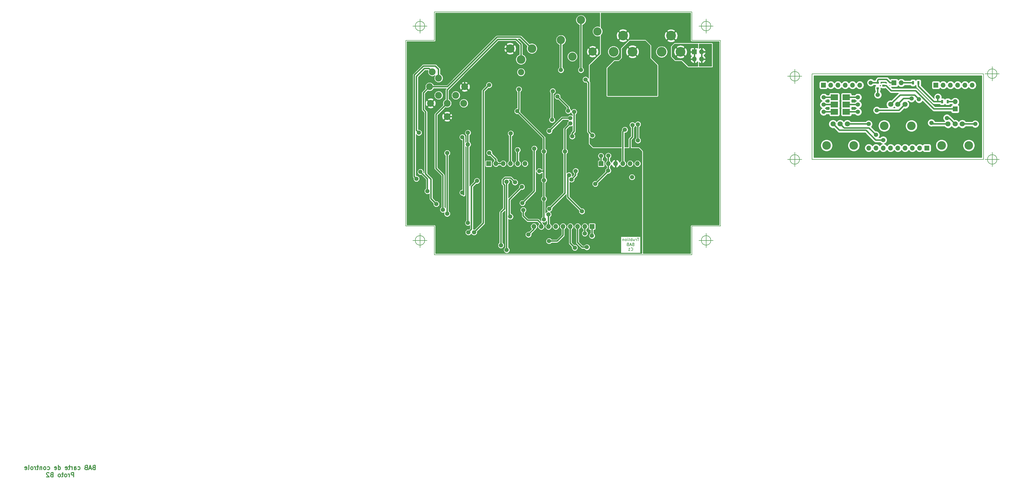
<source format=gbr>
G04 #@! TF.GenerationSoftware,KiCad,Pcbnew,(5.1.4)-1*
G04 #@! TF.CreationDate,2019-12-04T23:12:45+01:00*
G04 #@! TF.ProjectId,instru_bab_v2,696e7374-7275-45f6-9261-625f76322e6b,rev?*
G04 #@! TF.SameCoordinates,Original*
G04 #@! TF.FileFunction,Copper,L2,Bot*
G04 #@! TF.FilePolarity,Positive*
%FSLAX46Y46*%
G04 Gerber Fmt 4.6, Leading zero omitted, Abs format (unit mm)*
G04 Created by KiCad (PCBNEW (5.1.4)-1) date 2019-12-04 23:12:45*
%MOMM*%
%LPD*%
G04 APERTURE LIST*
%ADD10C,0.200000*%
%ADD11C,0.300000*%
%ADD12C,0.150000*%
%ADD13R,1.700000X1.700000*%
%ADD14O,1.700000X1.700000*%
%ADD15C,1.800000*%
%ADD16C,3.000000*%
%ADD17R,2.500000X2.000000*%
%ADD18C,3.400000*%
%ADD19C,2.400000*%
%ADD20R,0.700000X1.300000*%
%ADD21R,0.900000X0.800000*%
%ADD22C,2.200000*%
%ADD23C,2.900000*%
%ADD24C,1.500000*%
%ADD25C,0.500000*%
%ADD26C,0.254000*%
G04 APERTURE END LIST*
D10*
X114504761Y-107502380D02*
X113933333Y-107502380D01*
X114219047Y-108502380D02*
X114219047Y-107502380D01*
X113600000Y-108502380D02*
X113600000Y-107835714D01*
X113600000Y-108026190D02*
X113552380Y-107930952D01*
X113504761Y-107883333D01*
X113409523Y-107835714D01*
X113314285Y-107835714D01*
X112552380Y-107835714D02*
X112552380Y-108502380D01*
X112980952Y-107835714D02*
X112980952Y-108359523D01*
X112933333Y-108454761D01*
X112838095Y-108502380D01*
X112695238Y-108502380D01*
X112600000Y-108454761D01*
X112552380Y-108407142D01*
X112076190Y-108502380D02*
X112076190Y-107502380D01*
X112076190Y-107883333D02*
X111980952Y-107835714D01*
X111790476Y-107835714D01*
X111695238Y-107883333D01*
X111647619Y-107930952D01*
X111600000Y-108026190D01*
X111600000Y-108311904D01*
X111647619Y-108407142D01*
X111695238Y-108454761D01*
X111790476Y-108502380D01*
X111980952Y-108502380D01*
X112076190Y-108454761D01*
X111028571Y-108502380D02*
X111123809Y-108454761D01*
X111171428Y-108359523D01*
X111171428Y-107502380D01*
X110647619Y-108502380D02*
X110647619Y-107835714D01*
X110647619Y-107502380D02*
X110695238Y-107550000D01*
X110647619Y-107597619D01*
X110600000Y-107550000D01*
X110647619Y-107502380D01*
X110647619Y-107597619D01*
X110028571Y-108502380D02*
X110123809Y-108454761D01*
X110171428Y-108407142D01*
X110219047Y-108311904D01*
X110219047Y-108026190D01*
X110171428Y-107930952D01*
X110123809Y-107883333D01*
X110028571Y-107835714D01*
X109885714Y-107835714D01*
X109790476Y-107883333D01*
X109742857Y-107930952D01*
X109695238Y-108026190D01*
X109695238Y-108311904D01*
X109742857Y-108407142D01*
X109790476Y-108454761D01*
X109885714Y-108502380D01*
X110028571Y-108502380D01*
X109266666Y-107835714D02*
X109266666Y-108502380D01*
X109266666Y-107930952D02*
X109219047Y-107883333D01*
X109123809Y-107835714D01*
X108980952Y-107835714D01*
X108885714Y-107883333D01*
X108838095Y-107978571D01*
X108838095Y-108502380D01*
X112457142Y-109678571D02*
X112314285Y-109726190D01*
X112266666Y-109773809D01*
X112219047Y-109869047D01*
X112219047Y-110011904D01*
X112266666Y-110107142D01*
X112314285Y-110154761D01*
X112409523Y-110202380D01*
X112790476Y-110202380D01*
X112790476Y-109202380D01*
X112457142Y-109202380D01*
X112361904Y-109250000D01*
X112314285Y-109297619D01*
X112266666Y-109392857D01*
X112266666Y-109488095D01*
X112314285Y-109583333D01*
X112361904Y-109630952D01*
X112457142Y-109678571D01*
X112790476Y-109678571D01*
X111838095Y-109916666D02*
X111361904Y-109916666D01*
X111933333Y-110202380D02*
X111600000Y-109202380D01*
X111266666Y-110202380D01*
X110600000Y-109678571D02*
X110457142Y-109726190D01*
X110409523Y-109773809D01*
X110361904Y-109869047D01*
X110361904Y-110011904D01*
X110409523Y-110107142D01*
X110457142Y-110154761D01*
X110552380Y-110202380D01*
X110933333Y-110202380D01*
X110933333Y-109202380D01*
X110600000Y-109202380D01*
X110504761Y-109250000D01*
X110457142Y-109297619D01*
X110409523Y-109392857D01*
X110409523Y-109488095D01*
X110457142Y-109583333D01*
X110504761Y-109630952D01*
X110600000Y-109678571D01*
X110933333Y-109678571D01*
X111766666Y-111807142D02*
X111814285Y-111854761D01*
X111957142Y-111902380D01*
X112052380Y-111902380D01*
X112195238Y-111854761D01*
X112290476Y-111759523D01*
X112338095Y-111664285D01*
X112385714Y-111473809D01*
X112385714Y-111330952D01*
X112338095Y-111140476D01*
X112290476Y-111045238D01*
X112195238Y-110950000D01*
X112052380Y-110902380D01*
X111957142Y-110902380D01*
X111814285Y-110950000D01*
X111766666Y-110997619D01*
X110814285Y-111902380D02*
X111385714Y-111902380D01*
X111100000Y-111902380D02*
X111100000Y-110902380D01*
X111195238Y-111045238D01*
X111290476Y-111140476D01*
X111385714Y-111188095D01*
X239666666Y-50000000D02*
G75*
G03X239666666Y-50000000I-1666666J0D01*
G01*
X235500000Y-50000000D02*
X240500000Y-50000000D01*
X238000000Y-47500000D02*
X238000000Y-52500000D01*
X170666666Y-50900000D02*
G75*
G03X170666666Y-50900000I-1666666J0D01*
G01*
X166500000Y-50900000D02*
X171500000Y-50900000D01*
X169000000Y-48400000D02*
X169000000Y-53400000D01*
X170666666Y-80000000D02*
G75*
G03X170666666Y-80000000I-1666666J0D01*
G01*
X166500000Y-80000000D02*
X171500000Y-80000000D01*
X169000000Y-77500000D02*
X169000000Y-82500000D01*
X239666666Y-80000000D02*
G75*
G03X239666666Y-80000000I-1666666J0D01*
G01*
X235500000Y-80000000D02*
X240500000Y-80000000D01*
X238000000Y-77500000D02*
X238000000Y-82500000D01*
X139667825Y-108334814D02*
G75*
G03X139667825Y-108334814I-1666666J0D01*
G01*
X135501159Y-108334814D02*
X140501159Y-108334814D01*
X138001159Y-105834814D02*
X138001159Y-110834814D01*
X139667825Y-33334814D02*
G75*
G03X139667825Y-33334814I-1666666J0D01*
G01*
X135501159Y-33334814D02*
X140501159Y-33334814D01*
X138001159Y-30834814D02*
X138001159Y-35834814D01*
X39667825Y-108334814D02*
G75*
G03X39667825Y-108334814I-1666666J0D01*
G01*
X35501159Y-108334814D02*
X40501159Y-108334814D01*
X38001159Y-105834814D02*
X38001159Y-110834814D01*
X39667825Y-33334814D02*
G75*
G03X39667825Y-33334814I-1666666J0D01*
G01*
X35501159Y-33334814D02*
X40501159Y-33334814D01*
X38001159Y-30834814D02*
X38001159Y-35834814D01*
D11*
X-75964285Y-187767857D02*
X-76178571Y-187839285D01*
X-76250000Y-187910714D01*
X-76321428Y-188053571D01*
X-76321428Y-188267857D01*
X-76250000Y-188410714D01*
X-76178571Y-188482142D01*
X-76035714Y-188553571D01*
X-75464285Y-188553571D01*
X-75464285Y-187053571D01*
X-75964285Y-187053571D01*
X-76107142Y-187125000D01*
X-76178571Y-187196428D01*
X-76250000Y-187339285D01*
X-76250000Y-187482142D01*
X-76178571Y-187625000D01*
X-76107142Y-187696428D01*
X-75964285Y-187767857D01*
X-75464285Y-187767857D01*
X-76892857Y-188125000D02*
X-77607142Y-188125000D01*
X-76750000Y-188553571D02*
X-77250000Y-187053571D01*
X-77750000Y-188553571D01*
X-78750000Y-187767857D02*
X-78964285Y-187839285D01*
X-79035714Y-187910714D01*
X-79107142Y-188053571D01*
X-79107142Y-188267857D01*
X-79035714Y-188410714D01*
X-78964285Y-188482142D01*
X-78821428Y-188553571D01*
X-78250000Y-188553571D01*
X-78250000Y-187053571D01*
X-78750000Y-187053571D01*
X-78892857Y-187125000D01*
X-78964285Y-187196428D01*
X-79035714Y-187339285D01*
X-79035714Y-187482142D01*
X-78964285Y-187625000D01*
X-78892857Y-187696428D01*
X-78750000Y-187767857D01*
X-78250000Y-187767857D01*
X-81535714Y-188482142D02*
X-81392857Y-188553571D01*
X-81107142Y-188553571D01*
X-80964285Y-188482142D01*
X-80892857Y-188410714D01*
X-80821428Y-188267857D01*
X-80821428Y-187839285D01*
X-80892857Y-187696428D01*
X-80964285Y-187625000D01*
X-81107142Y-187553571D01*
X-81392857Y-187553571D01*
X-81535714Y-187625000D01*
X-82821428Y-188553571D02*
X-82821428Y-187767857D01*
X-82750000Y-187625000D01*
X-82607142Y-187553571D01*
X-82321428Y-187553571D01*
X-82178571Y-187625000D01*
X-82821428Y-188482142D02*
X-82678571Y-188553571D01*
X-82321428Y-188553571D01*
X-82178571Y-188482142D01*
X-82107142Y-188339285D01*
X-82107142Y-188196428D01*
X-82178571Y-188053571D01*
X-82321428Y-187982142D01*
X-82678571Y-187982142D01*
X-82821428Y-187910714D01*
X-83535714Y-188553571D02*
X-83535714Y-187553571D01*
X-83535714Y-187839285D02*
X-83607142Y-187696428D01*
X-83678571Y-187625000D01*
X-83821428Y-187553571D01*
X-83964285Y-187553571D01*
X-84250000Y-187553571D02*
X-84821428Y-187553571D01*
X-84464285Y-187053571D02*
X-84464285Y-188339285D01*
X-84535714Y-188482142D01*
X-84678571Y-188553571D01*
X-84821428Y-188553571D01*
X-85892857Y-188482142D02*
X-85750000Y-188553571D01*
X-85464285Y-188553571D01*
X-85321428Y-188482142D01*
X-85250000Y-188339285D01*
X-85250000Y-187767857D01*
X-85321428Y-187625000D01*
X-85464285Y-187553571D01*
X-85750000Y-187553571D01*
X-85892857Y-187625000D01*
X-85964285Y-187767857D01*
X-85964285Y-187910714D01*
X-85250000Y-188053571D01*
X-88392857Y-188553571D02*
X-88392857Y-187053571D01*
X-88392857Y-188482142D02*
X-88250000Y-188553571D01*
X-87964285Y-188553571D01*
X-87821428Y-188482142D01*
X-87750000Y-188410714D01*
X-87678571Y-188267857D01*
X-87678571Y-187839285D01*
X-87750000Y-187696428D01*
X-87821428Y-187625000D01*
X-87964285Y-187553571D01*
X-88250000Y-187553571D01*
X-88392857Y-187625000D01*
X-89678571Y-188482142D02*
X-89535714Y-188553571D01*
X-89250000Y-188553571D01*
X-89107142Y-188482142D01*
X-89035714Y-188339285D01*
X-89035714Y-187767857D01*
X-89107142Y-187625000D01*
X-89250000Y-187553571D01*
X-89535714Y-187553571D01*
X-89678571Y-187625000D01*
X-89750000Y-187767857D01*
X-89750000Y-187910714D01*
X-89035714Y-188053571D01*
X-92178571Y-188482142D02*
X-92035714Y-188553571D01*
X-91750000Y-188553571D01*
X-91607142Y-188482142D01*
X-91535714Y-188410714D01*
X-91464285Y-188267857D01*
X-91464285Y-187839285D01*
X-91535714Y-187696428D01*
X-91607142Y-187625000D01*
X-91750000Y-187553571D01*
X-92035714Y-187553571D01*
X-92178571Y-187625000D01*
X-93035714Y-188553571D02*
X-92892857Y-188482142D01*
X-92821428Y-188410714D01*
X-92750000Y-188267857D01*
X-92750000Y-187839285D01*
X-92821428Y-187696428D01*
X-92892857Y-187625000D01*
X-93035714Y-187553571D01*
X-93250000Y-187553571D01*
X-93392857Y-187625000D01*
X-93464285Y-187696428D01*
X-93535714Y-187839285D01*
X-93535714Y-188267857D01*
X-93464285Y-188410714D01*
X-93392857Y-188482142D01*
X-93250000Y-188553571D01*
X-93035714Y-188553571D01*
X-94178571Y-187553571D02*
X-94178571Y-188553571D01*
X-94178571Y-187696428D02*
X-94250000Y-187625000D01*
X-94392857Y-187553571D01*
X-94607142Y-187553571D01*
X-94750000Y-187625000D01*
X-94821428Y-187767857D01*
X-94821428Y-188553571D01*
X-95321428Y-187553571D02*
X-95892857Y-187553571D01*
X-95535714Y-187053571D02*
X-95535714Y-188339285D01*
X-95607142Y-188482142D01*
X-95750000Y-188553571D01*
X-95892857Y-188553571D01*
X-96392857Y-188553571D02*
X-96392857Y-187553571D01*
X-96392857Y-187839285D02*
X-96464285Y-187696428D01*
X-96535714Y-187625000D01*
X-96678571Y-187553571D01*
X-96821428Y-187553571D01*
X-97535714Y-188553571D02*
X-97392857Y-188482142D01*
X-97321428Y-188410714D01*
X-97250000Y-188267857D01*
X-97250000Y-187839285D01*
X-97321428Y-187696428D01*
X-97392857Y-187625000D01*
X-97535714Y-187553571D01*
X-97750000Y-187553571D01*
X-97892857Y-187625000D01*
X-97964285Y-187696428D01*
X-98035714Y-187839285D01*
X-98035714Y-188267857D01*
X-97964285Y-188410714D01*
X-97892857Y-188482142D01*
X-97750000Y-188553571D01*
X-97535714Y-188553571D01*
X-98892857Y-188553571D02*
X-98750000Y-188482142D01*
X-98678571Y-188339285D01*
X-98678571Y-187053571D01*
X-100035714Y-188482142D02*
X-99892857Y-188553571D01*
X-99607142Y-188553571D01*
X-99464285Y-188482142D01*
X-99392857Y-188339285D01*
X-99392857Y-187767857D01*
X-99464285Y-187625000D01*
X-99607142Y-187553571D01*
X-99892857Y-187553571D01*
X-100035714Y-187625000D01*
X-100107142Y-187767857D01*
X-100107142Y-187910714D01*
X-99392857Y-188053571D01*
X-83071428Y-191103571D02*
X-83071428Y-189603571D01*
X-83642857Y-189603571D01*
X-83785714Y-189675000D01*
X-83857142Y-189746428D01*
X-83928571Y-189889285D01*
X-83928571Y-190103571D01*
X-83857142Y-190246428D01*
X-83785714Y-190317857D01*
X-83642857Y-190389285D01*
X-83071428Y-190389285D01*
X-84571428Y-191103571D02*
X-84571428Y-190103571D01*
X-84571428Y-190389285D02*
X-84642857Y-190246428D01*
X-84714285Y-190175000D01*
X-84857142Y-190103571D01*
X-85000000Y-190103571D01*
X-85714285Y-191103571D02*
X-85571428Y-191032142D01*
X-85500000Y-190960714D01*
X-85428571Y-190817857D01*
X-85428571Y-190389285D01*
X-85500000Y-190246428D01*
X-85571428Y-190175000D01*
X-85714285Y-190103571D01*
X-85928571Y-190103571D01*
X-86071428Y-190175000D01*
X-86142857Y-190246428D01*
X-86214285Y-190389285D01*
X-86214285Y-190817857D01*
X-86142857Y-190960714D01*
X-86071428Y-191032142D01*
X-85928571Y-191103571D01*
X-85714285Y-191103571D01*
X-86642857Y-190103571D02*
X-87214285Y-190103571D01*
X-86857142Y-189603571D02*
X-86857142Y-190889285D01*
X-86928571Y-191032142D01*
X-87071428Y-191103571D01*
X-87214285Y-191103571D01*
X-87928571Y-191103571D02*
X-87785714Y-191032142D01*
X-87714285Y-190960714D01*
X-87642857Y-190817857D01*
X-87642857Y-190389285D01*
X-87714285Y-190246428D01*
X-87785714Y-190175000D01*
X-87928571Y-190103571D01*
X-88142857Y-190103571D01*
X-88285714Y-190175000D01*
X-88357142Y-190246428D01*
X-88428571Y-190389285D01*
X-88428571Y-190817857D01*
X-88357142Y-190960714D01*
X-88285714Y-191032142D01*
X-88142857Y-191103571D01*
X-87928571Y-191103571D01*
X-90714285Y-190317857D02*
X-90928571Y-190389285D01*
X-91000000Y-190460714D01*
X-91071428Y-190603571D01*
X-91071428Y-190817857D01*
X-91000000Y-190960714D01*
X-90928571Y-191032142D01*
X-90785714Y-191103571D01*
X-90214285Y-191103571D01*
X-90214285Y-189603571D01*
X-90714285Y-189603571D01*
X-90857142Y-189675000D01*
X-90928571Y-189746428D01*
X-91000000Y-189889285D01*
X-91000000Y-190032142D01*
X-90928571Y-190175000D01*
X-90857142Y-190246428D01*
X-90714285Y-190317857D01*
X-90214285Y-190317857D01*
X-91642857Y-189746428D02*
X-91714285Y-189675000D01*
X-91857142Y-189603571D01*
X-92214285Y-189603571D01*
X-92357142Y-189675000D01*
X-92428571Y-189746428D01*
X-92500000Y-189889285D01*
X-92500000Y-190032142D01*
X-92428571Y-190246428D01*
X-91571428Y-191103571D01*
X-92500000Y-191103571D01*
D10*
X235000000Y-50000000D02*
X175000000Y-50000000D01*
X235000000Y-80000000D02*
X235000000Y-50000000D01*
X175000000Y-80000000D02*
X235000000Y-80000000D01*
X175000000Y-50000000D02*
X175000000Y-80000000D01*
D12*
X43001159Y-103334814D02*
X33001159Y-103334814D01*
X43001159Y-113334814D02*
X43001159Y-103334814D01*
X133001159Y-113334814D02*
X43001159Y-113334814D01*
X133001159Y-103334814D02*
X133001159Y-113334814D01*
X143001159Y-103334814D02*
X133001159Y-103334814D01*
X143001159Y-38334814D02*
X143001159Y-103334814D01*
X133001159Y-38334814D02*
X143001159Y-38334814D01*
X133001159Y-28334814D02*
X133001159Y-38334814D01*
X43001159Y-28334814D02*
X133001159Y-28334814D01*
X43001159Y-38334814D02*
X43001159Y-28334814D01*
X33001159Y-38334814D02*
X43001159Y-38334814D01*
X33001159Y-103334814D02*
X33001159Y-38334814D01*
D13*
X98144066Y-103464146D03*
D14*
X95604066Y-103464146D03*
X93064066Y-103464146D03*
X90524066Y-103464146D03*
X87984066Y-103464146D03*
X85444066Y-103464146D03*
X82904066Y-103464146D03*
X80364066Y-103464146D03*
X77824066Y-103464146D03*
D13*
X215160000Y-76000000D03*
D14*
X212620000Y-76000000D03*
X210080000Y-76000000D03*
X207540000Y-76000000D03*
X205000000Y-76000000D03*
X202460000Y-76000000D03*
X199920000Y-76000000D03*
X197380000Y-76000000D03*
X194840000Y-76000000D03*
D15*
X187350000Y-67600000D03*
X184850000Y-67600000D03*
X182350000Y-67600000D03*
D16*
X189600000Y-75100000D03*
X180100000Y-75100000D03*
D13*
X133900000Y-42350000D03*
D14*
X136440000Y-42350000D03*
X133900000Y-44890000D03*
X136440000Y-44890000D03*
D17*
X187000000Y-63340000D03*
X182840000Y-63340000D03*
X187000000Y-60800000D03*
X182840000Y-60800000D03*
X187000000Y-58260000D03*
X182840000Y-58260000D03*
D18*
X108950000Y-36650000D03*
X105650000Y-42300000D03*
X112250000Y-42300000D03*
D19*
X53650000Y-54550000D03*
X44500000Y-51550000D03*
X47500000Y-60350000D03*
X53300000Y-60350000D03*
X47500000Y-65000000D03*
X41700000Y-60350000D03*
X42300000Y-49350000D03*
X41350000Y-54550000D03*
X44500000Y-57550000D03*
X50500000Y-57550000D03*
D18*
X125750000Y-36700000D03*
X122450000Y-42350000D03*
X129050000Y-42350000D03*
D13*
X101284066Y-81464146D03*
D14*
X103824066Y-81464146D03*
X106364066Y-81464146D03*
X108904066Y-81464146D03*
X111444066Y-81464146D03*
X113984066Y-81464146D03*
D20*
X222400000Y-59800000D03*
X220500000Y-59800000D03*
D21*
X198000000Y-55100000D03*
X198000000Y-53200000D03*
X200000000Y-54150000D03*
D13*
X61984066Y-81464146D03*
D14*
X64524066Y-81464146D03*
X67064066Y-81464146D03*
X69604066Y-81464146D03*
X72144066Y-81464146D03*
X74684066Y-81464146D03*
D15*
X227550000Y-67600000D03*
X225050000Y-67600000D03*
X222550000Y-67600000D03*
D16*
X229800000Y-75100000D03*
X220300000Y-75100000D03*
D15*
X207500000Y-60750000D03*
X205000000Y-60750000D03*
X202500000Y-60750000D03*
D16*
X209750000Y-68250000D03*
X200250000Y-68250000D03*
D13*
X179000000Y-54000000D03*
D14*
X181540000Y-54000000D03*
X184080000Y-54000000D03*
X186620000Y-54000000D03*
X189160000Y-54000000D03*
X191700000Y-54000000D03*
D13*
X218300000Y-54000000D03*
D14*
X220840000Y-54000000D03*
X223380000Y-54000000D03*
X225920000Y-54000000D03*
X228460000Y-54000000D03*
X231000000Y-54000000D03*
D13*
X225050000Y-62340000D03*
D14*
X225050000Y-59800000D03*
D20*
X210300000Y-53200000D03*
X212200000Y-53200000D03*
D16*
X69490000Y-41200000D03*
X77110000Y-41200000D03*
X73300000Y-45010000D03*
D22*
X73300000Y-49450000D03*
D23*
X87250000Y-38200000D03*
X94250000Y-31200000D03*
X100050000Y-35200000D03*
X98320000Y-42270000D03*
X91250000Y-44000000D03*
D13*
X203660000Y-53200000D03*
D14*
X206200000Y-53200000D03*
D24*
X73800000Y-95250000D03*
X77950000Y-76200000D03*
X37600000Y-70650000D03*
X54750000Y-102200000D03*
X54750000Y-70650000D03*
X54750000Y-74750000D03*
X103750000Y-83950000D03*
X112100000Y-86200000D03*
X81300000Y-101000000D03*
X72550000Y-55450000D03*
X72000000Y-63100000D03*
X81323385Y-87254126D03*
X81300000Y-93800000D03*
X99250000Y-88550000D03*
X103800000Y-78700000D03*
X81300000Y-77200000D03*
X79700000Y-84100000D03*
X112250000Y-67950000D03*
X91950000Y-59600000D03*
X74100000Y-57650000D03*
X65250000Y-96200000D03*
X74200000Y-103750000D03*
X108900000Y-84350000D03*
X108950000Y-95300000D03*
X79299998Y-86800000D03*
X44850000Y-82500000D03*
X111400000Y-78550000D03*
X106400000Y-78550000D03*
X58300000Y-93900000D03*
X50100000Y-90900000D03*
X52000000Y-80100000D03*
X71300000Y-106300000D03*
X107000000Y-108700000D03*
X76300000Y-88400000D03*
X57900000Y-71400000D03*
X64500000Y-54000000D03*
X68400000Y-53900000D03*
X65600000Y-74900000D03*
X34700000Y-80200000D03*
X75000000Y-30000000D03*
X65000000Y-30000000D03*
X45000000Y-30000000D03*
X70000000Y-30000000D03*
X55000000Y-30000000D03*
X50000000Y-30000000D03*
X60000000Y-30000000D03*
X80000000Y-30000000D03*
X85000000Y-30000000D03*
X90000000Y-30000000D03*
X99000000Y-30000000D03*
X45000000Y-35000000D03*
X40000000Y-40000000D03*
X35000000Y-40000000D03*
X35000000Y-45000000D03*
X45000000Y-40000000D03*
X45000000Y-111000000D03*
X45000000Y-106000000D03*
X45000000Y-101000000D03*
X40000000Y-101000000D03*
X35000000Y-101000000D03*
X50000000Y-111000000D03*
X55000000Y-111000000D03*
X60000000Y-111000000D03*
X47500000Y-99000000D03*
X47500000Y-77750010D03*
X94600000Y-98150000D03*
X90069737Y-85487504D03*
X83200000Y-70050000D03*
X90550000Y-65550010D03*
X114150000Y-73350000D03*
X114150000Y-67700000D03*
X89800000Y-63000000D03*
X86050000Y-58000000D03*
X139050000Y-42350000D03*
X139050000Y-40450000D03*
X139050000Y-44300000D03*
X117950000Y-106550000D03*
X122250000Y-106550000D03*
X126400000Y-106500000D03*
X117950000Y-108600000D03*
X122250000Y-108600000D03*
X126400000Y-108600000D03*
X141450000Y-53050000D03*
X141450000Y-51250000D03*
X141450000Y-49450000D03*
X141450000Y-47700000D03*
X141450000Y-44200000D03*
X141400000Y-42200000D03*
X141400000Y-40100000D03*
X117900000Y-110800000D03*
X122200000Y-110700000D03*
X126400000Y-110700000D03*
X99000000Y-48000000D03*
X102000000Y-45000000D03*
X102000000Y-48000000D03*
X102000000Y-51000000D03*
X105000000Y-38000000D03*
X105000000Y-34000000D03*
X113000000Y-37000000D03*
X113000000Y-34000000D03*
X116000000Y-34000000D03*
X116000000Y-37000000D03*
X119000000Y-37000000D03*
X119000000Y-34000000D03*
X122000000Y-34000000D03*
X122000000Y-37000000D03*
X99000000Y-51000000D03*
X105000000Y-30000000D03*
X109000000Y-30000000D03*
X116000000Y-30000000D03*
X119000000Y-30000000D03*
X122000000Y-30000000D03*
X125000000Y-30000000D03*
X128550000Y-30000000D03*
X113000000Y-30000000D03*
X68300000Y-111700000D03*
X68300000Y-87800000D03*
X91200000Y-71900000D03*
X91850006Y-63350000D03*
X90550000Y-67400002D03*
X83200000Y-97250000D03*
X88650000Y-77200000D03*
X101250006Y-78750000D03*
X104600000Y-54450000D03*
X104650000Y-49600000D03*
X119200000Y-49550000D03*
X119150000Y-54400000D03*
X114400000Y-45500000D03*
X111600000Y-45400000D03*
X108850000Y-45400002D03*
X119150000Y-52000000D03*
X104650000Y-52000000D03*
X119200000Y-47300000D03*
X117200000Y-45500000D03*
X38149994Y-84350000D03*
X40600005Y-91100005D03*
X72100000Y-76700000D03*
X84400000Y-56100000D03*
X84150000Y-66150000D03*
X198000000Y-57400000D03*
X219000000Y-58200000D03*
X179050000Y-63350000D03*
X179049994Y-60800000D03*
X179100000Y-58250000D03*
X43700000Y-95600000D03*
X46000000Y-97600000D03*
X87250000Y-48700000D03*
X94250000Y-48700000D03*
X56900000Y-105500000D03*
X62150000Y-53949958D03*
X57900000Y-87500000D03*
X54900000Y-105499996D03*
X95600000Y-105899996D03*
X98100000Y-106700000D03*
X195550000Y-53150000D03*
X191050000Y-58250000D03*
X191050008Y-60800000D03*
X191050000Y-63349996D03*
X232050000Y-67600000D03*
X222150000Y-65500002D03*
X216741108Y-67191110D03*
X212400000Y-58950000D03*
X209800000Y-58700000D03*
X197650000Y-62800000D03*
X83100000Y-108550000D03*
X66300000Y-110050000D03*
X71200000Y-88000000D03*
X92100000Y-110900000D03*
X96300000Y-110700000D03*
X109600000Y-69600000D03*
X36757552Y-86767149D03*
X194800000Y-67600000D03*
X197350000Y-71400000D03*
X199900000Y-73200000D03*
X82900000Y-99250000D03*
X75900000Y-106300000D03*
X74100000Y-97700000D03*
X92400000Y-84050000D03*
X90950000Y-87000000D03*
X98200000Y-71600000D03*
X95850000Y-52050000D03*
X69550000Y-100000000D03*
X73600000Y-89600000D03*
X62200000Y-77700000D03*
X52800000Y-91600000D03*
X69700000Y-70900000D03*
X52800000Y-72200000D03*
D25*
X77950000Y-91100000D02*
X77950000Y-77260660D01*
X73800000Y-95250000D02*
X77950000Y-91100000D01*
X77950000Y-77260660D02*
X77950000Y-76200000D01*
X54750000Y-102200000D02*
X54750000Y-76150000D01*
X36797627Y-69847627D02*
X37600000Y-70650000D01*
X36797627Y-50952373D02*
X36797627Y-69847627D01*
X39550000Y-48200000D02*
X36797627Y-50952373D01*
X42300000Y-49350000D02*
X41150000Y-48200000D01*
X41150000Y-48200000D02*
X39550000Y-48200000D01*
X54750000Y-70650000D02*
X54750000Y-74750000D01*
X54750000Y-74750000D02*
X54750000Y-76150000D01*
X103824066Y-81464146D02*
X103824066Y-83875934D01*
X103824066Y-83875934D02*
X103750000Y-83950000D01*
X72550000Y-55450000D02*
X72550000Y-62550000D01*
X72550000Y-62550000D02*
X72000000Y-63100000D01*
X81300000Y-87277511D02*
X81323385Y-87254126D01*
X81300000Y-101000000D02*
X81300000Y-93800000D01*
X81300000Y-93800000D02*
X81300000Y-87277511D01*
X103750000Y-84050000D02*
X103750000Y-83950000D01*
X99250000Y-88550000D02*
X103750000Y-84050000D01*
X103824066Y-81464146D02*
X103824066Y-78724066D01*
X103824066Y-78724066D02*
X103800000Y-78700000D01*
X81300000Y-76139340D02*
X81300000Y-77200000D01*
X81323385Y-77223385D02*
X81300000Y-77200000D01*
X72000000Y-63100000D02*
X81300000Y-72400000D01*
X81300000Y-72400000D02*
X81300000Y-76139340D01*
X81300000Y-84100000D02*
X81323385Y-84076615D01*
X79700000Y-84100000D02*
X81300000Y-84100000D01*
X81323385Y-87254126D02*
X81323385Y-84076615D01*
X81323385Y-84076615D02*
X81323385Y-77223385D01*
X63100000Y-41200000D02*
X69490000Y-41200000D01*
X53650000Y-54550000D02*
X53650000Y-50650000D01*
X53650000Y-50650000D02*
X63100000Y-41200000D01*
X106364066Y-81464146D02*
X106364066Y-82914066D01*
X106364066Y-82914066D02*
X107800000Y-84350000D01*
X107800000Y-84350000D02*
X108900000Y-84350000D01*
X79550000Y-88139340D02*
X79299998Y-87889338D01*
X79299998Y-87889338D02*
X79299998Y-87860660D01*
X79299998Y-87860660D02*
X79299998Y-86800000D01*
X112250000Y-67950000D02*
X112250000Y-72100000D01*
X112250000Y-72100000D02*
X111400000Y-72950000D01*
X111400000Y-72950000D02*
X111400000Y-78550000D01*
X106400000Y-81428212D02*
X106364066Y-81464146D01*
X106400000Y-78550000D02*
X106400000Y-81428212D01*
X49197056Y-65000000D02*
X50397056Y-66200000D01*
X47500000Y-65000000D02*
X49197056Y-65000000D01*
X50397056Y-66200000D02*
X56000000Y-66200000D01*
X56000000Y-66200000D02*
X57900000Y-68100000D01*
X57900000Y-68100000D02*
X57900000Y-71400000D01*
X47500000Y-99000000D02*
X47500000Y-77750010D01*
X89699999Y-85857242D02*
X90069737Y-85487504D01*
X94600000Y-98150000D02*
X89699999Y-93249999D01*
X89699999Y-93249999D02*
X89699999Y-85857242D01*
X89489340Y-65550010D02*
X90550000Y-65550010D01*
X87699990Y-65550010D02*
X89489340Y-65550010D01*
X83200000Y-70050000D02*
X87699990Y-65550010D01*
X114150000Y-73350000D02*
X114150000Y-67700000D01*
X89800000Y-63000000D02*
X89800000Y-61750000D01*
X89800000Y-61750000D02*
X86050000Y-58000000D01*
X136440000Y-42350000D02*
X139050000Y-42350000D01*
X139050000Y-42350000D02*
X139050000Y-44300000D01*
X206200000Y-53200000D02*
X210300000Y-53200000D01*
X68300000Y-111700000D02*
X68300000Y-88550000D01*
X68300000Y-87800000D02*
X68300000Y-88550000D01*
X91200000Y-70839340D02*
X91850006Y-70189334D01*
X91850006Y-70189334D02*
X91850006Y-63350000D01*
X91200000Y-71900000D02*
X91200000Y-70839340D01*
X88650000Y-76139340D02*
X88650000Y-77200000D01*
X88650000Y-78260660D02*
X88650000Y-77200000D01*
X88650000Y-69300002D02*
X88650000Y-76139340D01*
X88650000Y-91800000D02*
X88650000Y-78260660D01*
X90550000Y-67400002D02*
X88650000Y-69300002D01*
X83200000Y-97250000D02*
X88650000Y-91800000D01*
X101284066Y-81464146D02*
X101284066Y-78784060D01*
X101284066Y-78784060D02*
X101250006Y-78750000D01*
X38149994Y-84350000D02*
X40600005Y-86800011D01*
X40600005Y-86800011D02*
X40600005Y-90039345D01*
X40600005Y-90039345D02*
X40600005Y-91100005D01*
X72100000Y-81420080D02*
X72144066Y-81464146D01*
X72100000Y-76700000D02*
X72100000Y-81420080D01*
X84150000Y-56350000D02*
X84400000Y-56100000D01*
X84150000Y-66150000D02*
X84150000Y-56350000D01*
X198000000Y-57400000D02*
X198000000Y-55100000D01*
X219000000Y-59800000D02*
X219650000Y-59800000D01*
X217650000Y-59800000D02*
X219000000Y-59800000D01*
X219000000Y-59800000D02*
X219000000Y-58200000D01*
X212200000Y-53200000D02*
X212200000Y-54350000D01*
X212200000Y-54350000D02*
X217650000Y-59800000D01*
X219650000Y-59800000D02*
X220500000Y-59800000D01*
X182840000Y-63340000D02*
X179060000Y-63340000D01*
X179060000Y-63340000D02*
X179050000Y-63350000D01*
X182840000Y-60800000D02*
X179049994Y-60800000D01*
X182830000Y-58250000D02*
X182840000Y-58260000D01*
X179100000Y-58250000D02*
X182830000Y-58250000D01*
X73110000Y-37200000D02*
X77110000Y-41200000D01*
X64950000Y-37200000D02*
X73110000Y-37200000D01*
X41350000Y-54550000D02*
X47600000Y-54550000D01*
X47600000Y-54550000D02*
X64950000Y-37200000D01*
X41850006Y-86950006D02*
X41850006Y-93750006D01*
X39999999Y-85099999D02*
X41850006Y-86950006D01*
X41850006Y-93750006D02*
X43700000Y-95600000D01*
X41350000Y-54550000D02*
X39200000Y-56700000D01*
X39200000Y-62600000D02*
X39999999Y-63399999D01*
X39200000Y-56700000D02*
X39200000Y-62600000D01*
X39999999Y-63399999D02*
X39999999Y-85099999D01*
X73300000Y-39750000D02*
X73300000Y-45010000D01*
X71550000Y-38000000D02*
X73300000Y-39750000D01*
X65210674Y-38000000D02*
X71550000Y-38000000D01*
X47500000Y-60350000D02*
X47500000Y-55710674D01*
X47500000Y-55710674D02*
X65210674Y-38000000D01*
X46300001Y-61549999D02*
X47500000Y-60350000D01*
X43599999Y-64250001D02*
X46300001Y-61549999D01*
X43599999Y-83110673D02*
X43599999Y-64250001D01*
X46000000Y-85510674D02*
X43599999Y-83110673D01*
X46000000Y-97600000D02*
X46000000Y-85510674D01*
X87250000Y-48700000D02*
X87250000Y-38200000D01*
X94250000Y-47639340D02*
X94250000Y-31200000D01*
X94250000Y-48700000D02*
X94250000Y-47639340D01*
X56900000Y-105500000D02*
X60100000Y-102300000D01*
X60100000Y-102300000D02*
X60100000Y-55999958D01*
X61400001Y-54699957D02*
X62150000Y-53949958D01*
X60100000Y-55999958D02*
X61400001Y-54699957D01*
X56000000Y-89400000D02*
X56000000Y-104399996D01*
X56000000Y-104399996D02*
X55649999Y-104749997D01*
X57900000Y-87500000D02*
X56000000Y-89400000D01*
X55649999Y-104749997D02*
X54900000Y-105499996D01*
X95604066Y-103464146D02*
X95604066Y-105895930D01*
X95604066Y-105895930D02*
X95600000Y-105899996D01*
X98144066Y-103464146D02*
X98144066Y-106655934D01*
X98144066Y-106655934D02*
X98100000Y-106700000D01*
X197950000Y-53150000D02*
X198000000Y-53200000D01*
X195550000Y-53150000D02*
X197950000Y-53150000D01*
X202310000Y-53200000D02*
X203660000Y-53200000D01*
X201110000Y-52000000D02*
X202310000Y-53200000D01*
X198300000Y-52000000D02*
X201110000Y-52000000D01*
X198000000Y-53200000D02*
X198000000Y-52300000D01*
X198000000Y-52300000D02*
X198300000Y-52000000D01*
X217640002Y-62340000D02*
X225050000Y-62340000D01*
X211250002Y-55950000D02*
X217640002Y-62340000D01*
X202750000Y-55950000D02*
X211250002Y-55950000D01*
X200000000Y-54150000D02*
X200950000Y-54150000D01*
X200950000Y-54150000D02*
X202750000Y-55950000D01*
X222400000Y-59800000D02*
X225050000Y-59800000D01*
X187010000Y-58250000D02*
X187000000Y-58260000D01*
X191050000Y-58250000D02*
X187010000Y-58250000D01*
X187000000Y-60800000D02*
X191050008Y-60800000D01*
X191040004Y-63340000D02*
X191050000Y-63349996D01*
X187000000Y-63340000D02*
X191040004Y-63340000D01*
X227550000Y-67600000D02*
X232050000Y-67600000D01*
X222950002Y-65500002D02*
X222150000Y-65500002D01*
X225050000Y-67600000D02*
X222950002Y-65500002D01*
X222550000Y-67600000D02*
X217149998Y-67600000D01*
X217149998Y-67600000D02*
X216741108Y-67191110D01*
X203399999Y-59850001D02*
X202500000Y-60750000D01*
X205800000Y-57450000D02*
X203399999Y-59850001D01*
X212400000Y-58950000D02*
X210900000Y-57450000D01*
X210900000Y-57450000D02*
X205800000Y-57450000D01*
X207050000Y-58700000D02*
X205000000Y-60750000D01*
X209800000Y-58700000D02*
X207050000Y-58700000D01*
X205022002Y-62800000D02*
X197650000Y-62800000D01*
X207500000Y-60750000D02*
X205450000Y-62800000D01*
X205450000Y-62800000D02*
X205022002Y-62800000D01*
X87984066Y-106515934D02*
X87984066Y-103464146D01*
X83100000Y-108550000D02*
X85950000Y-108550000D01*
X85950000Y-108550000D02*
X87984066Y-106515934D01*
X67550000Y-89000000D02*
X67550000Y-97250000D01*
X67049999Y-87199999D02*
X67749998Y-86500000D01*
X66300000Y-110050000D02*
X66300000Y-98500000D01*
X67049999Y-88499999D02*
X67550000Y-89000000D01*
X67049999Y-87199999D02*
X67049999Y-88499999D01*
X67550000Y-97250000D02*
X66300000Y-98500000D01*
X69700000Y-86500000D02*
X67749998Y-86500000D01*
X71200000Y-88000000D02*
X69700000Y-86500000D01*
X90524066Y-106774066D02*
X90524066Y-103464146D01*
X90524066Y-103464146D02*
X90524066Y-109324066D01*
X90524066Y-109324066D02*
X92100000Y-110900000D01*
X93064066Y-103464146D02*
X93064066Y-109064066D01*
X93064066Y-109064066D02*
X94700000Y-110700000D01*
X94700000Y-110700000D02*
X96300000Y-110700000D01*
X108904066Y-81464146D02*
X108904066Y-70295934D01*
X108904066Y-70295934D02*
X109600000Y-69600000D01*
X36007553Y-86017150D02*
X36757552Y-86767149D01*
X36007553Y-50492447D02*
X36007553Y-86017150D01*
X39200000Y-47300000D02*
X36007553Y-50492447D01*
X43400000Y-47300000D02*
X39200000Y-47300000D01*
X44500000Y-51550000D02*
X44500000Y-48400000D01*
X44500000Y-48400000D02*
X43400000Y-47300000D01*
X187350000Y-67600000D02*
X194800000Y-67600000D01*
X194950001Y-69000001D02*
X197350000Y-71400000D01*
X184850000Y-67600000D02*
X186250001Y-69000001D01*
X186250001Y-69000001D02*
X194950001Y-69000001D01*
X197300000Y-73200000D02*
X199900000Y-73200000D01*
X193900000Y-69800000D02*
X197300000Y-73200000D01*
X182350000Y-67600000D02*
X184550000Y-69800000D01*
X184550000Y-69800000D02*
X193900000Y-69800000D01*
X82900000Y-103460080D02*
X82904066Y-103464146D01*
X82900000Y-99250000D02*
X82900000Y-103460080D01*
X77824066Y-104375934D02*
X75900000Y-106300000D01*
X77824066Y-103464146D02*
X77824066Y-104375934D01*
X74100000Y-99750000D02*
X74100000Y-97700000D01*
X75650000Y-101300000D02*
X74100000Y-99750000D01*
X79200000Y-101300000D02*
X75650000Y-101300000D01*
X80364066Y-103464146D02*
X80364066Y-102464066D01*
X80364066Y-102464066D02*
X79200000Y-101300000D01*
X92400000Y-84050000D02*
X92400000Y-85550000D01*
X92400000Y-85550000D02*
X90950000Y-87000000D01*
X96950000Y-53150000D02*
X95850000Y-52050000D01*
X98200000Y-71600000D02*
X96950000Y-70350000D01*
X96950000Y-70350000D02*
X96950000Y-53150000D01*
X72850001Y-90349999D02*
X73600000Y-89600000D01*
X69150000Y-94050000D02*
X72850001Y-90349999D01*
X69550000Y-100000000D02*
X69150000Y-99600000D01*
X69150000Y-99600000D02*
X69150000Y-94050000D01*
X64524066Y-81464146D02*
X67064066Y-81464146D01*
X64524066Y-80024066D02*
X62200000Y-77700000D01*
X64524066Y-81464146D02*
X64524066Y-80024066D01*
X53300000Y-91100000D02*
X52800000Y-91600000D01*
X69604066Y-81464146D02*
X69604066Y-70995934D01*
X69604066Y-70995934D02*
X69700000Y-70900000D01*
X53300000Y-72700000D02*
X52800000Y-72200000D01*
X53300000Y-92400000D02*
X53300000Y-72700000D01*
D26*
G36*
X234265000Y-79265000D02*
G01*
X175735000Y-79265000D01*
X175735000Y-74889721D01*
X177965000Y-74889721D01*
X177965000Y-75310279D01*
X178047047Y-75722756D01*
X178207988Y-76111302D01*
X178441637Y-76460983D01*
X178739017Y-76758363D01*
X179088698Y-76992012D01*
X179477244Y-77152953D01*
X179889721Y-77235000D01*
X180310279Y-77235000D01*
X180722756Y-77152953D01*
X181111302Y-76992012D01*
X181460983Y-76758363D01*
X181758363Y-76460983D01*
X181992012Y-76111302D01*
X182152953Y-75722756D01*
X182235000Y-75310279D01*
X182235000Y-74889721D01*
X187465000Y-74889721D01*
X187465000Y-75310279D01*
X187547047Y-75722756D01*
X187707988Y-76111302D01*
X187941637Y-76460983D01*
X188239017Y-76758363D01*
X188588698Y-76992012D01*
X188977244Y-77152953D01*
X189389721Y-77235000D01*
X189810279Y-77235000D01*
X190222756Y-77152953D01*
X190611302Y-76992012D01*
X190960983Y-76758363D01*
X191258363Y-76460983D01*
X191492012Y-76111302D01*
X191652953Y-75722756D01*
X191735000Y-75310279D01*
X191735000Y-74889721D01*
X191652953Y-74477244D01*
X191492012Y-74088698D01*
X191258363Y-73739017D01*
X190960983Y-73441637D01*
X190611302Y-73207988D01*
X190222756Y-73047047D01*
X189810279Y-72965000D01*
X189389721Y-72965000D01*
X188977244Y-73047047D01*
X188588698Y-73207988D01*
X188239017Y-73441637D01*
X187941637Y-73739017D01*
X187707988Y-74088698D01*
X187547047Y-74477244D01*
X187465000Y-74889721D01*
X182235000Y-74889721D01*
X182152953Y-74477244D01*
X181992012Y-74088698D01*
X181758363Y-73739017D01*
X181460983Y-73441637D01*
X181111302Y-73207988D01*
X180722756Y-73047047D01*
X180310279Y-72965000D01*
X179889721Y-72965000D01*
X179477244Y-73047047D01*
X179088698Y-73207988D01*
X178739017Y-73441637D01*
X178441637Y-73739017D01*
X178207988Y-74088698D01*
X178047047Y-74477244D01*
X177965000Y-74889721D01*
X175735000Y-74889721D01*
X175735000Y-67448816D01*
X180815000Y-67448816D01*
X180815000Y-67751184D01*
X180873989Y-68047743D01*
X180989701Y-68327095D01*
X181157688Y-68578505D01*
X181371495Y-68792312D01*
X181622905Y-68960299D01*
X181902257Y-69076011D01*
X182198816Y-69135000D01*
X182501184Y-69135000D01*
X182611482Y-69113060D01*
X183893470Y-70395049D01*
X183921183Y-70428817D01*
X183954951Y-70456530D01*
X183954953Y-70456532D01*
X184028772Y-70517114D01*
X184055941Y-70539411D01*
X184209687Y-70621589D01*
X184376510Y-70672195D01*
X184506523Y-70685000D01*
X184506531Y-70685000D01*
X184550000Y-70689281D01*
X184593469Y-70685000D01*
X193533422Y-70685000D01*
X196643470Y-73795049D01*
X196671183Y-73828817D01*
X196704951Y-73856530D01*
X196704953Y-73856532D01*
X196776452Y-73915210D01*
X196805941Y-73939411D01*
X196959687Y-74021589D01*
X197126510Y-74072195D01*
X197256523Y-74085000D01*
X197256533Y-74085000D01*
X197299999Y-74089281D01*
X197343465Y-74085000D01*
X198826315Y-74085000D01*
X199017114Y-74275799D01*
X199243957Y-74427371D01*
X199496011Y-74531775D01*
X199585646Y-74549605D01*
X199348966Y-74621401D01*
X199090986Y-74759294D01*
X198864866Y-74944866D01*
X198679294Y-75170986D01*
X198650000Y-75225791D01*
X198620706Y-75170986D01*
X198435134Y-74944866D01*
X198209014Y-74759294D01*
X197951034Y-74621401D01*
X197671111Y-74536487D01*
X197452950Y-74515000D01*
X197307050Y-74515000D01*
X197088889Y-74536487D01*
X196808966Y-74621401D01*
X196550986Y-74759294D01*
X196324866Y-74944866D01*
X196139294Y-75170986D01*
X196110000Y-75225791D01*
X196080706Y-75170986D01*
X195895134Y-74944866D01*
X195669014Y-74759294D01*
X195411034Y-74621401D01*
X195131111Y-74536487D01*
X194912950Y-74515000D01*
X194767050Y-74515000D01*
X194548889Y-74536487D01*
X194268966Y-74621401D01*
X194010986Y-74759294D01*
X193784866Y-74944866D01*
X193599294Y-75170986D01*
X193461401Y-75428966D01*
X193376487Y-75708889D01*
X193347815Y-76000000D01*
X193376487Y-76291111D01*
X193461401Y-76571034D01*
X193599294Y-76829014D01*
X193784866Y-77055134D01*
X194010986Y-77240706D01*
X194268966Y-77378599D01*
X194548889Y-77463513D01*
X194767050Y-77485000D01*
X194912950Y-77485000D01*
X195131111Y-77463513D01*
X195411034Y-77378599D01*
X195669014Y-77240706D01*
X195895134Y-77055134D01*
X196080706Y-76829014D01*
X196110000Y-76774209D01*
X196139294Y-76829014D01*
X196324866Y-77055134D01*
X196550986Y-77240706D01*
X196808966Y-77378599D01*
X197088889Y-77463513D01*
X197307050Y-77485000D01*
X197452950Y-77485000D01*
X197671111Y-77463513D01*
X197951034Y-77378599D01*
X198209014Y-77240706D01*
X198435134Y-77055134D01*
X198620706Y-76829014D01*
X198650000Y-76774209D01*
X198679294Y-76829014D01*
X198864866Y-77055134D01*
X199090986Y-77240706D01*
X199348966Y-77378599D01*
X199628889Y-77463513D01*
X199847050Y-77485000D01*
X199992950Y-77485000D01*
X200211111Y-77463513D01*
X200491034Y-77378599D01*
X200749014Y-77240706D01*
X200975134Y-77055134D01*
X201160706Y-76829014D01*
X201190000Y-76774209D01*
X201219294Y-76829014D01*
X201404866Y-77055134D01*
X201630986Y-77240706D01*
X201888966Y-77378599D01*
X202168889Y-77463513D01*
X202387050Y-77485000D01*
X202532950Y-77485000D01*
X202751111Y-77463513D01*
X203031034Y-77378599D01*
X203289014Y-77240706D01*
X203515134Y-77055134D01*
X203700706Y-76829014D01*
X203730000Y-76774209D01*
X203759294Y-76829014D01*
X203944866Y-77055134D01*
X204170986Y-77240706D01*
X204428966Y-77378599D01*
X204708889Y-77463513D01*
X204927050Y-77485000D01*
X205072950Y-77485000D01*
X205291111Y-77463513D01*
X205571034Y-77378599D01*
X205829014Y-77240706D01*
X206055134Y-77055134D01*
X206240706Y-76829014D01*
X206270000Y-76774209D01*
X206299294Y-76829014D01*
X206484866Y-77055134D01*
X206710986Y-77240706D01*
X206968966Y-77378599D01*
X207248889Y-77463513D01*
X207467050Y-77485000D01*
X207612950Y-77485000D01*
X207831111Y-77463513D01*
X208111034Y-77378599D01*
X208369014Y-77240706D01*
X208595134Y-77055134D01*
X208780706Y-76829014D01*
X208810000Y-76774209D01*
X208839294Y-76829014D01*
X209024866Y-77055134D01*
X209250986Y-77240706D01*
X209508966Y-77378599D01*
X209788889Y-77463513D01*
X210007050Y-77485000D01*
X210152950Y-77485000D01*
X210371111Y-77463513D01*
X210651034Y-77378599D01*
X210909014Y-77240706D01*
X211135134Y-77055134D01*
X211320706Y-76829014D01*
X211350000Y-76774209D01*
X211379294Y-76829014D01*
X211564866Y-77055134D01*
X211790986Y-77240706D01*
X212048966Y-77378599D01*
X212328889Y-77463513D01*
X212547050Y-77485000D01*
X212692950Y-77485000D01*
X212911111Y-77463513D01*
X213191034Y-77378599D01*
X213449014Y-77240706D01*
X213675134Y-77055134D01*
X213699607Y-77025313D01*
X213720498Y-77094180D01*
X213779463Y-77204494D01*
X213858815Y-77301185D01*
X213955506Y-77380537D01*
X214065820Y-77439502D01*
X214185518Y-77475812D01*
X214310000Y-77488072D01*
X216010000Y-77488072D01*
X216134482Y-77475812D01*
X216254180Y-77439502D01*
X216364494Y-77380537D01*
X216461185Y-77301185D01*
X216540537Y-77204494D01*
X216599502Y-77094180D01*
X216635812Y-76974482D01*
X216648072Y-76850000D01*
X216648072Y-75150000D01*
X216635812Y-75025518D01*
X216599502Y-74905820D01*
X216590897Y-74889721D01*
X218165000Y-74889721D01*
X218165000Y-75310279D01*
X218247047Y-75722756D01*
X218407988Y-76111302D01*
X218641637Y-76460983D01*
X218939017Y-76758363D01*
X219288698Y-76992012D01*
X219677244Y-77152953D01*
X220089721Y-77235000D01*
X220510279Y-77235000D01*
X220922756Y-77152953D01*
X221311302Y-76992012D01*
X221660983Y-76758363D01*
X221958363Y-76460983D01*
X222192012Y-76111302D01*
X222352953Y-75722756D01*
X222435000Y-75310279D01*
X222435000Y-74889721D01*
X227665000Y-74889721D01*
X227665000Y-75310279D01*
X227747047Y-75722756D01*
X227907988Y-76111302D01*
X228141637Y-76460983D01*
X228439017Y-76758363D01*
X228788698Y-76992012D01*
X229177244Y-77152953D01*
X229589721Y-77235000D01*
X230010279Y-77235000D01*
X230422756Y-77152953D01*
X230811302Y-76992012D01*
X231160983Y-76758363D01*
X231458363Y-76460983D01*
X231692012Y-76111302D01*
X231852953Y-75722756D01*
X231935000Y-75310279D01*
X231935000Y-74889721D01*
X231852953Y-74477244D01*
X231692012Y-74088698D01*
X231458363Y-73739017D01*
X231160983Y-73441637D01*
X230811302Y-73207988D01*
X230422756Y-73047047D01*
X230010279Y-72965000D01*
X229589721Y-72965000D01*
X229177244Y-73047047D01*
X228788698Y-73207988D01*
X228439017Y-73441637D01*
X228141637Y-73739017D01*
X227907988Y-74088698D01*
X227747047Y-74477244D01*
X227665000Y-74889721D01*
X222435000Y-74889721D01*
X222352953Y-74477244D01*
X222192012Y-74088698D01*
X221958363Y-73739017D01*
X221660983Y-73441637D01*
X221311302Y-73207988D01*
X220922756Y-73047047D01*
X220510279Y-72965000D01*
X220089721Y-72965000D01*
X219677244Y-73047047D01*
X219288698Y-73207988D01*
X218939017Y-73441637D01*
X218641637Y-73739017D01*
X218407988Y-74088698D01*
X218247047Y-74477244D01*
X218165000Y-74889721D01*
X216590897Y-74889721D01*
X216540537Y-74795506D01*
X216461185Y-74698815D01*
X216364494Y-74619463D01*
X216254180Y-74560498D01*
X216134482Y-74524188D01*
X216010000Y-74511928D01*
X214310000Y-74511928D01*
X214185518Y-74524188D01*
X214065820Y-74560498D01*
X213955506Y-74619463D01*
X213858815Y-74698815D01*
X213779463Y-74795506D01*
X213720498Y-74905820D01*
X213699607Y-74974687D01*
X213675134Y-74944866D01*
X213449014Y-74759294D01*
X213191034Y-74621401D01*
X212911111Y-74536487D01*
X212692950Y-74515000D01*
X212547050Y-74515000D01*
X212328889Y-74536487D01*
X212048966Y-74621401D01*
X211790986Y-74759294D01*
X211564866Y-74944866D01*
X211379294Y-75170986D01*
X211350000Y-75225791D01*
X211320706Y-75170986D01*
X211135134Y-74944866D01*
X210909014Y-74759294D01*
X210651034Y-74621401D01*
X210371111Y-74536487D01*
X210152950Y-74515000D01*
X210007050Y-74515000D01*
X209788889Y-74536487D01*
X209508966Y-74621401D01*
X209250986Y-74759294D01*
X209024866Y-74944866D01*
X208839294Y-75170986D01*
X208810000Y-75225791D01*
X208780706Y-75170986D01*
X208595134Y-74944866D01*
X208369014Y-74759294D01*
X208111034Y-74621401D01*
X207831111Y-74536487D01*
X207612950Y-74515000D01*
X207467050Y-74515000D01*
X207248889Y-74536487D01*
X206968966Y-74621401D01*
X206710986Y-74759294D01*
X206484866Y-74944866D01*
X206299294Y-75170986D01*
X206270000Y-75225791D01*
X206240706Y-75170986D01*
X206055134Y-74944866D01*
X205829014Y-74759294D01*
X205571034Y-74621401D01*
X205291111Y-74536487D01*
X205072950Y-74515000D01*
X204927050Y-74515000D01*
X204708889Y-74536487D01*
X204428966Y-74621401D01*
X204170986Y-74759294D01*
X203944866Y-74944866D01*
X203759294Y-75170986D01*
X203730000Y-75225791D01*
X203700706Y-75170986D01*
X203515134Y-74944866D01*
X203289014Y-74759294D01*
X203031034Y-74621401D01*
X202751111Y-74536487D01*
X202532950Y-74515000D01*
X202387050Y-74515000D01*
X202168889Y-74536487D01*
X201888966Y-74621401D01*
X201630986Y-74759294D01*
X201404866Y-74944866D01*
X201219294Y-75170986D01*
X201190000Y-75225791D01*
X201160706Y-75170986D01*
X200975134Y-74944866D01*
X200749014Y-74759294D01*
X200491034Y-74621401D01*
X200238513Y-74544799D01*
X200303989Y-74531775D01*
X200556043Y-74427371D01*
X200782886Y-74275799D01*
X200975799Y-74082886D01*
X201127371Y-73856043D01*
X201231775Y-73603989D01*
X201285000Y-73336411D01*
X201285000Y-73063589D01*
X201231775Y-72796011D01*
X201127371Y-72543957D01*
X200975799Y-72317114D01*
X200782886Y-72124201D01*
X200556043Y-71972629D01*
X200303989Y-71868225D01*
X200036411Y-71815000D01*
X199763589Y-71815000D01*
X199496011Y-71868225D01*
X199243957Y-71972629D01*
X199017114Y-72124201D01*
X198826315Y-72315000D01*
X198393685Y-72315000D01*
X198425799Y-72282886D01*
X198577371Y-72056043D01*
X198681775Y-71803989D01*
X198735000Y-71536411D01*
X198735000Y-71263589D01*
X198681775Y-70996011D01*
X198577371Y-70743957D01*
X198425799Y-70517114D01*
X198232886Y-70324201D01*
X198006043Y-70172629D01*
X197753989Y-70068225D01*
X197486411Y-70015000D01*
X197216579Y-70015000D01*
X195780132Y-68578553D01*
X195875799Y-68482886D01*
X196027371Y-68256043D01*
X196116974Y-68039721D01*
X198115000Y-68039721D01*
X198115000Y-68460279D01*
X198197047Y-68872756D01*
X198357988Y-69261302D01*
X198591637Y-69610983D01*
X198889017Y-69908363D01*
X199238698Y-70142012D01*
X199627244Y-70302953D01*
X200039721Y-70385000D01*
X200460279Y-70385000D01*
X200872756Y-70302953D01*
X201261302Y-70142012D01*
X201610983Y-69908363D01*
X201908363Y-69610983D01*
X202142012Y-69261302D01*
X202302953Y-68872756D01*
X202385000Y-68460279D01*
X202385000Y-68039721D01*
X207615000Y-68039721D01*
X207615000Y-68460279D01*
X207697047Y-68872756D01*
X207857988Y-69261302D01*
X208091637Y-69610983D01*
X208389017Y-69908363D01*
X208738698Y-70142012D01*
X209127244Y-70302953D01*
X209539721Y-70385000D01*
X209960279Y-70385000D01*
X210372756Y-70302953D01*
X210761302Y-70142012D01*
X211110983Y-69908363D01*
X211408363Y-69610983D01*
X211642012Y-69261302D01*
X211802953Y-68872756D01*
X211885000Y-68460279D01*
X211885000Y-68039721D01*
X211802953Y-67627244D01*
X211642012Y-67238698D01*
X211519068Y-67054699D01*
X215356108Y-67054699D01*
X215356108Y-67327521D01*
X215409333Y-67595099D01*
X215513737Y-67847153D01*
X215665309Y-68073996D01*
X215858222Y-68266909D01*
X216085065Y-68418481D01*
X216337119Y-68522885D01*
X216604697Y-68576110D01*
X216877519Y-68576110D01*
X217145097Y-68522885D01*
X217236560Y-68485000D01*
X221295210Y-68485000D01*
X221357688Y-68578505D01*
X221571495Y-68792312D01*
X221822905Y-68960299D01*
X222102257Y-69076011D01*
X222398816Y-69135000D01*
X222701184Y-69135000D01*
X222997743Y-69076011D01*
X223277095Y-68960299D01*
X223528505Y-68792312D01*
X223742312Y-68578505D01*
X223800000Y-68492169D01*
X223857688Y-68578505D01*
X224071495Y-68792312D01*
X224322905Y-68960299D01*
X224602257Y-69076011D01*
X224898816Y-69135000D01*
X225201184Y-69135000D01*
X225497743Y-69076011D01*
X225777095Y-68960299D01*
X226028505Y-68792312D01*
X226242312Y-68578505D01*
X226300000Y-68492169D01*
X226357688Y-68578505D01*
X226571495Y-68792312D01*
X226822905Y-68960299D01*
X227102257Y-69076011D01*
X227398816Y-69135000D01*
X227701184Y-69135000D01*
X227997743Y-69076011D01*
X228277095Y-68960299D01*
X228528505Y-68792312D01*
X228742312Y-68578505D01*
X228804790Y-68485000D01*
X230976315Y-68485000D01*
X231167114Y-68675799D01*
X231393957Y-68827371D01*
X231646011Y-68931775D01*
X231913589Y-68985000D01*
X232186411Y-68985000D01*
X232453989Y-68931775D01*
X232706043Y-68827371D01*
X232932886Y-68675799D01*
X233125799Y-68482886D01*
X233277371Y-68256043D01*
X233381775Y-68003989D01*
X233435000Y-67736411D01*
X233435000Y-67463589D01*
X233381775Y-67196011D01*
X233277371Y-66943957D01*
X233125799Y-66717114D01*
X232932886Y-66524201D01*
X232706043Y-66372629D01*
X232453989Y-66268225D01*
X232186411Y-66215000D01*
X231913589Y-66215000D01*
X231646011Y-66268225D01*
X231393957Y-66372629D01*
X231167114Y-66524201D01*
X230976315Y-66715000D01*
X228804790Y-66715000D01*
X228742312Y-66621495D01*
X228528505Y-66407688D01*
X228277095Y-66239701D01*
X227997743Y-66123989D01*
X227701184Y-66065000D01*
X227398816Y-66065000D01*
X227102257Y-66123989D01*
X226822905Y-66239701D01*
X226571495Y-66407688D01*
X226357688Y-66621495D01*
X226300000Y-66707831D01*
X226242312Y-66621495D01*
X226028505Y-66407688D01*
X225777095Y-66239701D01*
X225497743Y-66123989D01*
X225201184Y-66065000D01*
X224898816Y-66065000D01*
X224788518Y-66086940D01*
X223606536Y-64904958D01*
X223578819Y-64871185D01*
X223444061Y-64760591D01*
X223290315Y-64678413D01*
X223260767Y-64669450D01*
X223225799Y-64617116D01*
X223032886Y-64424203D01*
X222806043Y-64272631D01*
X222553989Y-64168227D01*
X222286411Y-64115002D01*
X222013589Y-64115002D01*
X221746011Y-64168227D01*
X221493957Y-64272631D01*
X221267114Y-64424203D01*
X221074201Y-64617116D01*
X220922629Y-64843959D01*
X220818225Y-65096013D01*
X220765000Y-65363591D01*
X220765000Y-65636413D01*
X220818225Y-65903991D01*
X220922629Y-66156045D01*
X221074201Y-66382888D01*
X221267114Y-66575801D01*
X221350839Y-66631745D01*
X221295210Y-66715000D01*
X218043010Y-66715000D01*
X217968479Y-66535067D01*
X217816907Y-66308224D01*
X217623994Y-66115311D01*
X217397151Y-65963739D01*
X217145097Y-65859335D01*
X216877519Y-65806110D01*
X216604697Y-65806110D01*
X216337119Y-65859335D01*
X216085065Y-65963739D01*
X215858222Y-66115311D01*
X215665309Y-66308224D01*
X215513737Y-66535067D01*
X215409333Y-66787121D01*
X215356108Y-67054699D01*
X211519068Y-67054699D01*
X211408363Y-66889017D01*
X211110983Y-66591637D01*
X210761302Y-66357988D01*
X210372756Y-66197047D01*
X209960279Y-66115000D01*
X209539721Y-66115000D01*
X209127244Y-66197047D01*
X208738698Y-66357988D01*
X208389017Y-66591637D01*
X208091637Y-66889017D01*
X207857988Y-67238698D01*
X207697047Y-67627244D01*
X207615000Y-68039721D01*
X202385000Y-68039721D01*
X202302953Y-67627244D01*
X202142012Y-67238698D01*
X201908363Y-66889017D01*
X201610983Y-66591637D01*
X201261302Y-66357988D01*
X200872756Y-66197047D01*
X200460279Y-66115000D01*
X200039721Y-66115000D01*
X199627244Y-66197047D01*
X199238698Y-66357988D01*
X198889017Y-66591637D01*
X198591637Y-66889017D01*
X198357988Y-67238698D01*
X198197047Y-67627244D01*
X198115000Y-68039721D01*
X196116974Y-68039721D01*
X196131775Y-68003989D01*
X196185000Y-67736411D01*
X196185000Y-67463589D01*
X196131775Y-67196011D01*
X196027371Y-66943957D01*
X195875799Y-66717114D01*
X195682886Y-66524201D01*
X195456043Y-66372629D01*
X195203989Y-66268225D01*
X194936411Y-66215000D01*
X194663589Y-66215000D01*
X194396011Y-66268225D01*
X194143957Y-66372629D01*
X193917114Y-66524201D01*
X193726315Y-66715000D01*
X188604790Y-66715000D01*
X188542312Y-66621495D01*
X188328505Y-66407688D01*
X188077095Y-66239701D01*
X187797743Y-66123989D01*
X187501184Y-66065000D01*
X187198816Y-66065000D01*
X186902257Y-66123989D01*
X186622905Y-66239701D01*
X186371495Y-66407688D01*
X186157688Y-66621495D01*
X186100000Y-66707831D01*
X186042312Y-66621495D01*
X185828505Y-66407688D01*
X185577095Y-66239701D01*
X185297743Y-66123989D01*
X185001184Y-66065000D01*
X184698816Y-66065000D01*
X184402257Y-66123989D01*
X184122905Y-66239701D01*
X183871495Y-66407688D01*
X183657688Y-66621495D01*
X183600000Y-66707831D01*
X183542312Y-66621495D01*
X183328505Y-66407688D01*
X183077095Y-66239701D01*
X182797743Y-66123989D01*
X182501184Y-66065000D01*
X182198816Y-66065000D01*
X181902257Y-66123989D01*
X181622905Y-66239701D01*
X181371495Y-66407688D01*
X181157688Y-66621495D01*
X180989701Y-66872905D01*
X180873989Y-67152257D01*
X180815000Y-67448816D01*
X175735000Y-67448816D01*
X175735000Y-60663589D01*
X177664994Y-60663589D01*
X177664994Y-60936411D01*
X177718219Y-61203989D01*
X177822623Y-61456043D01*
X177974195Y-61682886D01*
X178167108Y-61875799D01*
X178393951Y-62027371D01*
X178508941Y-62075001D01*
X178393957Y-62122629D01*
X178167114Y-62274201D01*
X177974201Y-62467114D01*
X177822629Y-62693957D01*
X177718225Y-62946011D01*
X177665000Y-63213589D01*
X177665000Y-63486411D01*
X177718225Y-63753989D01*
X177822629Y-64006043D01*
X177974201Y-64232886D01*
X178167114Y-64425799D01*
X178393957Y-64577371D01*
X178646011Y-64681775D01*
X178913589Y-64735000D01*
X179186411Y-64735000D01*
X179453989Y-64681775D01*
X179706043Y-64577371D01*
X179932886Y-64425799D01*
X180125799Y-64232886D01*
X180131068Y-64225000D01*
X180951928Y-64225000D01*
X180951928Y-64340000D01*
X180964188Y-64464482D01*
X181000498Y-64584180D01*
X181059463Y-64694494D01*
X181138815Y-64791185D01*
X181235506Y-64870537D01*
X181345820Y-64929502D01*
X181465518Y-64965812D01*
X181590000Y-64978072D01*
X184090000Y-64978072D01*
X184214482Y-64965812D01*
X184334180Y-64929502D01*
X184444494Y-64870537D01*
X184541185Y-64791185D01*
X184620537Y-64694494D01*
X184679502Y-64584180D01*
X184715812Y-64464482D01*
X184728072Y-64340000D01*
X184728072Y-62340000D01*
X184715812Y-62215518D01*
X184679502Y-62095820D01*
X184665701Y-62070000D01*
X184679502Y-62044180D01*
X184715812Y-61924482D01*
X184728072Y-61800000D01*
X184728072Y-59800000D01*
X184715812Y-59675518D01*
X184679502Y-59555820D01*
X184665701Y-59530000D01*
X184679502Y-59504180D01*
X184715812Y-59384482D01*
X184728072Y-59260000D01*
X184728072Y-57260000D01*
X185111928Y-57260000D01*
X185111928Y-59260000D01*
X185124188Y-59384482D01*
X185160498Y-59504180D01*
X185174299Y-59530000D01*
X185160498Y-59555820D01*
X185124188Y-59675518D01*
X185111928Y-59800000D01*
X185111928Y-61800000D01*
X185124188Y-61924482D01*
X185160498Y-62044180D01*
X185174299Y-62070000D01*
X185160498Y-62095820D01*
X185124188Y-62215518D01*
X185111928Y-62340000D01*
X185111928Y-64340000D01*
X185124188Y-64464482D01*
X185160498Y-64584180D01*
X185219463Y-64694494D01*
X185298815Y-64791185D01*
X185395506Y-64870537D01*
X185505820Y-64929502D01*
X185625518Y-64965812D01*
X185750000Y-64978072D01*
X188250000Y-64978072D01*
X188374482Y-64965812D01*
X188494180Y-64929502D01*
X188604494Y-64870537D01*
X188701185Y-64791185D01*
X188780537Y-64694494D01*
X188839502Y-64584180D01*
X188875812Y-64464482D01*
X188888072Y-64340000D01*
X188888072Y-64225000D01*
X189968934Y-64225000D01*
X189974201Y-64232882D01*
X190167114Y-64425795D01*
X190393957Y-64577367D01*
X190646011Y-64681771D01*
X190913589Y-64734996D01*
X191186411Y-64734996D01*
X191453989Y-64681771D01*
X191706043Y-64577367D01*
X191932886Y-64425795D01*
X192125799Y-64232882D01*
X192277371Y-64006039D01*
X192381775Y-63753985D01*
X192435000Y-63486407D01*
X192435000Y-63213585D01*
X192381775Y-62946007D01*
X192277371Y-62693953D01*
X192125799Y-62467110D01*
X191932886Y-62274197D01*
X191706043Y-62122625D01*
X191591065Y-62075000D01*
X191706051Y-62027371D01*
X191932894Y-61875799D01*
X192125807Y-61682886D01*
X192277379Y-61456043D01*
X192381783Y-61203989D01*
X192435008Y-60936411D01*
X192435008Y-60663589D01*
X192381783Y-60396011D01*
X192277379Y-60143957D01*
X192125807Y-59917114D01*
X191932894Y-59724201D01*
X191706051Y-59572629D01*
X191591060Y-59524998D01*
X191706043Y-59477371D01*
X191932886Y-59325799D01*
X192125799Y-59132886D01*
X192277371Y-58906043D01*
X192381775Y-58653989D01*
X192435000Y-58386411D01*
X192435000Y-58113589D01*
X192381775Y-57846011D01*
X192277371Y-57593957D01*
X192125799Y-57367114D01*
X191932886Y-57174201D01*
X191706043Y-57022629D01*
X191453989Y-56918225D01*
X191186411Y-56865000D01*
X190913589Y-56865000D01*
X190646011Y-56918225D01*
X190393957Y-57022629D01*
X190167114Y-57174201D01*
X189976315Y-57365000D01*
X188888072Y-57365000D01*
X188888072Y-57260000D01*
X188875812Y-57135518D01*
X188839502Y-57015820D01*
X188780537Y-56905506D01*
X188701185Y-56808815D01*
X188604494Y-56729463D01*
X188494180Y-56670498D01*
X188374482Y-56634188D01*
X188250000Y-56621928D01*
X185750000Y-56621928D01*
X185625518Y-56634188D01*
X185505820Y-56670498D01*
X185395506Y-56729463D01*
X185298815Y-56808815D01*
X185219463Y-56905506D01*
X185160498Y-57015820D01*
X185124188Y-57135518D01*
X185111928Y-57260000D01*
X184728072Y-57260000D01*
X184715812Y-57135518D01*
X184679502Y-57015820D01*
X184620537Y-56905506D01*
X184541185Y-56808815D01*
X184444494Y-56729463D01*
X184334180Y-56670498D01*
X184214482Y-56634188D01*
X184090000Y-56621928D01*
X181590000Y-56621928D01*
X181465518Y-56634188D01*
X181345820Y-56670498D01*
X181235506Y-56729463D01*
X181138815Y-56808815D01*
X181059463Y-56905506D01*
X181000498Y-57015820D01*
X180964188Y-57135518D01*
X180951928Y-57260000D01*
X180951928Y-57365000D01*
X180173685Y-57365000D01*
X179982886Y-57174201D01*
X179756043Y-57022629D01*
X179503989Y-56918225D01*
X179236411Y-56865000D01*
X178963589Y-56865000D01*
X178696011Y-56918225D01*
X178443957Y-57022629D01*
X178217114Y-57174201D01*
X178024201Y-57367114D01*
X177872629Y-57593957D01*
X177768225Y-57846011D01*
X177715000Y-58113589D01*
X177715000Y-58386411D01*
X177768225Y-58653989D01*
X177872629Y-58906043D01*
X178024201Y-59132886D01*
X178217114Y-59325799D01*
X178443957Y-59477371D01*
X178533941Y-59514643D01*
X178393951Y-59572629D01*
X178167108Y-59724201D01*
X177974195Y-59917114D01*
X177822623Y-60143957D01*
X177718219Y-60396011D01*
X177664994Y-60663589D01*
X175735000Y-60663589D01*
X175735000Y-53150000D01*
X177511928Y-53150000D01*
X177511928Y-54850000D01*
X177524188Y-54974482D01*
X177560498Y-55094180D01*
X177619463Y-55204494D01*
X177698815Y-55301185D01*
X177795506Y-55380537D01*
X177905820Y-55439502D01*
X178025518Y-55475812D01*
X178150000Y-55488072D01*
X179850000Y-55488072D01*
X179974482Y-55475812D01*
X180094180Y-55439502D01*
X180204494Y-55380537D01*
X180301185Y-55301185D01*
X180380537Y-55204494D01*
X180439502Y-55094180D01*
X180460393Y-55025313D01*
X180484866Y-55055134D01*
X180710986Y-55240706D01*
X180968966Y-55378599D01*
X181248889Y-55463513D01*
X181467050Y-55485000D01*
X181612950Y-55485000D01*
X181831111Y-55463513D01*
X182111034Y-55378599D01*
X182369014Y-55240706D01*
X182595134Y-55055134D01*
X182780706Y-54829014D01*
X182810000Y-54774209D01*
X182839294Y-54829014D01*
X183024866Y-55055134D01*
X183250986Y-55240706D01*
X183508966Y-55378599D01*
X183788889Y-55463513D01*
X184007050Y-55485000D01*
X184152950Y-55485000D01*
X184371111Y-55463513D01*
X184651034Y-55378599D01*
X184909014Y-55240706D01*
X185135134Y-55055134D01*
X185320706Y-54829014D01*
X185350000Y-54774209D01*
X185379294Y-54829014D01*
X185564866Y-55055134D01*
X185790986Y-55240706D01*
X186048966Y-55378599D01*
X186328889Y-55463513D01*
X186547050Y-55485000D01*
X186692950Y-55485000D01*
X186911111Y-55463513D01*
X187191034Y-55378599D01*
X187449014Y-55240706D01*
X187675134Y-55055134D01*
X187860706Y-54829014D01*
X187890000Y-54774209D01*
X187919294Y-54829014D01*
X188104866Y-55055134D01*
X188330986Y-55240706D01*
X188588966Y-55378599D01*
X188868889Y-55463513D01*
X189087050Y-55485000D01*
X189232950Y-55485000D01*
X189451111Y-55463513D01*
X189731034Y-55378599D01*
X189989014Y-55240706D01*
X190215134Y-55055134D01*
X190400706Y-54829014D01*
X190430000Y-54774209D01*
X190459294Y-54829014D01*
X190644866Y-55055134D01*
X190870986Y-55240706D01*
X191128966Y-55378599D01*
X191408889Y-55463513D01*
X191627050Y-55485000D01*
X191772950Y-55485000D01*
X191991111Y-55463513D01*
X192271034Y-55378599D01*
X192529014Y-55240706D01*
X192755134Y-55055134D01*
X192940706Y-54829014D01*
X193078599Y-54571034D01*
X193163513Y-54291111D01*
X193192185Y-54000000D01*
X193163513Y-53708889D01*
X193078599Y-53428966D01*
X192940706Y-53170986D01*
X192811534Y-53013589D01*
X194165000Y-53013589D01*
X194165000Y-53286411D01*
X194218225Y-53553989D01*
X194322629Y-53806043D01*
X194474201Y-54032886D01*
X194667114Y-54225799D01*
X194893957Y-54377371D01*
X195146011Y-54481775D01*
X195413589Y-54535000D01*
X195686411Y-54535000D01*
X195953989Y-54481775D01*
X196206043Y-54377371D01*
X196432886Y-54225799D01*
X196623685Y-54035000D01*
X197085532Y-54035000D01*
X197098815Y-54051185D01*
X197195506Y-54130537D01*
X197231918Y-54150000D01*
X197195506Y-54169463D01*
X197098815Y-54248815D01*
X197019463Y-54345506D01*
X196960498Y-54455820D01*
X196924188Y-54575518D01*
X196911928Y-54700000D01*
X196911928Y-55500000D01*
X196924188Y-55624482D01*
X196960498Y-55744180D01*
X197019463Y-55854494D01*
X197098815Y-55951185D01*
X197115001Y-55964468D01*
X197115000Y-56326315D01*
X196924201Y-56517114D01*
X196772629Y-56743957D01*
X196668225Y-56996011D01*
X196615000Y-57263589D01*
X196615000Y-57536411D01*
X196668225Y-57803989D01*
X196772629Y-58056043D01*
X196924201Y-58282886D01*
X197117114Y-58475799D01*
X197343957Y-58627371D01*
X197596011Y-58731775D01*
X197863589Y-58785000D01*
X198136411Y-58785000D01*
X198403989Y-58731775D01*
X198656043Y-58627371D01*
X198882886Y-58475799D01*
X199075799Y-58282886D01*
X199227371Y-58056043D01*
X199331775Y-57803989D01*
X199385000Y-57536411D01*
X199385000Y-57263589D01*
X199331775Y-56996011D01*
X199227371Y-56743957D01*
X199075799Y-56517114D01*
X198885000Y-56326315D01*
X198885000Y-55964468D01*
X198901185Y-55951185D01*
X198980537Y-55854494D01*
X199039502Y-55744180D01*
X199075812Y-55624482D01*
X199088072Y-55500000D01*
X199088072Y-54988095D01*
X199098815Y-55001185D01*
X199195506Y-55080537D01*
X199305820Y-55139502D01*
X199425518Y-55175812D01*
X199550000Y-55188072D01*
X200450000Y-55188072D01*
X200574482Y-55175812D01*
X200689380Y-55140958D01*
X202093470Y-56545049D01*
X202121183Y-56578817D01*
X202154951Y-56606530D01*
X202154953Y-56606532D01*
X202173713Y-56621928D01*
X202255941Y-56689411D01*
X202409687Y-56771589D01*
X202576510Y-56822195D01*
X202706523Y-56835000D01*
X202706533Y-56835000D01*
X202749999Y-56839281D01*
X202793465Y-56835000D01*
X205159844Y-56835000D01*
X205143470Y-56854951D01*
X202804957Y-59193465D01*
X202804952Y-59193469D01*
X202761482Y-59236939D01*
X202651184Y-59215000D01*
X202348816Y-59215000D01*
X202052257Y-59273989D01*
X201772905Y-59389701D01*
X201521495Y-59557688D01*
X201307688Y-59771495D01*
X201139701Y-60022905D01*
X201023989Y-60302257D01*
X200965000Y-60598816D01*
X200965000Y-60901184D01*
X201023989Y-61197743D01*
X201139701Y-61477095D01*
X201307688Y-61728505D01*
X201494183Y-61915000D01*
X198723685Y-61915000D01*
X198532886Y-61724201D01*
X198306043Y-61572629D01*
X198053989Y-61468225D01*
X197786411Y-61415000D01*
X197513589Y-61415000D01*
X197246011Y-61468225D01*
X196993957Y-61572629D01*
X196767114Y-61724201D01*
X196574201Y-61917114D01*
X196422629Y-62143957D01*
X196318225Y-62396011D01*
X196265000Y-62663589D01*
X196265000Y-62936411D01*
X196318225Y-63203989D01*
X196422629Y-63456043D01*
X196574201Y-63682886D01*
X196767114Y-63875799D01*
X196993957Y-64027371D01*
X197246011Y-64131775D01*
X197513589Y-64185000D01*
X197786411Y-64185000D01*
X198053989Y-64131775D01*
X198306043Y-64027371D01*
X198532886Y-63875799D01*
X198723685Y-63685000D01*
X205406531Y-63685000D01*
X205450000Y-63689281D01*
X205493469Y-63685000D01*
X205493477Y-63685000D01*
X205623490Y-63672195D01*
X205790313Y-63621589D01*
X205944059Y-63539411D01*
X206078817Y-63428817D01*
X206106534Y-63395044D01*
X207238518Y-62263060D01*
X207348816Y-62285000D01*
X207651184Y-62285000D01*
X207947743Y-62226011D01*
X208227095Y-62110299D01*
X208478505Y-61942312D01*
X208692312Y-61728505D01*
X208860299Y-61477095D01*
X208976011Y-61197743D01*
X209035000Y-60901184D01*
X209035000Y-60598816D01*
X208976011Y-60302257D01*
X208860299Y-60022905D01*
X208692312Y-59771495D01*
X208505817Y-59585000D01*
X208726315Y-59585000D01*
X208917114Y-59775799D01*
X209143957Y-59927371D01*
X209396011Y-60031775D01*
X209663589Y-60085000D01*
X209936411Y-60085000D01*
X210203989Y-60031775D01*
X210456043Y-59927371D01*
X210682886Y-59775799D01*
X210875799Y-59582886D01*
X211027371Y-59356043D01*
X211055247Y-59288744D01*
X211068225Y-59353989D01*
X211172629Y-59606043D01*
X211324201Y-59832886D01*
X211517114Y-60025799D01*
X211743957Y-60177371D01*
X211996011Y-60281775D01*
X212263589Y-60335000D01*
X212536411Y-60335000D01*
X212803989Y-60281775D01*
X213056043Y-60177371D01*
X213282886Y-60025799D01*
X213475799Y-59832886D01*
X213627371Y-59606043D01*
X213635307Y-59586884D01*
X216983472Y-62935049D01*
X217011185Y-62968817D01*
X217044953Y-62996530D01*
X217044955Y-62996532D01*
X217145943Y-63079411D01*
X217299688Y-63161589D01*
X217393346Y-63190000D01*
X217466512Y-63212195D01*
X217596525Y-63225000D01*
X217596533Y-63225000D01*
X217640002Y-63229281D01*
X217683471Y-63225000D01*
X223565375Y-63225000D01*
X223574188Y-63314482D01*
X223610498Y-63434180D01*
X223669463Y-63544494D01*
X223748815Y-63641185D01*
X223845506Y-63720537D01*
X223955820Y-63779502D01*
X224075518Y-63815812D01*
X224200000Y-63828072D01*
X225900000Y-63828072D01*
X226024482Y-63815812D01*
X226144180Y-63779502D01*
X226254494Y-63720537D01*
X226351185Y-63641185D01*
X226430537Y-63544494D01*
X226489502Y-63434180D01*
X226525812Y-63314482D01*
X226538072Y-63190000D01*
X226538072Y-61490000D01*
X226525812Y-61365518D01*
X226489502Y-61245820D01*
X226430537Y-61135506D01*
X226351185Y-61038815D01*
X226254494Y-60959463D01*
X226144180Y-60900498D01*
X226075313Y-60879607D01*
X226105134Y-60855134D01*
X226290706Y-60629014D01*
X226428599Y-60371034D01*
X226513513Y-60091111D01*
X226542185Y-59800000D01*
X226513513Y-59508889D01*
X226428599Y-59228966D01*
X226290706Y-58970986D01*
X226105134Y-58744866D01*
X225879014Y-58559294D01*
X225621034Y-58421401D01*
X225341111Y-58336487D01*
X225122950Y-58315000D01*
X224977050Y-58315000D01*
X224758889Y-58336487D01*
X224478966Y-58421401D01*
X224220986Y-58559294D01*
X223994866Y-58744866D01*
X223855241Y-58915000D01*
X223342287Y-58915000D01*
X223339502Y-58905820D01*
X223280537Y-58795506D01*
X223201185Y-58698815D01*
X223104494Y-58619463D01*
X222994180Y-58560498D01*
X222874482Y-58524188D01*
X222750000Y-58511928D01*
X222050000Y-58511928D01*
X221925518Y-58524188D01*
X221805820Y-58560498D01*
X221695506Y-58619463D01*
X221598815Y-58698815D01*
X221519463Y-58795506D01*
X221460498Y-58905820D01*
X221450000Y-58940427D01*
X221439502Y-58905820D01*
X221380537Y-58795506D01*
X221301185Y-58698815D01*
X221204494Y-58619463D01*
X221094180Y-58560498D01*
X220974482Y-58524188D01*
X220850000Y-58511928D01*
X220350087Y-58511928D01*
X220385000Y-58336411D01*
X220385000Y-58063589D01*
X220331775Y-57796011D01*
X220227371Y-57543957D01*
X220075799Y-57317114D01*
X219882886Y-57124201D01*
X219656043Y-56972629D01*
X219403989Y-56868225D01*
X219136411Y-56815000D01*
X218863589Y-56815000D01*
X218596011Y-56868225D01*
X218343957Y-56972629D01*
X218117114Y-57124201D01*
X217924201Y-57317114D01*
X217772629Y-57543957D01*
X217668225Y-57796011D01*
X217615000Y-58063589D01*
X217615000Y-58336411D01*
X217658953Y-58557374D01*
X213152595Y-54051017D01*
X213175812Y-53974482D01*
X213188072Y-53850000D01*
X213188072Y-53150000D01*
X216811928Y-53150000D01*
X216811928Y-54850000D01*
X216824188Y-54974482D01*
X216860498Y-55094180D01*
X216919463Y-55204494D01*
X216998815Y-55301185D01*
X217095506Y-55380537D01*
X217205820Y-55439502D01*
X217325518Y-55475812D01*
X217450000Y-55488072D01*
X219150000Y-55488072D01*
X219274482Y-55475812D01*
X219394180Y-55439502D01*
X219504494Y-55380537D01*
X219601185Y-55301185D01*
X219680537Y-55204494D01*
X219739502Y-55094180D01*
X219760393Y-55025313D01*
X219784866Y-55055134D01*
X220010986Y-55240706D01*
X220268966Y-55378599D01*
X220548889Y-55463513D01*
X220767050Y-55485000D01*
X220912950Y-55485000D01*
X221131111Y-55463513D01*
X221411034Y-55378599D01*
X221669014Y-55240706D01*
X221895134Y-55055134D01*
X222080706Y-54829014D01*
X222110000Y-54774209D01*
X222139294Y-54829014D01*
X222324866Y-55055134D01*
X222550986Y-55240706D01*
X222808966Y-55378599D01*
X223088889Y-55463513D01*
X223307050Y-55485000D01*
X223452950Y-55485000D01*
X223671111Y-55463513D01*
X223951034Y-55378599D01*
X224209014Y-55240706D01*
X224435134Y-55055134D01*
X224620706Y-54829014D01*
X224650000Y-54774209D01*
X224679294Y-54829014D01*
X224864866Y-55055134D01*
X225090986Y-55240706D01*
X225348966Y-55378599D01*
X225628889Y-55463513D01*
X225847050Y-55485000D01*
X225992950Y-55485000D01*
X226211111Y-55463513D01*
X226491034Y-55378599D01*
X226749014Y-55240706D01*
X226975134Y-55055134D01*
X227160706Y-54829014D01*
X227190000Y-54774209D01*
X227219294Y-54829014D01*
X227404866Y-55055134D01*
X227630986Y-55240706D01*
X227888966Y-55378599D01*
X228168889Y-55463513D01*
X228387050Y-55485000D01*
X228532950Y-55485000D01*
X228751111Y-55463513D01*
X229031034Y-55378599D01*
X229289014Y-55240706D01*
X229515134Y-55055134D01*
X229700706Y-54829014D01*
X229730000Y-54774209D01*
X229759294Y-54829014D01*
X229944866Y-55055134D01*
X230170986Y-55240706D01*
X230428966Y-55378599D01*
X230708889Y-55463513D01*
X230927050Y-55485000D01*
X231072950Y-55485000D01*
X231291111Y-55463513D01*
X231571034Y-55378599D01*
X231829014Y-55240706D01*
X232055134Y-55055134D01*
X232240706Y-54829014D01*
X232378599Y-54571034D01*
X232463513Y-54291111D01*
X232492185Y-54000000D01*
X232463513Y-53708889D01*
X232378599Y-53428966D01*
X232240706Y-53170986D01*
X232055134Y-52944866D01*
X231829014Y-52759294D01*
X231571034Y-52621401D01*
X231291111Y-52536487D01*
X231072950Y-52515000D01*
X230927050Y-52515000D01*
X230708889Y-52536487D01*
X230428966Y-52621401D01*
X230170986Y-52759294D01*
X229944866Y-52944866D01*
X229759294Y-53170986D01*
X229730000Y-53225791D01*
X229700706Y-53170986D01*
X229515134Y-52944866D01*
X229289014Y-52759294D01*
X229031034Y-52621401D01*
X228751111Y-52536487D01*
X228532950Y-52515000D01*
X228387050Y-52515000D01*
X228168889Y-52536487D01*
X227888966Y-52621401D01*
X227630986Y-52759294D01*
X227404866Y-52944866D01*
X227219294Y-53170986D01*
X227190000Y-53225791D01*
X227160706Y-53170986D01*
X226975134Y-52944866D01*
X226749014Y-52759294D01*
X226491034Y-52621401D01*
X226211111Y-52536487D01*
X225992950Y-52515000D01*
X225847050Y-52515000D01*
X225628889Y-52536487D01*
X225348966Y-52621401D01*
X225090986Y-52759294D01*
X224864866Y-52944866D01*
X224679294Y-53170986D01*
X224650000Y-53225791D01*
X224620706Y-53170986D01*
X224435134Y-52944866D01*
X224209014Y-52759294D01*
X223951034Y-52621401D01*
X223671111Y-52536487D01*
X223452950Y-52515000D01*
X223307050Y-52515000D01*
X223088889Y-52536487D01*
X222808966Y-52621401D01*
X222550986Y-52759294D01*
X222324866Y-52944866D01*
X222139294Y-53170986D01*
X222110000Y-53225791D01*
X222080706Y-53170986D01*
X221895134Y-52944866D01*
X221669014Y-52759294D01*
X221411034Y-52621401D01*
X221131111Y-52536487D01*
X220912950Y-52515000D01*
X220767050Y-52515000D01*
X220548889Y-52536487D01*
X220268966Y-52621401D01*
X220010986Y-52759294D01*
X219784866Y-52944866D01*
X219760393Y-52974687D01*
X219739502Y-52905820D01*
X219680537Y-52795506D01*
X219601185Y-52698815D01*
X219504494Y-52619463D01*
X219394180Y-52560498D01*
X219274482Y-52524188D01*
X219150000Y-52511928D01*
X217450000Y-52511928D01*
X217325518Y-52524188D01*
X217205820Y-52560498D01*
X217095506Y-52619463D01*
X216998815Y-52698815D01*
X216919463Y-52795506D01*
X216860498Y-52905820D01*
X216824188Y-53025518D01*
X216811928Y-53150000D01*
X213188072Y-53150000D01*
X213188072Y-52550000D01*
X213175812Y-52425518D01*
X213139502Y-52305820D01*
X213080537Y-52195506D01*
X213001185Y-52098815D01*
X212904494Y-52019463D01*
X212794180Y-51960498D01*
X212674482Y-51924188D01*
X212550000Y-51911928D01*
X211850000Y-51911928D01*
X211725518Y-51924188D01*
X211605820Y-51960498D01*
X211495506Y-52019463D01*
X211398815Y-52098815D01*
X211319463Y-52195506D01*
X211260498Y-52305820D01*
X211250000Y-52340427D01*
X211239502Y-52305820D01*
X211180537Y-52195506D01*
X211101185Y-52098815D01*
X211004494Y-52019463D01*
X210894180Y-51960498D01*
X210774482Y-51924188D01*
X210650000Y-51911928D01*
X209950000Y-51911928D01*
X209825518Y-51924188D01*
X209705820Y-51960498D01*
X209595506Y-52019463D01*
X209498815Y-52098815D01*
X209419463Y-52195506D01*
X209360498Y-52305820D01*
X209357713Y-52315000D01*
X207394759Y-52315000D01*
X207255134Y-52144866D01*
X207029014Y-51959294D01*
X206771034Y-51821401D01*
X206491111Y-51736487D01*
X206272950Y-51715000D01*
X206127050Y-51715000D01*
X205908889Y-51736487D01*
X205628966Y-51821401D01*
X205370986Y-51959294D01*
X205144866Y-52144866D01*
X205120393Y-52174687D01*
X205099502Y-52105820D01*
X205040537Y-51995506D01*
X204961185Y-51898815D01*
X204864494Y-51819463D01*
X204754180Y-51760498D01*
X204634482Y-51724188D01*
X204510000Y-51711928D01*
X202810000Y-51711928D01*
X202685518Y-51724188D01*
X202565820Y-51760498D01*
X202455506Y-51819463D01*
X202358815Y-51898815D01*
X202314451Y-51952873D01*
X201766534Y-51404956D01*
X201738817Y-51371183D01*
X201604059Y-51260589D01*
X201450313Y-51178411D01*
X201283490Y-51127805D01*
X201153477Y-51115000D01*
X201153469Y-51115000D01*
X201110000Y-51110719D01*
X201066531Y-51115000D01*
X198343466Y-51115000D01*
X198299999Y-51110719D01*
X198256533Y-51115000D01*
X198256523Y-51115000D01*
X198126510Y-51127805D01*
X197959687Y-51178411D01*
X197805941Y-51260589D01*
X197671183Y-51371183D01*
X197643466Y-51404956D01*
X197404952Y-51643470D01*
X197371184Y-51671183D01*
X197343471Y-51704951D01*
X197343468Y-51704954D01*
X197260590Y-51805941D01*
X197178412Y-51959687D01*
X197127805Y-52126510D01*
X197121010Y-52195506D01*
X197115000Y-52256523D01*
X197115000Y-52256531D01*
X197114166Y-52265000D01*
X196623685Y-52265000D01*
X196432886Y-52074201D01*
X196206043Y-51922629D01*
X195953989Y-51818225D01*
X195686411Y-51765000D01*
X195413589Y-51765000D01*
X195146011Y-51818225D01*
X194893957Y-51922629D01*
X194667114Y-52074201D01*
X194474201Y-52267114D01*
X194322629Y-52493957D01*
X194218225Y-52746011D01*
X194165000Y-53013589D01*
X192811534Y-53013589D01*
X192755134Y-52944866D01*
X192529014Y-52759294D01*
X192271034Y-52621401D01*
X191991111Y-52536487D01*
X191772950Y-52515000D01*
X191627050Y-52515000D01*
X191408889Y-52536487D01*
X191128966Y-52621401D01*
X190870986Y-52759294D01*
X190644866Y-52944866D01*
X190459294Y-53170986D01*
X190430000Y-53225791D01*
X190400706Y-53170986D01*
X190215134Y-52944866D01*
X189989014Y-52759294D01*
X189731034Y-52621401D01*
X189451111Y-52536487D01*
X189232950Y-52515000D01*
X189087050Y-52515000D01*
X188868889Y-52536487D01*
X188588966Y-52621401D01*
X188330986Y-52759294D01*
X188104866Y-52944866D01*
X187919294Y-53170986D01*
X187890000Y-53225791D01*
X187860706Y-53170986D01*
X187675134Y-52944866D01*
X187449014Y-52759294D01*
X187191034Y-52621401D01*
X186911111Y-52536487D01*
X186692950Y-52515000D01*
X186547050Y-52515000D01*
X186328889Y-52536487D01*
X186048966Y-52621401D01*
X185790986Y-52759294D01*
X185564866Y-52944866D01*
X185379294Y-53170986D01*
X185350000Y-53225791D01*
X185320706Y-53170986D01*
X185135134Y-52944866D01*
X184909014Y-52759294D01*
X184651034Y-52621401D01*
X184371111Y-52536487D01*
X184152950Y-52515000D01*
X184007050Y-52515000D01*
X183788889Y-52536487D01*
X183508966Y-52621401D01*
X183250986Y-52759294D01*
X183024866Y-52944866D01*
X182839294Y-53170986D01*
X182810000Y-53225791D01*
X182780706Y-53170986D01*
X182595134Y-52944866D01*
X182369014Y-52759294D01*
X182111034Y-52621401D01*
X181831111Y-52536487D01*
X181612950Y-52515000D01*
X181467050Y-52515000D01*
X181248889Y-52536487D01*
X180968966Y-52621401D01*
X180710986Y-52759294D01*
X180484866Y-52944866D01*
X180460393Y-52974687D01*
X180439502Y-52905820D01*
X180380537Y-52795506D01*
X180301185Y-52698815D01*
X180204494Y-52619463D01*
X180094180Y-52560498D01*
X179974482Y-52524188D01*
X179850000Y-52511928D01*
X178150000Y-52511928D01*
X178025518Y-52524188D01*
X177905820Y-52560498D01*
X177795506Y-52619463D01*
X177698815Y-52698815D01*
X177619463Y-52795506D01*
X177560498Y-52905820D01*
X177524188Y-53025518D01*
X177511928Y-53150000D01*
X175735000Y-53150000D01*
X175735000Y-50735000D01*
X234265001Y-50735000D01*
X234265000Y-79265000D01*
X234265000Y-79265000D01*
G37*
X234265000Y-79265000D02*
X175735000Y-79265000D01*
X175735000Y-74889721D01*
X177965000Y-74889721D01*
X177965000Y-75310279D01*
X178047047Y-75722756D01*
X178207988Y-76111302D01*
X178441637Y-76460983D01*
X178739017Y-76758363D01*
X179088698Y-76992012D01*
X179477244Y-77152953D01*
X179889721Y-77235000D01*
X180310279Y-77235000D01*
X180722756Y-77152953D01*
X181111302Y-76992012D01*
X181460983Y-76758363D01*
X181758363Y-76460983D01*
X181992012Y-76111302D01*
X182152953Y-75722756D01*
X182235000Y-75310279D01*
X182235000Y-74889721D01*
X187465000Y-74889721D01*
X187465000Y-75310279D01*
X187547047Y-75722756D01*
X187707988Y-76111302D01*
X187941637Y-76460983D01*
X188239017Y-76758363D01*
X188588698Y-76992012D01*
X188977244Y-77152953D01*
X189389721Y-77235000D01*
X189810279Y-77235000D01*
X190222756Y-77152953D01*
X190611302Y-76992012D01*
X190960983Y-76758363D01*
X191258363Y-76460983D01*
X191492012Y-76111302D01*
X191652953Y-75722756D01*
X191735000Y-75310279D01*
X191735000Y-74889721D01*
X191652953Y-74477244D01*
X191492012Y-74088698D01*
X191258363Y-73739017D01*
X190960983Y-73441637D01*
X190611302Y-73207988D01*
X190222756Y-73047047D01*
X189810279Y-72965000D01*
X189389721Y-72965000D01*
X188977244Y-73047047D01*
X188588698Y-73207988D01*
X188239017Y-73441637D01*
X187941637Y-73739017D01*
X187707988Y-74088698D01*
X187547047Y-74477244D01*
X187465000Y-74889721D01*
X182235000Y-74889721D01*
X182152953Y-74477244D01*
X181992012Y-74088698D01*
X181758363Y-73739017D01*
X181460983Y-73441637D01*
X181111302Y-73207988D01*
X180722756Y-73047047D01*
X180310279Y-72965000D01*
X179889721Y-72965000D01*
X179477244Y-73047047D01*
X179088698Y-73207988D01*
X178739017Y-73441637D01*
X178441637Y-73739017D01*
X178207988Y-74088698D01*
X178047047Y-74477244D01*
X177965000Y-74889721D01*
X175735000Y-74889721D01*
X175735000Y-67448816D01*
X180815000Y-67448816D01*
X180815000Y-67751184D01*
X180873989Y-68047743D01*
X180989701Y-68327095D01*
X181157688Y-68578505D01*
X181371495Y-68792312D01*
X181622905Y-68960299D01*
X181902257Y-69076011D01*
X182198816Y-69135000D01*
X182501184Y-69135000D01*
X182611482Y-69113060D01*
X183893470Y-70395049D01*
X183921183Y-70428817D01*
X183954951Y-70456530D01*
X183954953Y-70456532D01*
X184028772Y-70517114D01*
X184055941Y-70539411D01*
X184209687Y-70621589D01*
X184376510Y-70672195D01*
X184506523Y-70685000D01*
X184506531Y-70685000D01*
X184550000Y-70689281D01*
X184593469Y-70685000D01*
X193533422Y-70685000D01*
X196643470Y-73795049D01*
X196671183Y-73828817D01*
X196704951Y-73856530D01*
X196704953Y-73856532D01*
X196776452Y-73915210D01*
X196805941Y-73939411D01*
X196959687Y-74021589D01*
X197126510Y-74072195D01*
X197256523Y-74085000D01*
X197256533Y-74085000D01*
X197299999Y-74089281D01*
X197343465Y-74085000D01*
X198826315Y-74085000D01*
X199017114Y-74275799D01*
X199243957Y-74427371D01*
X199496011Y-74531775D01*
X199585646Y-74549605D01*
X199348966Y-74621401D01*
X199090986Y-74759294D01*
X198864866Y-74944866D01*
X198679294Y-75170986D01*
X198650000Y-75225791D01*
X198620706Y-75170986D01*
X198435134Y-74944866D01*
X198209014Y-74759294D01*
X197951034Y-74621401D01*
X197671111Y-74536487D01*
X197452950Y-74515000D01*
X197307050Y-74515000D01*
X197088889Y-74536487D01*
X196808966Y-74621401D01*
X196550986Y-74759294D01*
X196324866Y-74944866D01*
X196139294Y-75170986D01*
X196110000Y-75225791D01*
X196080706Y-75170986D01*
X195895134Y-74944866D01*
X195669014Y-74759294D01*
X195411034Y-74621401D01*
X195131111Y-74536487D01*
X194912950Y-74515000D01*
X194767050Y-74515000D01*
X194548889Y-74536487D01*
X194268966Y-74621401D01*
X194010986Y-74759294D01*
X193784866Y-74944866D01*
X193599294Y-75170986D01*
X193461401Y-75428966D01*
X193376487Y-75708889D01*
X193347815Y-76000000D01*
X193376487Y-76291111D01*
X193461401Y-76571034D01*
X193599294Y-76829014D01*
X193784866Y-77055134D01*
X194010986Y-77240706D01*
X194268966Y-77378599D01*
X194548889Y-77463513D01*
X194767050Y-77485000D01*
X194912950Y-77485000D01*
X195131111Y-77463513D01*
X195411034Y-77378599D01*
X195669014Y-77240706D01*
X195895134Y-77055134D01*
X196080706Y-76829014D01*
X196110000Y-76774209D01*
X196139294Y-76829014D01*
X196324866Y-77055134D01*
X196550986Y-77240706D01*
X196808966Y-77378599D01*
X197088889Y-77463513D01*
X197307050Y-77485000D01*
X197452950Y-77485000D01*
X197671111Y-77463513D01*
X197951034Y-77378599D01*
X198209014Y-77240706D01*
X198435134Y-77055134D01*
X198620706Y-76829014D01*
X198650000Y-76774209D01*
X198679294Y-76829014D01*
X198864866Y-77055134D01*
X199090986Y-77240706D01*
X199348966Y-77378599D01*
X199628889Y-77463513D01*
X199847050Y-77485000D01*
X199992950Y-77485000D01*
X200211111Y-77463513D01*
X200491034Y-77378599D01*
X200749014Y-77240706D01*
X200975134Y-77055134D01*
X201160706Y-76829014D01*
X201190000Y-76774209D01*
X201219294Y-76829014D01*
X201404866Y-77055134D01*
X201630986Y-77240706D01*
X201888966Y-77378599D01*
X202168889Y-77463513D01*
X202387050Y-77485000D01*
X202532950Y-77485000D01*
X202751111Y-77463513D01*
X203031034Y-77378599D01*
X203289014Y-77240706D01*
X203515134Y-77055134D01*
X203700706Y-76829014D01*
X203730000Y-76774209D01*
X203759294Y-76829014D01*
X203944866Y-77055134D01*
X204170986Y-77240706D01*
X204428966Y-77378599D01*
X204708889Y-77463513D01*
X204927050Y-77485000D01*
X205072950Y-77485000D01*
X205291111Y-77463513D01*
X205571034Y-77378599D01*
X205829014Y-77240706D01*
X206055134Y-77055134D01*
X206240706Y-76829014D01*
X206270000Y-76774209D01*
X206299294Y-76829014D01*
X206484866Y-77055134D01*
X206710986Y-77240706D01*
X206968966Y-77378599D01*
X207248889Y-77463513D01*
X207467050Y-77485000D01*
X207612950Y-77485000D01*
X207831111Y-77463513D01*
X208111034Y-77378599D01*
X208369014Y-77240706D01*
X208595134Y-77055134D01*
X208780706Y-76829014D01*
X208810000Y-76774209D01*
X208839294Y-76829014D01*
X209024866Y-77055134D01*
X209250986Y-77240706D01*
X209508966Y-77378599D01*
X209788889Y-77463513D01*
X210007050Y-77485000D01*
X210152950Y-77485000D01*
X210371111Y-77463513D01*
X210651034Y-77378599D01*
X210909014Y-77240706D01*
X211135134Y-77055134D01*
X211320706Y-76829014D01*
X211350000Y-76774209D01*
X211379294Y-76829014D01*
X211564866Y-77055134D01*
X211790986Y-77240706D01*
X212048966Y-77378599D01*
X212328889Y-77463513D01*
X212547050Y-77485000D01*
X212692950Y-77485000D01*
X212911111Y-77463513D01*
X213191034Y-77378599D01*
X213449014Y-77240706D01*
X213675134Y-77055134D01*
X213699607Y-77025313D01*
X213720498Y-77094180D01*
X213779463Y-77204494D01*
X213858815Y-77301185D01*
X213955506Y-77380537D01*
X214065820Y-77439502D01*
X214185518Y-77475812D01*
X214310000Y-77488072D01*
X216010000Y-77488072D01*
X216134482Y-77475812D01*
X216254180Y-77439502D01*
X216364494Y-77380537D01*
X216461185Y-77301185D01*
X216540537Y-77204494D01*
X216599502Y-77094180D01*
X216635812Y-76974482D01*
X216648072Y-76850000D01*
X216648072Y-75150000D01*
X216635812Y-75025518D01*
X216599502Y-74905820D01*
X216590897Y-74889721D01*
X218165000Y-74889721D01*
X218165000Y-75310279D01*
X218247047Y-75722756D01*
X218407988Y-76111302D01*
X218641637Y-76460983D01*
X218939017Y-76758363D01*
X219288698Y-76992012D01*
X219677244Y-77152953D01*
X220089721Y-77235000D01*
X220510279Y-77235000D01*
X220922756Y-77152953D01*
X221311302Y-76992012D01*
X221660983Y-76758363D01*
X221958363Y-76460983D01*
X222192012Y-76111302D01*
X222352953Y-75722756D01*
X222435000Y-75310279D01*
X222435000Y-74889721D01*
X227665000Y-74889721D01*
X227665000Y-75310279D01*
X227747047Y-75722756D01*
X227907988Y-76111302D01*
X228141637Y-76460983D01*
X228439017Y-76758363D01*
X228788698Y-76992012D01*
X229177244Y-77152953D01*
X229589721Y-77235000D01*
X230010279Y-77235000D01*
X230422756Y-77152953D01*
X230811302Y-76992012D01*
X231160983Y-76758363D01*
X231458363Y-76460983D01*
X231692012Y-76111302D01*
X231852953Y-75722756D01*
X231935000Y-75310279D01*
X231935000Y-74889721D01*
X231852953Y-74477244D01*
X231692012Y-74088698D01*
X231458363Y-73739017D01*
X231160983Y-73441637D01*
X230811302Y-73207988D01*
X230422756Y-73047047D01*
X230010279Y-72965000D01*
X229589721Y-72965000D01*
X229177244Y-73047047D01*
X228788698Y-73207988D01*
X228439017Y-73441637D01*
X228141637Y-73739017D01*
X227907988Y-74088698D01*
X227747047Y-74477244D01*
X227665000Y-74889721D01*
X222435000Y-74889721D01*
X222352953Y-74477244D01*
X222192012Y-74088698D01*
X221958363Y-73739017D01*
X221660983Y-73441637D01*
X221311302Y-73207988D01*
X220922756Y-73047047D01*
X220510279Y-72965000D01*
X220089721Y-72965000D01*
X219677244Y-73047047D01*
X219288698Y-73207988D01*
X218939017Y-73441637D01*
X218641637Y-73739017D01*
X218407988Y-74088698D01*
X218247047Y-74477244D01*
X218165000Y-74889721D01*
X216590897Y-74889721D01*
X216540537Y-74795506D01*
X216461185Y-74698815D01*
X216364494Y-74619463D01*
X216254180Y-74560498D01*
X216134482Y-74524188D01*
X216010000Y-74511928D01*
X214310000Y-74511928D01*
X214185518Y-74524188D01*
X214065820Y-74560498D01*
X213955506Y-74619463D01*
X213858815Y-74698815D01*
X213779463Y-74795506D01*
X213720498Y-74905820D01*
X213699607Y-74974687D01*
X213675134Y-74944866D01*
X213449014Y-74759294D01*
X213191034Y-74621401D01*
X212911111Y-74536487D01*
X212692950Y-74515000D01*
X212547050Y-74515000D01*
X212328889Y-74536487D01*
X212048966Y-74621401D01*
X211790986Y-74759294D01*
X211564866Y-74944866D01*
X211379294Y-75170986D01*
X211350000Y-75225791D01*
X211320706Y-75170986D01*
X211135134Y-74944866D01*
X210909014Y-74759294D01*
X210651034Y-74621401D01*
X210371111Y-74536487D01*
X210152950Y-74515000D01*
X210007050Y-74515000D01*
X209788889Y-74536487D01*
X209508966Y-74621401D01*
X209250986Y-74759294D01*
X209024866Y-74944866D01*
X208839294Y-75170986D01*
X208810000Y-75225791D01*
X208780706Y-75170986D01*
X208595134Y-74944866D01*
X208369014Y-74759294D01*
X208111034Y-74621401D01*
X207831111Y-74536487D01*
X207612950Y-74515000D01*
X207467050Y-74515000D01*
X207248889Y-74536487D01*
X206968966Y-74621401D01*
X206710986Y-74759294D01*
X206484866Y-74944866D01*
X206299294Y-75170986D01*
X206270000Y-75225791D01*
X206240706Y-75170986D01*
X206055134Y-74944866D01*
X205829014Y-74759294D01*
X205571034Y-74621401D01*
X205291111Y-74536487D01*
X205072950Y-74515000D01*
X204927050Y-74515000D01*
X204708889Y-74536487D01*
X204428966Y-74621401D01*
X204170986Y-74759294D01*
X203944866Y-74944866D01*
X203759294Y-75170986D01*
X203730000Y-75225791D01*
X203700706Y-75170986D01*
X203515134Y-74944866D01*
X203289014Y-74759294D01*
X203031034Y-74621401D01*
X202751111Y-74536487D01*
X202532950Y-74515000D01*
X202387050Y-74515000D01*
X202168889Y-74536487D01*
X201888966Y-74621401D01*
X201630986Y-74759294D01*
X201404866Y-74944866D01*
X201219294Y-75170986D01*
X201190000Y-75225791D01*
X201160706Y-75170986D01*
X200975134Y-74944866D01*
X200749014Y-74759294D01*
X200491034Y-74621401D01*
X200238513Y-74544799D01*
X200303989Y-74531775D01*
X200556043Y-74427371D01*
X200782886Y-74275799D01*
X200975799Y-74082886D01*
X201127371Y-73856043D01*
X201231775Y-73603989D01*
X201285000Y-73336411D01*
X201285000Y-73063589D01*
X201231775Y-72796011D01*
X201127371Y-72543957D01*
X200975799Y-72317114D01*
X200782886Y-72124201D01*
X200556043Y-71972629D01*
X200303989Y-71868225D01*
X200036411Y-71815000D01*
X199763589Y-71815000D01*
X199496011Y-71868225D01*
X199243957Y-71972629D01*
X199017114Y-72124201D01*
X198826315Y-72315000D01*
X198393685Y-72315000D01*
X198425799Y-72282886D01*
X198577371Y-72056043D01*
X198681775Y-71803989D01*
X198735000Y-71536411D01*
X198735000Y-71263589D01*
X198681775Y-70996011D01*
X198577371Y-70743957D01*
X198425799Y-70517114D01*
X198232886Y-70324201D01*
X198006043Y-70172629D01*
X197753989Y-70068225D01*
X197486411Y-70015000D01*
X197216579Y-70015000D01*
X195780132Y-68578553D01*
X195875799Y-68482886D01*
X196027371Y-68256043D01*
X196116974Y-68039721D01*
X198115000Y-68039721D01*
X198115000Y-68460279D01*
X198197047Y-68872756D01*
X198357988Y-69261302D01*
X198591637Y-69610983D01*
X198889017Y-69908363D01*
X199238698Y-70142012D01*
X199627244Y-70302953D01*
X200039721Y-70385000D01*
X200460279Y-70385000D01*
X200872756Y-70302953D01*
X201261302Y-70142012D01*
X201610983Y-69908363D01*
X201908363Y-69610983D01*
X202142012Y-69261302D01*
X202302953Y-68872756D01*
X202385000Y-68460279D01*
X202385000Y-68039721D01*
X207615000Y-68039721D01*
X207615000Y-68460279D01*
X207697047Y-68872756D01*
X207857988Y-69261302D01*
X208091637Y-69610983D01*
X208389017Y-69908363D01*
X208738698Y-70142012D01*
X209127244Y-70302953D01*
X209539721Y-70385000D01*
X209960279Y-70385000D01*
X210372756Y-70302953D01*
X210761302Y-70142012D01*
X211110983Y-69908363D01*
X211408363Y-69610983D01*
X211642012Y-69261302D01*
X211802953Y-68872756D01*
X211885000Y-68460279D01*
X211885000Y-68039721D01*
X211802953Y-67627244D01*
X211642012Y-67238698D01*
X211519068Y-67054699D01*
X215356108Y-67054699D01*
X215356108Y-67327521D01*
X215409333Y-67595099D01*
X215513737Y-67847153D01*
X215665309Y-68073996D01*
X215858222Y-68266909D01*
X216085065Y-68418481D01*
X216337119Y-68522885D01*
X216604697Y-68576110D01*
X216877519Y-68576110D01*
X217145097Y-68522885D01*
X217236560Y-68485000D01*
X221295210Y-68485000D01*
X221357688Y-68578505D01*
X221571495Y-68792312D01*
X221822905Y-68960299D01*
X222102257Y-69076011D01*
X222398816Y-69135000D01*
X222701184Y-69135000D01*
X222997743Y-69076011D01*
X223277095Y-68960299D01*
X223528505Y-68792312D01*
X223742312Y-68578505D01*
X223800000Y-68492169D01*
X223857688Y-68578505D01*
X224071495Y-68792312D01*
X224322905Y-68960299D01*
X224602257Y-69076011D01*
X224898816Y-69135000D01*
X225201184Y-69135000D01*
X225497743Y-69076011D01*
X225777095Y-68960299D01*
X226028505Y-68792312D01*
X226242312Y-68578505D01*
X226300000Y-68492169D01*
X226357688Y-68578505D01*
X226571495Y-68792312D01*
X226822905Y-68960299D01*
X227102257Y-69076011D01*
X227398816Y-69135000D01*
X227701184Y-69135000D01*
X227997743Y-69076011D01*
X228277095Y-68960299D01*
X228528505Y-68792312D01*
X228742312Y-68578505D01*
X228804790Y-68485000D01*
X230976315Y-68485000D01*
X231167114Y-68675799D01*
X231393957Y-68827371D01*
X231646011Y-68931775D01*
X231913589Y-68985000D01*
X232186411Y-68985000D01*
X232453989Y-68931775D01*
X232706043Y-68827371D01*
X232932886Y-68675799D01*
X233125799Y-68482886D01*
X233277371Y-68256043D01*
X233381775Y-68003989D01*
X233435000Y-67736411D01*
X233435000Y-67463589D01*
X233381775Y-67196011D01*
X233277371Y-66943957D01*
X233125799Y-66717114D01*
X232932886Y-66524201D01*
X232706043Y-66372629D01*
X232453989Y-66268225D01*
X232186411Y-66215000D01*
X231913589Y-66215000D01*
X231646011Y-66268225D01*
X231393957Y-66372629D01*
X231167114Y-66524201D01*
X230976315Y-66715000D01*
X228804790Y-66715000D01*
X228742312Y-66621495D01*
X228528505Y-66407688D01*
X228277095Y-66239701D01*
X227997743Y-66123989D01*
X227701184Y-66065000D01*
X227398816Y-66065000D01*
X227102257Y-66123989D01*
X226822905Y-66239701D01*
X226571495Y-66407688D01*
X226357688Y-66621495D01*
X226300000Y-66707831D01*
X226242312Y-66621495D01*
X226028505Y-66407688D01*
X225777095Y-66239701D01*
X225497743Y-66123989D01*
X225201184Y-66065000D01*
X224898816Y-66065000D01*
X224788518Y-66086940D01*
X223606536Y-64904958D01*
X223578819Y-64871185D01*
X223444061Y-64760591D01*
X223290315Y-64678413D01*
X223260767Y-64669450D01*
X223225799Y-64617116D01*
X223032886Y-64424203D01*
X222806043Y-64272631D01*
X222553989Y-64168227D01*
X222286411Y-64115002D01*
X222013589Y-64115002D01*
X221746011Y-64168227D01*
X221493957Y-64272631D01*
X221267114Y-64424203D01*
X221074201Y-64617116D01*
X220922629Y-64843959D01*
X220818225Y-65096013D01*
X220765000Y-65363591D01*
X220765000Y-65636413D01*
X220818225Y-65903991D01*
X220922629Y-66156045D01*
X221074201Y-66382888D01*
X221267114Y-66575801D01*
X221350839Y-66631745D01*
X221295210Y-66715000D01*
X218043010Y-66715000D01*
X217968479Y-66535067D01*
X217816907Y-66308224D01*
X217623994Y-66115311D01*
X217397151Y-65963739D01*
X217145097Y-65859335D01*
X216877519Y-65806110D01*
X216604697Y-65806110D01*
X216337119Y-65859335D01*
X216085065Y-65963739D01*
X215858222Y-66115311D01*
X215665309Y-66308224D01*
X215513737Y-66535067D01*
X215409333Y-66787121D01*
X215356108Y-67054699D01*
X211519068Y-67054699D01*
X211408363Y-66889017D01*
X211110983Y-66591637D01*
X210761302Y-66357988D01*
X210372756Y-66197047D01*
X209960279Y-66115000D01*
X209539721Y-66115000D01*
X209127244Y-66197047D01*
X208738698Y-66357988D01*
X208389017Y-66591637D01*
X208091637Y-66889017D01*
X207857988Y-67238698D01*
X207697047Y-67627244D01*
X207615000Y-68039721D01*
X202385000Y-68039721D01*
X202302953Y-67627244D01*
X202142012Y-67238698D01*
X201908363Y-66889017D01*
X201610983Y-66591637D01*
X201261302Y-66357988D01*
X200872756Y-66197047D01*
X200460279Y-66115000D01*
X200039721Y-66115000D01*
X199627244Y-66197047D01*
X199238698Y-66357988D01*
X198889017Y-66591637D01*
X198591637Y-66889017D01*
X198357988Y-67238698D01*
X198197047Y-67627244D01*
X198115000Y-68039721D01*
X196116974Y-68039721D01*
X196131775Y-68003989D01*
X196185000Y-67736411D01*
X196185000Y-67463589D01*
X196131775Y-67196011D01*
X196027371Y-66943957D01*
X195875799Y-66717114D01*
X195682886Y-66524201D01*
X195456043Y-66372629D01*
X195203989Y-66268225D01*
X194936411Y-66215000D01*
X194663589Y-66215000D01*
X194396011Y-66268225D01*
X194143957Y-66372629D01*
X193917114Y-66524201D01*
X193726315Y-66715000D01*
X188604790Y-66715000D01*
X188542312Y-66621495D01*
X188328505Y-66407688D01*
X188077095Y-66239701D01*
X187797743Y-66123989D01*
X187501184Y-66065000D01*
X187198816Y-66065000D01*
X186902257Y-66123989D01*
X186622905Y-66239701D01*
X186371495Y-66407688D01*
X186157688Y-66621495D01*
X186100000Y-66707831D01*
X186042312Y-66621495D01*
X185828505Y-66407688D01*
X185577095Y-66239701D01*
X185297743Y-66123989D01*
X185001184Y-66065000D01*
X184698816Y-66065000D01*
X184402257Y-66123989D01*
X184122905Y-66239701D01*
X183871495Y-66407688D01*
X183657688Y-66621495D01*
X183600000Y-66707831D01*
X183542312Y-66621495D01*
X183328505Y-66407688D01*
X183077095Y-66239701D01*
X182797743Y-66123989D01*
X182501184Y-66065000D01*
X182198816Y-66065000D01*
X181902257Y-66123989D01*
X181622905Y-66239701D01*
X181371495Y-66407688D01*
X181157688Y-66621495D01*
X180989701Y-66872905D01*
X180873989Y-67152257D01*
X180815000Y-67448816D01*
X175735000Y-67448816D01*
X175735000Y-60663589D01*
X177664994Y-60663589D01*
X177664994Y-60936411D01*
X177718219Y-61203989D01*
X177822623Y-61456043D01*
X177974195Y-61682886D01*
X178167108Y-61875799D01*
X178393951Y-62027371D01*
X178508941Y-62075001D01*
X178393957Y-62122629D01*
X178167114Y-62274201D01*
X177974201Y-62467114D01*
X177822629Y-62693957D01*
X177718225Y-62946011D01*
X177665000Y-63213589D01*
X177665000Y-63486411D01*
X177718225Y-63753989D01*
X177822629Y-64006043D01*
X177974201Y-64232886D01*
X178167114Y-64425799D01*
X178393957Y-64577371D01*
X178646011Y-64681775D01*
X178913589Y-64735000D01*
X179186411Y-64735000D01*
X179453989Y-64681775D01*
X179706043Y-64577371D01*
X179932886Y-64425799D01*
X180125799Y-64232886D01*
X180131068Y-64225000D01*
X180951928Y-64225000D01*
X180951928Y-64340000D01*
X180964188Y-64464482D01*
X181000498Y-64584180D01*
X181059463Y-64694494D01*
X181138815Y-64791185D01*
X181235506Y-64870537D01*
X181345820Y-64929502D01*
X181465518Y-64965812D01*
X181590000Y-64978072D01*
X184090000Y-64978072D01*
X184214482Y-64965812D01*
X184334180Y-64929502D01*
X184444494Y-64870537D01*
X184541185Y-64791185D01*
X184620537Y-64694494D01*
X184679502Y-64584180D01*
X184715812Y-64464482D01*
X184728072Y-64340000D01*
X184728072Y-62340000D01*
X184715812Y-62215518D01*
X184679502Y-62095820D01*
X184665701Y-62070000D01*
X184679502Y-62044180D01*
X184715812Y-61924482D01*
X184728072Y-61800000D01*
X184728072Y-59800000D01*
X184715812Y-59675518D01*
X184679502Y-59555820D01*
X184665701Y-59530000D01*
X184679502Y-59504180D01*
X184715812Y-59384482D01*
X184728072Y-59260000D01*
X184728072Y-57260000D01*
X185111928Y-57260000D01*
X185111928Y-59260000D01*
X185124188Y-59384482D01*
X185160498Y-59504180D01*
X185174299Y-59530000D01*
X185160498Y-59555820D01*
X185124188Y-59675518D01*
X185111928Y-59800000D01*
X185111928Y-61800000D01*
X185124188Y-61924482D01*
X185160498Y-62044180D01*
X185174299Y-62070000D01*
X185160498Y-62095820D01*
X185124188Y-62215518D01*
X185111928Y-62340000D01*
X185111928Y-64340000D01*
X185124188Y-64464482D01*
X185160498Y-64584180D01*
X185219463Y-64694494D01*
X185298815Y-64791185D01*
X185395506Y-64870537D01*
X185505820Y-64929502D01*
X185625518Y-64965812D01*
X185750000Y-64978072D01*
X188250000Y-64978072D01*
X188374482Y-64965812D01*
X188494180Y-64929502D01*
X188604494Y-64870537D01*
X188701185Y-64791185D01*
X188780537Y-64694494D01*
X188839502Y-64584180D01*
X188875812Y-64464482D01*
X188888072Y-64340000D01*
X188888072Y-64225000D01*
X189968934Y-64225000D01*
X189974201Y-64232882D01*
X190167114Y-64425795D01*
X190393957Y-64577367D01*
X190646011Y-64681771D01*
X190913589Y-64734996D01*
X191186411Y-64734996D01*
X191453989Y-64681771D01*
X191706043Y-64577367D01*
X191932886Y-64425795D01*
X192125799Y-64232882D01*
X192277371Y-64006039D01*
X192381775Y-63753985D01*
X192435000Y-63486407D01*
X192435000Y-63213585D01*
X192381775Y-62946007D01*
X192277371Y-62693953D01*
X192125799Y-62467110D01*
X191932886Y-62274197D01*
X191706043Y-62122625D01*
X191591065Y-62075000D01*
X191706051Y-62027371D01*
X191932894Y-61875799D01*
X192125807Y-61682886D01*
X192277379Y-61456043D01*
X192381783Y-61203989D01*
X192435008Y-60936411D01*
X192435008Y-60663589D01*
X192381783Y-60396011D01*
X192277379Y-60143957D01*
X192125807Y-59917114D01*
X191932894Y-59724201D01*
X191706051Y-59572629D01*
X191591060Y-59524998D01*
X191706043Y-59477371D01*
X191932886Y-59325799D01*
X192125799Y-59132886D01*
X192277371Y-58906043D01*
X192381775Y-58653989D01*
X192435000Y-58386411D01*
X192435000Y-58113589D01*
X192381775Y-57846011D01*
X192277371Y-57593957D01*
X192125799Y-57367114D01*
X191932886Y-57174201D01*
X191706043Y-57022629D01*
X191453989Y-56918225D01*
X191186411Y-56865000D01*
X190913589Y-56865000D01*
X190646011Y-56918225D01*
X190393957Y-57022629D01*
X190167114Y-57174201D01*
X189976315Y-57365000D01*
X188888072Y-57365000D01*
X188888072Y-57260000D01*
X188875812Y-57135518D01*
X188839502Y-57015820D01*
X188780537Y-56905506D01*
X188701185Y-56808815D01*
X188604494Y-56729463D01*
X188494180Y-56670498D01*
X188374482Y-56634188D01*
X188250000Y-56621928D01*
X185750000Y-56621928D01*
X185625518Y-56634188D01*
X185505820Y-56670498D01*
X185395506Y-56729463D01*
X185298815Y-56808815D01*
X185219463Y-56905506D01*
X185160498Y-57015820D01*
X185124188Y-57135518D01*
X185111928Y-57260000D01*
X184728072Y-57260000D01*
X184715812Y-57135518D01*
X184679502Y-57015820D01*
X184620537Y-56905506D01*
X184541185Y-56808815D01*
X184444494Y-56729463D01*
X184334180Y-56670498D01*
X184214482Y-56634188D01*
X184090000Y-56621928D01*
X181590000Y-56621928D01*
X181465518Y-56634188D01*
X181345820Y-56670498D01*
X181235506Y-56729463D01*
X181138815Y-56808815D01*
X181059463Y-56905506D01*
X181000498Y-57015820D01*
X180964188Y-57135518D01*
X180951928Y-57260000D01*
X180951928Y-57365000D01*
X180173685Y-57365000D01*
X179982886Y-57174201D01*
X179756043Y-57022629D01*
X179503989Y-56918225D01*
X179236411Y-56865000D01*
X178963589Y-56865000D01*
X178696011Y-56918225D01*
X178443957Y-57022629D01*
X178217114Y-57174201D01*
X178024201Y-57367114D01*
X177872629Y-57593957D01*
X177768225Y-57846011D01*
X177715000Y-58113589D01*
X177715000Y-58386411D01*
X177768225Y-58653989D01*
X177872629Y-58906043D01*
X178024201Y-59132886D01*
X178217114Y-59325799D01*
X178443957Y-59477371D01*
X178533941Y-59514643D01*
X178393951Y-59572629D01*
X178167108Y-59724201D01*
X177974195Y-59917114D01*
X177822623Y-60143957D01*
X177718219Y-60396011D01*
X177664994Y-60663589D01*
X175735000Y-60663589D01*
X175735000Y-53150000D01*
X177511928Y-53150000D01*
X177511928Y-54850000D01*
X177524188Y-54974482D01*
X177560498Y-55094180D01*
X177619463Y-55204494D01*
X177698815Y-55301185D01*
X177795506Y-55380537D01*
X177905820Y-55439502D01*
X178025518Y-55475812D01*
X178150000Y-55488072D01*
X179850000Y-55488072D01*
X179974482Y-55475812D01*
X180094180Y-55439502D01*
X180204494Y-55380537D01*
X180301185Y-55301185D01*
X180380537Y-55204494D01*
X180439502Y-55094180D01*
X180460393Y-55025313D01*
X180484866Y-55055134D01*
X180710986Y-55240706D01*
X180968966Y-55378599D01*
X181248889Y-55463513D01*
X181467050Y-55485000D01*
X181612950Y-55485000D01*
X181831111Y-55463513D01*
X182111034Y-55378599D01*
X182369014Y-55240706D01*
X182595134Y-55055134D01*
X182780706Y-54829014D01*
X182810000Y-54774209D01*
X182839294Y-54829014D01*
X183024866Y-55055134D01*
X183250986Y-55240706D01*
X183508966Y-55378599D01*
X183788889Y-55463513D01*
X184007050Y-55485000D01*
X184152950Y-55485000D01*
X184371111Y-55463513D01*
X184651034Y-55378599D01*
X184909014Y-55240706D01*
X185135134Y-55055134D01*
X185320706Y-54829014D01*
X185350000Y-54774209D01*
X185379294Y-54829014D01*
X185564866Y-55055134D01*
X185790986Y-55240706D01*
X186048966Y-55378599D01*
X186328889Y-55463513D01*
X186547050Y-55485000D01*
X186692950Y-55485000D01*
X186911111Y-55463513D01*
X187191034Y-55378599D01*
X187449014Y-55240706D01*
X187675134Y-55055134D01*
X187860706Y-54829014D01*
X187890000Y-54774209D01*
X187919294Y-54829014D01*
X188104866Y-55055134D01*
X188330986Y-55240706D01*
X188588966Y-55378599D01*
X188868889Y-55463513D01*
X189087050Y-55485000D01*
X189232950Y-55485000D01*
X189451111Y-55463513D01*
X189731034Y-55378599D01*
X189989014Y-55240706D01*
X190215134Y-55055134D01*
X190400706Y-54829014D01*
X190430000Y-54774209D01*
X190459294Y-54829014D01*
X190644866Y-55055134D01*
X190870986Y-55240706D01*
X191128966Y-55378599D01*
X191408889Y-55463513D01*
X191627050Y-55485000D01*
X191772950Y-55485000D01*
X191991111Y-55463513D01*
X192271034Y-55378599D01*
X192529014Y-55240706D01*
X192755134Y-55055134D01*
X192940706Y-54829014D01*
X193078599Y-54571034D01*
X193163513Y-54291111D01*
X193192185Y-54000000D01*
X193163513Y-53708889D01*
X193078599Y-53428966D01*
X192940706Y-53170986D01*
X192811534Y-53013589D01*
X194165000Y-53013589D01*
X194165000Y-53286411D01*
X194218225Y-53553989D01*
X194322629Y-53806043D01*
X194474201Y-54032886D01*
X194667114Y-54225799D01*
X194893957Y-54377371D01*
X195146011Y-54481775D01*
X195413589Y-54535000D01*
X195686411Y-54535000D01*
X195953989Y-54481775D01*
X196206043Y-54377371D01*
X196432886Y-54225799D01*
X196623685Y-54035000D01*
X197085532Y-54035000D01*
X197098815Y-54051185D01*
X197195506Y-54130537D01*
X197231918Y-54150000D01*
X197195506Y-54169463D01*
X197098815Y-54248815D01*
X197019463Y-54345506D01*
X196960498Y-54455820D01*
X196924188Y-54575518D01*
X196911928Y-54700000D01*
X196911928Y-55500000D01*
X196924188Y-55624482D01*
X196960498Y-55744180D01*
X197019463Y-55854494D01*
X197098815Y-55951185D01*
X197115001Y-55964468D01*
X197115000Y-56326315D01*
X196924201Y-56517114D01*
X196772629Y-56743957D01*
X196668225Y-56996011D01*
X196615000Y-57263589D01*
X196615000Y-57536411D01*
X196668225Y-57803989D01*
X196772629Y-58056043D01*
X196924201Y-58282886D01*
X197117114Y-58475799D01*
X197343957Y-58627371D01*
X197596011Y-58731775D01*
X197863589Y-58785000D01*
X198136411Y-58785000D01*
X198403989Y-58731775D01*
X198656043Y-58627371D01*
X198882886Y-58475799D01*
X199075799Y-58282886D01*
X199227371Y-58056043D01*
X199331775Y-57803989D01*
X199385000Y-57536411D01*
X199385000Y-57263589D01*
X199331775Y-56996011D01*
X199227371Y-56743957D01*
X199075799Y-56517114D01*
X198885000Y-56326315D01*
X198885000Y-55964468D01*
X198901185Y-55951185D01*
X198980537Y-55854494D01*
X199039502Y-55744180D01*
X199075812Y-55624482D01*
X199088072Y-55500000D01*
X199088072Y-54988095D01*
X199098815Y-55001185D01*
X199195506Y-55080537D01*
X199305820Y-55139502D01*
X199425518Y-55175812D01*
X199550000Y-55188072D01*
X200450000Y-55188072D01*
X200574482Y-55175812D01*
X200689380Y-55140958D01*
X202093470Y-56545049D01*
X202121183Y-56578817D01*
X202154951Y-56606530D01*
X202154953Y-56606532D01*
X202173713Y-56621928D01*
X202255941Y-56689411D01*
X202409687Y-56771589D01*
X202576510Y-56822195D01*
X202706523Y-56835000D01*
X202706533Y-56835000D01*
X202749999Y-56839281D01*
X202793465Y-56835000D01*
X205159844Y-56835000D01*
X205143470Y-56854951D01*
X202804957Y-59193465D01*
X202804952Y-59193469D01*
X202761482Y-59236939D01*
X202651184Y-59215000D01*
X202348816Y-59215000D01*
X202052257Y-59273989D01*
X201772905Y-59389701D01*
X201521495Y-59557688D01*
X201307688Y-59771495D01*
X201139701Y-60022905D01*
X201023989Y-60302257D01*
X200965000Y-60598816D01*
X200965000Y-60901184D01*
X201023989Y-61197743D01*
X201139701Y-61477095D01*
X201307688Y-61728505D01*
X201494183Y-61915000D01*
X198723685Y-61915000D01*
X198532886Y-61724201D01*
X198306043Y-61572629D01*
X198053989Y-61468225D01*
X197786411Y-61415000D01*
X197513589Y-61415000D01*
X197246011Y-61468225D01*
X196993957Y-61572629D01*
X196767114Y-61724201D01*
X196574201Y-61917114D01*
X196422629Y-62143957D01*
X196318225Y-62396011D01*
X196265000Y-62663589D01*
X196265000Y-62936411D01*
X196318225Y-63203989D01*
X196422629Y-63456043D01*
X196574201Y-63682886D01*
X196767114Y-63875799D01*
X196993957Y-64027371D01*
X197246011Y-64131775D01*
X197513589Y-64185000D01*
X197786411Y-64185000D01*
X198053989Y-64131775D01*
X198306043Y-64027371D01*
X198532886Y-63875799D01*
X198723685Y-63685000D01*
X205406531Y-63685000D01*
X205450000Y-63689281D01*
X205493469Y-63685000D01*
X205493477Y-63685000D01*
X205623490Y-63672195D01*
X205790313Y-63621589D01*
X205944059Y-63539411D01*
X206078817Y-63428817D01*
X206106534Y-63395044D01*
X207238518Y-62263060D01*
X207348816Y-62285000D01*
X207651184Y-62285000D01*
X207947743Y-62226011D01*
X208227095Y-62110299D01*
X208478505Y-61942312D01*
X208692312Y-61728505D01*
X208860299Y-61477095D01*
X208976011Y-61197743D01*
X209035000Y-60901184D01*
X209035000Y-60598816D01*
X208976011Y-60302257D01*
X208860299Y-60022905D01*
X208692312Y-59771495D01*
X208505817Y-59585000D01*
X208726315Y-59585000D01*
X208917114Y-59775799D01*
X209143957Y-59927371D01*
X209396011Y-60031775D01*
X209663589Y-60085000D01*
X209936411Y-60085000D01*
X210203989Y-60031775D01*
X210456043Y-59927371D01*
X210682886Y-59775799D01*
X210875799Y-59582886D01*
X211027371Y-59356043D01*
X211055247Y-59288744D01*
X211068225Y-59353989D01*
X211172629Y-59606043D01*
X211324201Y-59832886D01*
X211517114Y-60025799D01*
X211743957Y-60177371D01*
X211996011Y-60281775D01*
X212263589Y-60335000D01*
X212536411Y-60335000D01*
X212803989Y-60281775D01*
X213056043Y-60177371D01*
X213282886Y-60025799D01*
X213475799Y-59832886D01*
X213627371Y-59606043D01*
X213635307Y-59586884D01*
X216983472Y-62935049D01*
X217011185Y-62968817D01*
X217044953Y-62996530D01*
X217044955Y-62996532D01*
X217145943Y-63079411D01*
X217299688Y-63161589D01*
X217393346Y-63190000D01*
X217466512Y-63212195D01*
X217596525Y-63225000D01*
X217596533Y-63225000D01*
X217640002Y-63229281D01*
X217683471Y-63225000D01*
X223565375Y-63225000D01*
X223574188Y-63314482D01*
X223610498Y-63434180D01*
X223669463Y-63544494D01*
X223748815Y-63641185D01*
X223845506Y-63720537D01*
X223955820Y-63779502D01*
X224075518Y-63815812D01*
X224200000Y-63828072D01*
X225900000Y-63828072D01*
X226024482Y-63815812D01*
X226144180Y-63779502D01*
X226254494Y-63720537D01*
X226351185Y-63641185D01*
X226430537Y-63544494D01*
X226489502Y-63434180D01*
X226525812Y-63314482D01*
X226538072Y-63190000D01*
X226538072Y-61490000D01*
X226525812Y-61365518D01*
X226489502Y-61245820D01*
X226430537Y-61135506D01*
X226351185Y-61038815D01*
X226254494Y-60959463D01*
X226144180Y-60900498D01*
X226075313Y-60879607D01*
X226105134Y-60855134D01*
X226290706Y-60629014D01*
X226428599Y-60371034D01*
X226513513Y-60091111D01*
X226542185Y-59800000D01*
X226513513Y-59508889D01*
X226428599Y-59228966D01*
X226290706Y-58970986D01*
X226105134Y-58744866D01*
X225879014Y-58559294D01*
X225621034Y-58421401D01*
X225341111Y-58336487D01*
X225122950Y-58315000D01*
X224977050Y-58315000D01*
X224758889Y-58336487D01*
X224478966Y-58421401D01*
X224220986Y-58559294D01*
X223994866Y-58744866D01*
X223855241Y-58915000D01*
X223342287Y-58915000D01*
X223339502Y-58905820D01*
X223280537Y-58795506D01*
X223201185Y-58698815D01*
X223104494Y-58619463D01*
X222994180Y-58560498D01*
X222874482Y-58524188D01*
X222750000Y-58511928D01*
X222050000Y-58511928D01*
X221925518Y-58524188D01*
X221805820Y-58560498D01*
X221695506Y-58619463D01*
X221598815Y-58698815D01*
X221519463Y-58795506D01*
X221460498Y-58905820D01*
X221450000Y-58940427D01*
X221439502Y-58905820D01*
X221380537Y-58795506D01*
X221301185Y-58698815D01*
X221204494Y-58619463D01*
X221094180Y-58560498D01*
X220974482Y-58524188D01*
X220850000Y-58511928D01*
X220350087Y-58511928D01*
X220385000Y-58336411D01*
X220385000Y-58063589D01*
X220331775Y-57796011D01*
X220227371Y-57543957D01*
X220075799Y-57317114D01*
X219882886Y-57124201D01*
X219656043Y-56972629D01*
X219403989Y-56868225D01*
X219136411Y-56815000D01*
X218863589Y-56815000D01*
X218596011Y-56868225D01*
X218343957Y-56972629D01*
X218117114Y-57124201D01*
X217924201Y-57317114D01*
X217772629Y-57543957D01*
X217668225Y-57796011D01*
X217615000Y-58063589D01*
X217615000Y-58336411D01*
X217658953Y-58557374D01*
X213152595Y-54051017D01*
X213175812Y-53974482D01*
X213188072Y-53850000D01*
X213188072Y-53150000D01*
X216811928Y-53150000D01*
X216811928Y-54850000D01*
X216824188Y-54974482D01*
X216860498Y-55094180D01*
X216919463Y-55204494D01*
X216998815Y-55301185D01*
X217095506Y-55380537D01*
X217205820Y-55439502D01*
X217325518Y-55475812D01*
X217450000Y-55488072D01*
X219150000Y-55488072D01*
X219274482Y-55475812D01*
X219394180Y-55439502D01*
X219504494Y-55380537D01*
X219601185Y-55301185D01*
X219680537Y-55204494D01*
X219739502Y-55094180D01*
X219760393Y-55025313D01*
X219784866Y-55055134D01*
X220010986Y-55240706D01*
X220268966Y-55378599D01*
X220548889Y-55463513D01*
X220767050Y-55485000D01*
X220912950Y-55485000D01*
X221131111Y-55463513D01*
X221411034Y-55378599D01*
X221669014Y-55240706D01*
X221895134Y-55055134D01*
X222080706Y-54829014D01*
X222110000Y-54774209D01*
X222139294Y-54829014D01*
X222324866Y-55055134D01*
X222550986Y-55240706D01*
X222808966Y-55378599D01*
X223088889Y-55463513D01*
X223307050Y-55485000D01*
X223452950Y-55485000D01*
X223671111Y-55463513D01*
X223951034Y-55378599D01*
X224209014Y-55240706D01*
X224435134Y-55055134D01*
X224620706Y-54829014D01*
X224650000Y-54774209D01*
X224679294Y-54829014D01*
X224864866Y-55055134D01*
X225090986Y-55240706D01*
X225348966Y-55378599D01*
X225628889Y-55463513D01*
X225847050Y-55485000D01*
X225992950Y-55485000D01*
X226211111Y-55463513D01*
X226491034Y-55378599D01*
X226749014Y-55240706D01*
X226975134Y-55055134D01*
X227160706Y-54829014D01*
X227190000Y-54774209D01*
X227219294Y-54829014D01*
X227404866Y-55055134D01*
X227630986Y-55240706D01*
X227888966Y-55378599D01*
X228168889Y-55463513D01*
X228387050Y-55485000D01*
X228532950Y-55485000D01*
X228751111Y-55463513D01*
X229031034Y-55378599D01*
X229289014Y-55240706D01*
X229515134Y-55055134D01*
X229700706Y-54829014D01*
X229730000Y-54774209D01*
X229759294Y-54829014D01*
X229944866Y-55055134D01*
X230170986Y-55240706D01*
X230428966Y-55378599D01*
X230708889Y-55463513D01*
X230927050Y-55485000D01*
X231072950Y-55485000D01*
X231291111Y-55463513D01*
X231571034Y-55378599D01*
X231829014Y-55240706D01*
X232055134Y-55055134D01*
X232240706Y-54829014D01*
X232378599Y-54571034D01*
X232463513Y-54291111D01*
X232492185Y-54000000D01*
X232463513Y-53708889D01*
X232378599Y-53428966D01*
X232240706Y-53170986D01*
X232055134Y-52944866D01*
X231829014Y-52759294D01*
X231571034Y-52621401D01*
X231291111Y-52536487D01*
X231072950Y-52515000D01*
X230927050Y-52515000D01*
X230708889Y-52536487D01*
X230428966Y-52621401D01*
X230170986Y-52759294D01*
X229944866Y-52944866D01*
X229759294Y-53170986D01*
X229730000Y-53225791D01*
X229700706Y-53170986D01*
X229515134Y-52944866D01*
X229289014Y-52759294D01*
X229031034Y-52621401D01*
X228751111Y-52536487D01*
X228532950Y-52515000D01*
X228387050Y-52515000D01*
X228168889Y-52536487D01*
X227888966Y-52621401D01*
X227630986Y-52759294D01*
X227404866Y-52944866D01*
X227219294Y-53170986D01*
X227190000Y-53225791D01*
X227160706Y-53170986D01*
X226975134Y-52944866D01*
X226749014Y-52759294D01*
X226491034Y-52621401D01*
X226211111Y-52536487D01*
X225992950Y-52515000D01*
X225847050Y-52515000D01*
X225628889Y-52536487D01*
X225348966Y-52621401D01*
X225090986Y-52759294D01*
X224864866Y-52944866D01*
X224679294Y-53170986D01*
X224650000Y-53225791D01*
X224620706Y-53170986D01*
X224435134Y-52944866D01*
X224209014Y-52759294D01*
X223951034Y-52621401D01*
X223671111Y-52536487D01*
X223452950Y-52515000D01*
X223307050Y-52515000D01*
X223088889Y-52536487D01*
X222808966Y-52621401D01*
X222550986Y-52759294D01*
X222324866Y-52944866D01*
X222139294Y-53170986D01*
X222110000Y-53225791D01*
X222080706Y-53170986D01*
X221895134Y-52944866D01*
X221669014Y-52759294D01*
X221411034Y-52621401D01*
X221131111Y-52536487D01*
X220912950Y-52515000D01*
X220767050Y-52515000D01*
X220548889Y-52536487D01*
X220268966Y-52621401D01*
X220010986Y-52759294D01*
X219784866Y-52944866D01*
X219760393Y-52974687D01*
X219739502Y-52905820D01*
X219680537Y-52795506D01*
X219601185Y-52698815D01*
X219504494Y-52619463D01*
X219394180Y-52560498D01*
X219274482Y-52524188D01*
X219150000Y-52511928D01*
X217450000Y-52511928D01*
X217325518Y-52524188D01*
X217205820Y-52560498D01*
X217095506Y-52619463D01*
X216998815Y-52698815D01*
X216919463Y-52795506D01*
X216860498Y-52905820D01*
X216824188Y-53025518D01*
X216811928Y-53150000D01*
X213188072Y-53150000D01*
X213188072Y-52550000D01*
X213175812Y-52425518D01*
X213139502Y-52305820D01*
X213080537Y-52195506D01*
X213001185Y-52098815D01*
X212904494Y-52019463D01*
X212794180Y-51960498D01*
X212674482Y-51924188D01*
X212550000Y-51911928D01*
X211850000Y-51911928D01*
X211725518Y-51924188D01*
X211605820Y-51960498D01*
X211495506Y-52019463D01*
X211398815Y-52098815D01*
X211319463Y-52195506D01*
X211260498Y-52305820D01*
X211250000Y-52340427D01*
X211239502Y-52305820D01*
X211180537Y-52195506D01*
X211101185Y-52098815D01*
X211004494Y-52019463D01*
X210894180Y-51960498D01*
X210774482Y-51924188D01*
X210650000Y-51911928D01*
X209950000Y-51911928D01*
X209825518Y-51924188D01*
X209705820Y-51960498D01*
X209595506Y-52019463D01*
X209498815Y-52098815D01*
X209419463Y-52195506D01*
X209360498Y-52305820D01*
X209357713Y-52315000D01*
X207394759Y-52315000D01*
X207255134Y-52144866D01*
X207029014Y-51959294D01*
X206771034Y-51821401D01*
X206491111Y-51736487D01*
X206272950Y-51715000D01*
X206127050Y-51715000D01*
X205908889Y-51736487D01*
X205628966Y-51821401D01*
X205370986Y-51959294D01*
X205144866Y-52144866D01*
X205120393Y-52174687D01*
X205099502Y-52105820D01*
X205040537Y-51995506D01*
X204961185Y-51898815D01*
X204864494Y-51819463D01*
X204754180Y-51760498D01*
X204634482Y-51724188D01*
X204510000Y-51711928D01*
X202810000Y-51711928D01*
X202685518Y-51724188D01*
X202565820Y-51760498D01*
X202455506Y-51819463D01*
X202358815Y-51898815D01*
X202314451Y-51952873D01*
X201766534Y-51404956D01*
X201738817Y-51371183D01*
X201604059Y-51260589D01*
X201450313Y-51178411D01*
X201283490Y-51127805D01*
X201153477Y-51115000D01*
X201153469Y-51115000D01*
X201110000Y-51110719D01*
X201066531Y-51115000D01*
X198343466Y-51115000D01*
X198299999Y-51110719D01*
X198256533Y-51115000D01*
X198256523Y-51115000D01*
X198126510Y-51127805D01*
X197959687Y-51178411D01*
X197805941Y-51260589D01*
X197671183Y-51371183D01*
X197643466Y-51404956D01*
X197404952Y-51643470D01*
X197371184Y-51671183D01*
X197343471Y-51704951D01*
X197343468Y-51704954D01*
X197260590Y-51805941D01*
X197178412Y-51959687D01*
X197127805Y-52126510D01*
X197121010Y-52195506D01*
X197115000Y-52256523D01*
X197115000Y-52256531D01*
X197114166Y-52265000D01*
X196623685Y-52265000D01*
X196432886Y-52074201D01*
X196206043Y-51922629D01*
X195953989Y-51818225D01*
X195686411Y-51765000D01*
X195413589Y-51765000D01*
X195146011Y-51818225D01*
X194893957Y-51922629D01*
X194667114Y-52074201D01*
X194474201Y-52267114D01*
X194322629Y-52493957D01*
X194218225Y-52746011D01*
X194165000Y-53013589D01*
X192811534Y-53013589D01*
X192755134Y-52944866D01*
X192529014Y-52759294D01*
X192271034Y-52621401D01*
X191991111Y-52536487D01*
X191772950Y-52515000D01*
X191627050Y-52515000D01*
X191408889Y-52536487D01*
X191128966Y-52621401D01*
X190870986Y-52759294D01*
X190644866Y-52944866D01*
X190459294Y-53170986D01*
X190430000Y-53225791D01*
X190400706Y-53170986D01*
X190215134Y-52944866D01*
X189989014Y-52759294D01*
X189731034Y-52621401D01*
X189451111Y-52536487D01*
X189232950Y-52515000D01*
X189087050Y-52515000D01*
X188868889Y-52536487D01*
X188588966Y-52621401D01*
X188330986Y-52759294D01*
X188104866Y-52944866D01*
X187919294Y-53170986D01*
X187890000Y-53225791D01*
X187860706Y-53170986D01*
X187675134Y-52944866D01*
X187449014Y-52759294D01*
X187191034Y-52621401D01*
X186911111Y-52536487D01*
X186692950Y-52515000D01*
X186547050Y-52515000D01*
X186328889Y-52536487D01*
X186048966Y-52621401D01*
X185790986Y-52759294D01*
X185564866Y-52944866D01*
X185379294Y-53170986D01*
X185350000Y-53225791D01*
X185320706Y-53170986D01*
X185135134Y-52944866D01*
X184909014Y-52759294D01*
X184651034Y-52621401D01*
X184371111Y-52536487D01*
X184152950Y-52515000D01*
X184007050Y-52515000D01*
X183788889Y-52536487D01*
X183508966Y-52621401D01*
X183250986Y-52759294D01*
X183024866Y-52944866D01*
X182839294Y-53170986D01*
X182810000Y-53225791D01*
X182780706Y-53170986D01*
X182595134Y-52944866D01*
X182369014Y-52759294D01*
X182111034Y-52621401D01*
X181831111Y-52536487D01*
X181612950Y-52515000D01*
X181467050Y-52515000D01*
X181248889Y-52536487D01*
X180968966Y-52621401D01*
X180710986Y-52759294D01*
X180484866Y-52944866D01*
X180460393Y-52974687D01*
X180439502Y-52905820D01*
X180380537Y-52795506D01*
X180301185Y-52698815D01*
X180204494Y-52619463D01*
X180094180Y-52560498D01*
X179974482Y-52524188D01*
X179850000Y-52511928D01*
X178150000Y-52511928D01*
X178025518Y-52524188D01*
X177905820Y-52560498D01*
X177795506Y-52619463D01*
X177698815Y-52698815D01*
X177619463Y-52795506D01*
X177560498Y-52905820D01*
X177524188Y-53025518D01*
X177511928Y-53150000D01*
X175735000Y-53150000D01*
X175735000Y-50735000D01*
X234265001Y-50735000D01*
X234265000Y-79265000D01*
G36*
X190167122Y-61875799D02*
G01*
X190393965Y-62027371D01*
X190508943Y-62074996D01*
X190393957Y-62122625D01*
X190167114Y-62274197D01*
X189986311Y-62455000D01*
X188888072Y-62455000D01*
X188888072Y-62340000D01*
X188875812Y-62215518D01*
X188839502Y-62095820D01*
X188825701Y-62070000D01*
X188839502Y-62044180D01*
X188875812Y-61924482D01*
X188888072Y-61800000D01*
X188888072Y-61685000D01*
X189976323Y-61685000D01*
X190167122Y-61875799D01*
X190167122Y-61875799D01*
G37*
X190167122Y-61875799D02*
X190393965Y-62027371D01*
X190508943Y-62074996D01*
X190393957Y-62122625D01*
X190167114Y-62274197D01*
X189986311Y-62455000D01*
X188888072Y-62455000D01*
X188888072Y-62340000D01*
X188875812Y-62215518D01*
X188839502Y-62095820D01*
X188825701Y-62070000D01*
X188839502Y-62044180D01*
X188875812Y-61924482D01*
X188888072Y-61800000D01*
X188888072Y-61685000D01*
X189976323Y-61685000D01*
X190167122Y-61875799D01*
G36*
X190167114Y-59325799D02*
G01*
X190393957Y-59477371D01*
X190508948Y-59525002D01*
X190393965Y-59572629D01*
X190167122Y-59724201D01*
X189976323Y-59915000D01*
X188888072Y-59915000D01*
X188888072Y-59800000D01*
X188875812Y-59675518D01*
X188839502Y-59555820D01*
X188825701Y-59530000D01*
X188839502Y-59504180D01*
X188875812Y-59384482D01*
X188888072Y-59260000D01*
X188888072Y-59135000D01*
X189976315Y-59135000D01*
X190167114Y-59325799D01*
X190167114Y-59325799D01*
G37*
X190167114Y-59325799D02*
X190393957Y-59477371D01*
X190508948Y-59525002D01*
X190393965Y-59572629D01*
X190167122Y-59724201D01*
X189976323Y-59915000D01*
X188888072Y-59915000D01*
X188888072Y-59800000D01*
X188875812Y-59675518D01*
X188839502Y-59555820D01*
X188825701Y-59530000D01*
X188839502Y-59504180D01*
X188875812Y-59384482D01*
X188888072Y-59260000D01*
X188888072Y-59135000D01*
X189976315Y-59135000D01*
X190167114Y-59325799D01*
G36*
X180951928Y-61800000D02*
G01*
X180964188Y-61924482D01*
X181000498Y-62044180D01*
X181014299Y-62070000D01*
X181000498Y-62095820D01*
X180964188Y-62215518D01*
X180951928Y-62340000D01*
X180951928Y-62455000D01*
X180113685Y-62455000D01*
X179932886Y-62274201D01*
X179706043Y-62122629D01*
X179591053Y-62074999D01*
X179706037Y-62027371D01*
X179932880Y-61875799D01*
X180123679Y-61685000D01*
X180951928Y-61685000D01*
X180951928Y-61800000D01*
X180951928Y-61800000D01*
G37*
X180951928Y-61800000D02*
X180964188Y-61924482D01*
X181000498Y-62044180D01*
X181014299Y-62070000D01*
X181000498Y-62095820D01*
X180964188Y-62215518D01*
X180951928Y-62340000D01*
X180951928Y-62455000D01*
X180113685Y-62455000D01*
X179932886Y-62274201D01*
X179706043Y-62122629D01*
X179591053Y-62074999D01*
X179706037Y-62027371D01*
X179932880Y-61875799D01*
X180123679Y-61685000D01*
X180951928Y-61685000D01*
X180951928Y-61800000D01*
G36*
X180951928Y-59260000D02*
G01*
X180964188Y-59384482D01*
X181000498Y-59504180D01*
X181014299Y-59530000D01*
X181000498Y-59555820D01*
X180964188Y-59675518D01*
X180951928Y-59800000D01*
X180951928Y-59915000D01*
X180123679Y-59915000D01*
X179932880Y-59724201D01*
X179706037Y-59572629D01*
X179616053Y-59535357D01*
X179756043Y-59477371D01*
X179982886Y-59325799D01*
X180173685Y-59135000D01*
X180951928Y-59135000D01*
X180951928Y-59260000D01*
X180951928Y-59260000D01*
G37*
X180951928Y-59260000D02*
X180964188Y-59384482D01*
X181000498Y-59504180D01*
X181014299Y-59530000D01*
X181000498Y-59555820D01*
X180964188Y-59675518D01*
X180951928Y-59800000D01*
X180951928Y-59915000D01*
X180123679Y-59915000D01*
X179932880Y-59724201D01*
X179706037Y-59572629D01*
X179616053Y-59535357D01*
X179756043Y-59477371D01*
X179982886Y-59325799D01*
X180173685Y-59135000D01*
X180951928Y-59135000D01*
X180951928Y-59260000D01*
G36*
X203807688Y-61728505D02*
G01*
X203994183Y-61915000D01*
X203505817Y-61915000D01*
X203692312Y-61728505D01*
X203750000Y-61642169D01*
X203807688Y-61728505D01*
X203807688Y-61728505D01*
G37*
X203807688Y-61728505D02*
X203994183Y-61915000D01*
X203505817Y-61915000D01*
X203692312Y-61728505D01*
X203750000Y-61642169D01*
X203807688Y-61728505D01*
G36*
X211260498Y-54094180D02*
G01*
X211315001Y-54196146D01*
X211315001Y-54306522D01*
X211310719Y-54350000D01*
X211327805Y-54523490D01*
X211378412Y-54690313D01*
X211460590Y-54844059D01*
X211543468Y-54945046D01*
X211543471Y-54945049D01*
X211571184Y-54978817D01*
X211604952Y-55006530D01*
X216993470Y-60395049D01*
X217021183Y-60428817D01*
X217054951Y-60456530D01*
X217054953Y-60456532D01*
X217115879Y-60506533D01*
X217155941Y-60539411D01*
X217309687Y-60621589D01*
X217425903Y-60656843D01*
X217476509Y-60672195D01*
X217491306Y-60673652D01*
X217606523Y-60685000D01*
X217606531Y-60685000D01*
X217650000Y-60689281D01*
X217693469Y-60685000D01*
X218956523Y-60685000D01*
X219000000Y-60689282D01*
X219043476Y-60685000D01*
X219557713Y-60685000D01*
X219560498Y-60694180D01*
X219619463Y-60804494D01*
X219698815Y-60901185D01*
X219795506Y-60980537D01*
X219905820Y-61039502D01*
X220025518Y-61075812D01*
X220150000Y-61088072D01*
X220850000Y-61088072D01*
X220974482Y-61075812D01*
X221094180Y-61039502D01*
X221204494Y-60980537D01*
X221301185Y-60901185D01*
X221380537Y-60804494D01*
X221439502Y-60694180D01*
X221450000Y-60659573D01*
X221460498Y-60694180D01*
X221519463Y-60804494D01*
X221598815Y-60901185D01*
X221695506Y-60980537D01*
X221805820Y-61039502D01*
X221925518Y-61075812D01*
X222050000Y-61088072D01*
X222750000Y-61088072D01*
X222874482Y-61075812D01*
X222994180Y-61039502D01*
X223104494Y-60980537D01*
X223201185Y-60901185D01*
X223280537Y-60804494D01*
X223339502Y-60694180D01*
X223342287Y-60685000D01*
X223855241Y-60685000D01*
X223994866Y-60855134D01*
X224024687Y-60879607D01*
X223955820Y-60900498D01*
X223845506Y-60959463D01*
X223748815Y-61038815D01*
X223669463Y-61135506D01*
X223610498Y-61245820D01*
X223574188Y-61365518D01*
X223565375Y-61455000D01*
X218006581Y-61455000D01*
X211906536Y-55354956D01*
X211878819Y-55321183D01*
X211744061Y-55210589D01*
X211590315Y-55128411D01*
X211423492Y-55077805D01*
X211293479Y-55065000D01*
X211293471Y-55065000D01*
X211250002Y-55060719D01*
X211206533Y-55065000D01*
X203116579Y-55065000D01*
X202731965Y-54680386D01*
X202810000Y-54688072D01*
X204510000Y-54688072D01*
X204634482Y-54675812D01*
X204754180Y-54639502D01*
X204864494Y-54580537D01*
X204961185Y-54501185D01*
X205040537Y-54404494D01*
X205099502Y-54294180D01*
X205120393Y-54225313D01*
X205144866Y-54255134D01*
X205370986Y-54440706D01*
X205628966Y-54578599D01*
X205908889Y-54663513D01*
X206127050Y-54685000D01*
X206272950Y-54685000D01*
X206491111Y-54663513D01*
X206771034Y-54578599D01*
X207029014Y-54440706D01*
X207255134Y-54255134D01*
X207394759Y-54085000D01*
X209357713Y-54085000D01*
X209360498Y-54094180D01*
X209419463Y-54204494D01*
X209498815Y-54301185D01*
X209595506Y-54380537D01*
X209705820Y-54439502D01*
X209825518Y-54475812D01*
X209950000Y-54488072D01*
X210650000Y-54488072D01*
X210774482Y-54475812D01*
X210894180Y-54439502D01*
X211004494Y-54380537D01*
X211101185Y-54301185D01*
X211180537Y-54204494D01*
X211239502Y-54094180D01*
X211250000Y-54059573D01*
X211260498Y-54094180D01*
X211260498Y-54094180D01*
G37*
X211260498Y-54094180D02*
X211315001Y-54196146D01*
X211315001Y-54306522D01*
X211310719Y-54350000D01*
X211327805Y-54523490D01*
X211378412Y-54690313D01*
X211460590Y-54844059D01*
X211543468Y-54945046D01*
X211543471Y-54945049D01*
X211571184Y-54978817D01*
X211604952Y-55006530D01*
X216993470Y-60395049D01*
X217021183Y-60428817D01*
X217054951Y-60456530D01*
X217054953Y-60456532D01*
X217115879Y-60506533D01*
X217155941Y-60539411D01*
X217309687Y-60621589D01*
X217425903Y-60656843D01*
X217476509Y-60672195D01*
X217491306Y-60673652D01*
X217606523Y-60685000D01*
X217606531Y-60685000D01*
X217650000Y-60689281D01*
X217693469Y-60685000D01*
X218956523Y-60685000D01*
X219000000Y-60689282D01*
X219043476Y-60685000D01*
X219557713Y-60685000D01*
X219560498Y-60694180D01*
X219619463Y-60804494D01*
X219698815Y-60901185D01*
X219795506Y-60980537D01*
X219905820Y-61039502D01*
X220025518Y-61075812D01*
X220150000Y-61088072D01*
X220850000Y-61088072D01*
X220974482Y-61075812D01*
X221094180Y-61039502D01*
X221204494Y-60980537D01*
X221301185Y-60901185D01*
X221380537Y-60804494D01*
X221439502Y-60694180D01*
X221450000Y-60659573D01*
X221460498Y-60694180D01*
X221519463Y-60804494D01*
X221598815Y-60901185D01*
X221695506Y-60980537D01*
X221805820Y-61039502D01*
X221925518Y-61075812D01*
X222050000Y-61088072D01*
X222750000Y-61088072D01*
X222874482Y-61075812D01*
X222994180Y-61039502D01*
X223104494Y-60980537D01*
X223201185Y-60901185D01*
X223280537Y-60804494D01*
X223339502Y-60694180D01*
X223342287Y-60685000D01*
X223855241Y-60685000D01*
X223994866Y-60855134D01*
X224024687Y-60879607D01*
X223955820Y-60900498D01*
X223845506Y-60959463D01*
X223748815Y-61038815D01*
X223669463Y-61135506D01*
X223610498Y-61245820D01*
X223574188Y-61365518D01*
X223565375Y-61455000D01*
X218006581Y-61455000D01*
X211906536Y-55354956D01*
X211878819Y-55321183D01*
X211744061Y-55210589D01*
X211590315Y-55128411D01*
X211423492Y-55077805D01*
X211293479Y-55065000D01*
X211293471Y-55065000D01*
X211250002Y-55060719D01*
X211206533Y-55065000D01*
X203116579Y-55065000D01*
X202731965Y-54680386D01*
X202810000Y-54688072D01*
X204510000Y-54688072D01*
X204634482Y-54675812D01*
X204754180Y-54639502D01*
X204864494Y-54580537D01*
X204961185Y-54501185D01*
X205040537Y-54404494D01*
X205099502Y-54294180D01*
X205120393Y-54225313D01*
X205144866Y-54255134D01*
X205370986Y-54440706D01*
X205628966Y-54578599D01*
X205908889Y-54663513D01*
X206127050Y-54685000D01*
X206272950Y-54685000D01*
X206491111Y-54663513D01*
X206771034Y-54578599D01*
X207029014Y-54440706D01*
X207255134Y-54255134D01*
X207394759Y-54085000D01*
X209357713Y-54085000D01*
X209360498Y-54094180D01*
X209419463Y-54204494D01*
X209498815Y-54301185D01*
X209595506Y-54380537D01*
X209705820Y-54439502D01*
X209825518Y-54475812D01*
X209950000Y-54488072D01*
X210650000Y-54488072D01*
X210774482Y-54475812D01*
X210894180Y-54439502D01*
X211004494Y-54380537D01*
X211101185Y-54301185D01*
X211180537Y-54204494D01*
X211239502Y-54094180D01*
X211250000Y-54059573D01*
X211260498Y-54094180D01*
G36*
X198911928Y-54261905D02*
G01*
X198901185Y-54248815D01*
X198804494Y-54169463D01*
X198768082Y-54150000D01*
X198804494Y-54130537D01*
X198901185Y-54051185D01*
X198911928Y-54038095D01*
X198911928Y-54261905D01*
X198911928Y-54261905D01*
G37*
X198911928Y-54261905D02*
X198901185Y-54248815D01*
X198804494Y-54169463D01*
X198768082Y-54150000D01*
X198804494Y-54130537D01*
X198901185Y-54051185D01*
X198911928Y-54038095D01*
X198911928Y-54261905D01*
G36*
X202136510Y-54072195D02*
G01*
X202174482Y-54075935D01*
X202179614Y-54128035D01*
X202118227Y-54066649D01*
X202136510Y-54072195D01*
X202136510Y-54072195D01*
G37*
X202136510Y-54072195D02*
X202174482Y-54075935D01*
X202179614Y-54128035D01*
X202118227Y-54066649D01*
X202136510Y-54072195D01*
G36*
X201141772Y-53283351D02*
G01*
X201123490Y-53277805D01*
X200993477Y-53265000D01*
X200993469Y-53265000D01*
X200950000Y-53260719D01*
X200906531Y-53265000D01*
X200859981Y-53265000D01*
X200804494Y-53219463D01*
X200694180Y-53160498D01*
X200574482Y-53124188D01*
X200450000Y-53111928D01*
X199550000Y-53111928D01*
X199425518Y-53124188D01*
X199305820Y-53160498D01*
X199195506Y-53219463D01*
X199098815Y-53298815D01*
X199088072Y-53311905D01*
X199088072Y-52885000D01*
X200743422Y-52885000D01*
X201141772Y-53283351D01*
X201141772Y-53283351D01*
G37*
X201141772Y-53283351D02*
X201123490Y-53277805D01*
X200993477Y-53265000D01*
X200993469Y-53265000D01*
X200950000Y-53260719D01*
X200906531Y-53265000D01*
X200859981Y-53265000D01*
X200804494Y-53219463D01*
X200694180Y-53160498D01*
X200574482Y-53124188D01*
X200450000Y-53111928D01*
X199550000Y-53111928D01*
X199425518Y-53124188D01*
X199305820Y-53160498D01*
X199195506Y-53219463D01*
X199098815Y-53298815D01*
X199088072Y-53311905D01*
X199088072Y-52885000D01*
X200743422Y-52885000D01*
X201141772Y-53283351D01*
G36*
X100773000Y-33517617D02*
G01*
X100584083Y-33439365D01*
X100230338Y-33369000D01*
X99869662Y-33369000D01*
X99515917Y-33439365D01*
X99182696Y-33577389D01*
X98882806Y-33777770D01*
X98627770Y-34032806D01*
X98427389Y-34332696D01*
X98289365Y-34665917D01*
X98219000Y-35019662D01*
X98219000Y-35380338D01*
X98289365Y-35734083D01*
X98427389Y-36067304D01*
X98627770Y-36367194D01*
X98882806Y-36622230D01*
X99182696Y-36822611D01*
X99515917Y-36960635D01*
X99869662Y-37031000D01*
X100230338Y-37031000D01*
X100584083Y-36960635D01*
X100773000Y-36882383D01*
X100773000Y-42997394D01*
X96910197Y-46860197D01*
X96894403Y-46879443D01*
X96882667Y-46901399D01*
X96875440Y-46925224D01*
X96873000Y-46950000D01*
X96873000Y-51564296D01*
X96852279Y-51514271D01*
X96728505Y-51329030D01*
X96570970Y-51171495D01*
X96385729Y-51047721D01*
X96179900Y-50962464D01*
X95961394Y-50919000D01*
X95738606Y-50919000D01*
X95520100Y-50962464D01*
X95314271Y-51047721D01*
X95129030Y-51171495D01*
X94971495Y-51329030D01*
X94847721Y-51514271D01*
X94762464Y-51720100D01*
X94719000Y-51938606D01*
X94719000Y-52161394D01*
X94762464Y-52379900D01*
X94847721Y-52585729D01*
X94971495Y-52770970D01*
X95129030Y-52928505D01*
X95314271Y-53052279D01*
X95520100Y-53137536D01*
X95738606Y-53181000D01*
X95961394Y-53181000D01*
X96067521Y-53159890D01*
X96319001Y-53411370D01*
X96319000Y-70319010D01*
X96315948Y-70350000D01*
X96319000Y-70380990D01*
X96319000Y-70380997D01*
X96328130Y-70473697D01*
X96364211Y-70592641D01*
X96422804Y-70702260D01*
X96501657Y-70798343D01*
X96525737Y-70818105D01*
X96873000Y-71165369D01*
X96873000Y-74600000D01*
X96875440Y-74624776D01*
X96882667Y-74648601D01*
X96894403Y-74670557D01*
X96910197Y-74689803D01*
X98310197Y-76089803D01*
X98329443Y-76105597D01*
X98351399Y-76117333D01*
X98375224Y-76124560D01*
X98400000Y-76127000D01*
X108273066Y-76127000D01*
X108273066Y-80405607D01*
X108216850Y-80435655D01*
X108029406Y-80589486D01*
X107875575Y-80776930D01*
X107763049Y-80987451D01*
X107708223Y-80832894D01*
X107559244Y-80582791D01*
X107364335Y-80366558D01*
X107130986Y-80192505D01*
X106868165Y-80067321D01*
X106720956Y-80022670D01*
X106491066Y-80143991D01*
X106491066Y-81337146D01*
X106511066Y-81337146D01*
X106511066Y-81591146D01*
X106491066Y-81591146D01*
X106491066Y-82784301D01*
X106720956Y-82905622D01*
X106868165Y-82860971D01*
X107130986Y-82735787D01*
X107364335Y-82561734D01*
X107559244Y-82345501D01*
X107708223Y-82095398D01*
X107763049Y-81940841D01*
X107875575Y-82151362D01*
X108029406Y-82338806D01*
X108216850Y-82492637D01*
X108430703Y-82606944D01*
X108662748Y-82677334D01*
X108843594Y-82695146D01*
X108964538Y-82695146D01*
X109145384Y-82677334D01*
X109377429Y-82606944D01*
X109591282Y-82492637D01*
X109778726Y-82338806D01*
X109932557Y-82151362D01*
X110046864Y-81937509D01*
X110117254Y-81705464D01*
X110141022Y-81464146D01*
X110207110Y-81464146D01*
X110230878Y-81705464D01*
X110301268Y-81937509D01*
X110415575Y-82151362D01*
X110569406Y-82338806D01*
X110756850Y-82492637D01*
X110970703Y-82606944D01*
X111202748Y-82677334D01*
X111383594Y-82695146D01*
X111504538Y-82695146D01*
X111685384Y-82677334D01*
X111917429Y-82606944D01*
X112131282Y-82492637D01*
X112318726Y-82338806D01*
X112472557Y-82151362D01*
X112586864Y-81937509D01*
X112657254Y-81705464D01*
X112681022Y-81464146D01*
X112747110Y-81464146D01*
X112770878Y-81705464D01*
X112841268Y-81937509D01*
X112955575Y-82151362D01*
X113109406Y-82338806D01*
X113296850Y-82492637D01*
X113510703Y-82606944D01*
X113742748Y-82677334D01*
X113923594Y-82695146D01*
X114044538Y-82695146D01*
X114225384Y-82677334D01*
X114457429Y-82606944D01*
X114671282Y-82492637D01*
X114858726Y-82338806D01*
X115012557Y-82151362D01*
X115126864Y-81937509D01*
X115197254Y-81705464D01*
X115221022Y-81464146D01*
X115197254Y-81222828D01*
X115126864Y-80990783D01*
X115012557Y-80776930D01*
X114858726Y-80589486D01*
X114671282Y-80435655D01*
X114457429Y-80321348D01*
X114225384Y-80250958D01*
X114044538Y-80233146D01*
X113923594Y-80233146D01*
X113742748Y-80250958D01*
X113510703Y-80321348D01*
X113296850Y-80435655D01*
X113109406Y-80589486D01*
X112955575Y-80776930D01*
X112841268Y-80990783D01*
X112770878Y-81222828D01*
X112747110Y-81464146D01*
X112681022Y-81464146D01*
X112657254Y-81222828D01*
X112586864Y-80990783D01*
X112472557Y-80776930D01*
X112318726Y-80589486D01*
X112131282Y-80435655D01*
X111917429Y-80321348D01*
X111685384Y-80250958D01*
X111504538Y-80233146D01*
X111383594Y-80233146D01*
X111202748Y-80250958D01*
X110970703Y-80321348D01*
X110756850Y-80435655D01*
X110569406Y-80589486D01*
X110415575Y-80776930D01*
X110301268Y-80990783D01*
X110230878Y-81222828D01*
X110207110Y-81464146D01*
X110141022Y-81464146D01*
X110117254Y-81222828D01*
X110046864Y-80990783D01*
X109932557Y-80776930D01*
X109778726Y-80589486D01*
X109591282Y-80435655D01*
X109535066Y-80405607D01*
X109535066Y-76127000D01*
X114397394Y-76127000D01*
X115523000Y-77252606D01*
X115523000Y-112878814D01*
X43457159Y-112878814D01*
X43457159Y-109938606D01*
X65169000Y-109938606D01*
X65169000Y-110161394D01*
X65212464Y-110379900D01*
X65297721Y-110585729D01*
X65421495Y-110770970D01*
X65579030Y-110928505D01*
X65764271Y-111052279D01*
X65970100Y-111137536D01*
X66188606Y-111181000D01*
X66411394Y-111181000D01*
X66629900Y-111137536D01*
X66835729Y-111052279D01*
X67020970Y-110928505D01*
X67178505Y-110770970D01*
X67302279Y-110585729D01*
X67387536Y-110379900D01*
X67431000Y-110161394D01*
X67431000Y-109938606D01*
X67387536Y-109720100D01*
X67302279Y-109514271D01*
X67178505Y-109329030D01*
X67020970Y-109171495D01*
X66931000Y-109111379D01*
X66931000Y-98761368D01*
X67669001Y-98023368D01*
X67669000Y-110761379D01*
X67579030Y-110821495D01*
X67421495Y-110979030D01*
X67297721Y-111164271D01*
X67212464Y-111370100D01*
X67169000Y-111588606D01*
X67169000Y-111811394D01*
X67212464Y-112029900D01*
X67297721Y-112235729D01*
X67421495Y-112420970D01*
X67579030Y-112578505D01*
X67764271Y-112702279D01*
X67970100Y-112787536D01*
X68188606Y-112831000D01*
X68411394Y-112831000D01*
X68629900Y-112787536D01*
X68835729Y-112702279D01*
X69020970Y-112578505D01*
X69178505Y-112420970D01*
X69302279Y-112235729D01*
X69387536Y-112029900D01*
X69431000Y-111811394D01*
X69431000Y-111588606D01*
X69387536Y-111370100D01*
X69302279Y-111164271D01*
X69178505Y-110979030D01*
X69020970Y-110821495D01*
X68931000Y-110761379D01*
X68931000Y-108438606D01*
X81969000Y-108438606D01*
X81969000Y-108661394D01*
X82012464Y-108879900D01*
X82097721Y-109085729D01*
X82221495Y-109270970D01*
X82379030Y-109428505D01*
X82564271Y-109552279D01*
X82770100Y-109637536D01*
X82988606Y-109681000D01*
X83211394Y-109681000D01*
X83429900Y-109637536D01*
X83635729Y-109552279D01*
X83820970Y-109428505D01*
X83978505Y-109270970D01*
X84038621Y-109181000D01*
X85919010Y-109181000D01*
X85950000Y-109184052D01*
X85980990Y-109181000D01*
X85980998Y-109181000D01*
X86073698Y-109171870D01*
X86192642Y-109135789D01*
X86302261Y-109077196D01*
X86398343Y-108998343D01*
X86418105Y-108974263D01*
X88408335Y-106984034D01*
X88432409Y-106964277D01*
X88457215Y-106934052D01*
X88511262Y-106868195D01*
X88569855Y-106758576D01*
X88605936Y-106639632D01*
X88606786Y-106631000D01*
X88615066Y-106546932D01*
X88615066Y-106546925D01*
X88618118Y-106515934D01*
X88615066Y-106484944D01*
X88615066Y-104522685D01*
X88671282Y-104492637D01*
X88858726Y-104338806D01*
X89012557Y-104151362D01*
X89126864Y-103937509D01*
X89197254Y-103705464D01*
X89221022Y-103464146D01*
X89287110Y-103464146D01*
X89310878Y-103705464D01*
X89381268Y-103937509D01*
X89495575Y-104151362D01*
X89649406Y-104338806D01*
X89836850Y-104492637D01*
X89893066Y-104522685D01*
X89893066Y-106805063D01*
X89893067Y-106805069D01*
X89893067Y-109293066D01*
X89890014Y-109324066D01*
X89902196Y-109447763D01*
X89938277Y-109566707D01*
X89996870Y-109676326D01*
X90055963Y-109748331D01*
X90055966Y-109748334D01*
X90075724Y-109772409D01*
X90099799Y-109792167D01*
X90990110Y-110682479D01*
X90969000Y-110788606D01*
X90969000Y-111011394D01*
X91012464Y-111229900D01*
X91097721Y-111435729D01*
X91221495Y-111620970D01*
X91379030Y-111778505D01*
X91564271Y-111902279D01*
X91770100Y-111987536D01*
X91988606Y-112031000D01*
X92211394Y-112031000D01*
X92429900Y-111987536D01*
X92635729Y-111902279D01*
X92820970Y-111778505D01*
X92978505Y-111620970D01*
X93102279Y-111435729D01*
X93187536Y-111229900D01*
X93231000Y-111011394D01*
X93231000Y-110788606D01*
X93187536Y-110570100D01*
X93102279Y-110364271D01*
X92978505Y-110179030D01*
X92820970Y-110021495D01*
X92635729Y-109897721D01*
X92429900Y-109812464D01*
X92211394Y-109769000D01*
X91988606Y-109769000D01*
X91882479Y-109790110D01*
X91155066Y-109062698D01*
X91155066Y-104522685D01*
X91211282Y-104492637D01*
X91398726Y-104338806D01*
X91552557Y-104151362D01*
X91666864Y-103937509D01*
X91737254Y-103705464D01*
X91761022Y-103464146D01*
X91827110Y-103464146D01*
X91850878Y-103705464D01*
X91921268Y-103937509D01*
X92035575Y-104151362D01*
X92189406Y-104338806D01*
X92376850Y-104492637D01*
X92433066Y-104522685D01*
X92433067Y-109033066D01*
X92430014Y-109064066D01*
X92442196Y-109187763D01*
X92478277Y-109306707D01*
X92536870Y-109416326D01*
X92595963Y-109488331D01*
X92595966Y-109488334D01*
X92615724Y-109512409D01*
X92639799Y-109532167D01*
X94231899Y-111124268D01*
X94251657Y-111148343D01*
X94347739Y-111227196D01*
X94457358Y-111285789D01*
X94576302Y-111321870D01*
X94669002Y-111331000D01*
X94669011Y-111331000D01*
X94699999Y-111334052D01*
X94730987Y-111331000D01*
X95361379Y-111331000D01*
X95421495Y-111420970D01*
X95579030Y-111578505D01*
X95764271Y-111702279D01*
X95970100Y-111787536D01*
X96188606Y-111831000D01*
X96411394Y-111831000D01*
X96629900Y-111787536D01*
X96835729Y-111702279D01*
X97020970Y-111578505D01*
X97178505Y-111420970D01*
X97302279Y-111235729D01*
X97387536Y-111029900D01*
X97431000Y-110811394D01*
X97431000Y-110588606D01*
X97387536Y-110370100D01*
X97302279Y-110164271D01*
X97178505Y-109979030D01*
X97020970Y-109821495D01*
X96835729Y-109697721D01*
X96629900Y-109612464D01*
X96411394Y-109569000D01*
X96188606Y-109569000D01*
X95970100Y-109612464D01*
X95764271Y-109697721D01*
X95579030Y-109821495D01*
X95421495Y-109979030D01*
X95361379Y-110069000D01*
X94961369Y-110069000D01*
X93695066Y-108802698D01*
X93695066Y-104522685D01*
X93751282Y-104492637D01*
X93938726Y-104338806D01*
X94092557Y-104151362D01*
X94206864Y-103937509D01*
X94277254Y-103705464D01*
X94301022Y-103464146D01*
X94367110Y-103464146D01*
X94390878Y-103705464D01*
X94461268Y-103937509D01*
X94575575Y-104151362D01*
X94729406Y-104338806D01*
X94916850Y-104492637D01*
X94973066Y-104522685D01*
X94973067Y-104958658D01*
X94879030Y-105021491D01*
X94721495Y-105179026D01*
X94597721Y-105364267D01*
X94512464Y-105570096D01*
X94469000Y-105788602D01*
X94469000Y-106011390D01*
X94512464Y-106229896D01*
X94597721Y-106435725D01*
X94721495Y-106620966D01*
X94879030Y-106778501D01*
X95064271Y-106902275D01*
X95270100Y-106987532D01*
X95488606Y-107030996D01*
X95711394Y-107030996D01*
X95929900Y-106987532D01*
X96135729Y-106902275D01*
X96320970Y-106778501D01*
X96478505Y-106620966D01*
X96602279Y-106435725D01*
X96687536Y-106229896D01*
X96731000Y-106011390D01*
X96731000Y-105788602D01*
X96687536Y-105570096D01*
X96602279Y-105364267D01*
X96478505Y-105179026D01*
X96320970Y-105021491D01*
X96235066Y-104964092D01*
X96235066Y-104522685D01*
X96291282Y-104492637D01*
X96478726Y-104338806D01*
X96632557Y-104151362D01*
X96746864Y-103937509D01*
X96817254Y-103705464D01*
X96841022Y-103464146D01*
X96817254Y-103222828D01*
X96746864Y-102990783D01*
X96632557Y-102776930D01*
X96498964Y-102614146D01*
X96911223Y-102614146D01*
X96911223Y-104314146D01*
X96918579Y-104388835D01*
X96940365Y-104460654D01*
X96975744Y-104526842D01*
X97023355Y-104584857D01*
X97081370Y-104632468D01*
X97147558Y-104667847D01*
X97219377Y-104689633D01*
X97294066Y-104696989D01*
X97513066Y-104696989D01*
X97513067Y-105731935D01*
X97379030Y-105821495D01*
X97221495Y-105979030D01*
X97097721Y-106164271D01*
X97012464Y-106370100D01*
X96969000Y-106588606D01*
X96969000Y-106811394D01*
X97012464Y-107029900D01*
X97097721Y-107235729D01*
X97221495Y-107420970D01*
X97379030Y-107578505D01*
X97564271Y-107702279D01*
X97770100Y-107787536D01*
X97988606Y-107831000D01*
X98211394Y-107831000D01*
X98429900Y-107787536D01*
X98635729Y-107702279D01*
X98820970Y-107578505D01*
X98978505Y-107420970D01*
X99102279Y-107235729D01*
X99187536Y-107029900D01*
X99213573Y-106899000D01*
X108119000Y-106899000D01*
X108119000Y-112761000D01*
X115081000Y-112761000D01*
X115081000Y-106899000D01*
X108119000Y-106899000D01*
X99213573Y-106899000D01*
X99231000Y-106811394D01*
X99231000Y-106588606D01*
X99187536Y-106370100D01*
X99102279Y-106164271D01*
X98978505Y-105979030D01*
X98820970Y-105821495D01*
X98775066Y-105790823D01*
X98775066Y-104696989D01*
X98994066Y-104696989D01*
X99068755Y-104689633D01*
X99140574Y-104667847D01*
X99206762Y-104632468D01*
X99264777Y-104584857D01*
X99312388Y-104526842D01*
X99347767Y-104460654D01*
X99369553Y-104388835D01*
X99376909Y-104314146D01*
X99376909Y-102614146D01*
X99369553Y-102539457D01*
X99347767Y-102467638D01*
X99312388Y-102401450D01*
X99264777Y-102343435D01*
X99206762Y-102295824D01*
X99140574Y-102260445D01*
X99068755Y-102238659D01*
X98994066Y-102231303D01*
X97294066Y-102231303D01*
X97219377Y-102238659D01*
X97147558Y-102260445D01*
X97081370Y-102295824D01*
X97023355Y-102343435D01*
X96975744Y-102401450D01*
X96940365Y-102467638D01*
X96918579Y-102539457D01*
X96911223Y-102614146D01*
X96498964Y-102614146D01*
X96478726Y-102589486D01*
X96291282Y-102435655D01*
X96077429Y-102321348D01*
X95845384Y-102250958D01*
X95664538Y-102233146D01*
X95543594Y-102233146D01*
X95362748Y-102250958D01*
X95130703Y-102321348D01*
X94916850Y-102435655D01*
X94729406Y-102589486D01*
X94575575Y-102776930D01*
X94461268Y-102990783D01*
X94390878Y-103222828D01*
X94367110Y-103464146D01*
X94301022Y-103464146D01*
X94277254Y-103222828D01*
X94206864Y-102990783D01*
X94092557Y-102776930D01*
X93938726Y-102589486D01*
X93751282Y-102435655D01*
X93537429Y-102321348D01*
X93305384Y-102250958D01*
X93124538Y-102233146D01*
X93003594Y-102233146D01*
X92822748Y-102250958D01*
X92590703Y-102321348D01*
X92376850Y-102435655D01*
X92189406Y-102589486D01*
X92035575Y-102776930D01*
X91921268Y-102990783D01*
X91850878Y-103222828D01*
X91827110Y-103464146D01*
X91761022Y-103464146D01*
X91737254Y-103222828D01*
X91666864Y-102990783D01*
X91552557Y-102776930D01*
X91398726Y-102589486D01*
X91211282Y-102435655D01*
X90997429Y-102321348D01*
X90765384Y-102250958D01*
X90584538Y-102233146D01*
X90463594Y-102233146D01*
X90282748Y-102250958D01*
X90050703Y-102321348D01*
X89836850Y-102435655D01*
X89649406Y-102589486D01*
X89495575Y-102776930D01*
X89381268Y-102990783D01*
X89310878Y-103222828D01*
X89287110Y-103464146D01*
X89221022Y-103464146D01*
X89197254Y-103222828D01*
X89126864Y-102990783D01*
X89012557Y-102776930D01*
X88858726Y-102589486D01*
X88671282Y-102435655D01*
X88457429Y-102321348D01*
X88225384Y-102250958D01*
X88044538Y-102233146D01*
X87923594Y-102233146D01*
X87742748Y-102250958D01*
X87510703Y-102321348D01*
X87296850Y-102435655D01*
X87109406Y-102589486D01*
X86955575Y-102776930D01*
X86841268Y-102990783D01*
X86770878Y-103222828D01*
X86747110Y-103464146D01*
X86770878Y-103705464D01*
X86841268Y-103937509D01*
X86955575Y-104151362D01*
X87109406Y-104338806D01*
X87296850Y-104492637D01*
X87353067Y-104522685D01*
X87353066Y-106254565D01*
X85688632Y-107919000D01*
X84038621Y-107919000D01*
X83978505Y-107829030D01*
X83820970Y-107671495D01*
X83635729Y-107547721D01*
X83429900Y-107462464D01*
X83211394Y-107419000D01*
X82988606Y-107419000D01*
X82770100Y-107462464D01*
X82564271Y-107547721D01*
X82379030Y-107671495D01*
X82221495Y-107829030D01*
X82097721Y-108014271D01*
X82012464Y-108220100D01*
X81969000Y-108438606D01*
X68931000Y-108438606D01*
X68931000Y-106188606D01*
X74769000Y-106188606D01*
X74769000Y-106411394D01*
X74812464Y-106629900D01*
X74897721Y-106835729D01*
X75021495Y-107020970D01*
X75179030Y-107178505D01*
X75364271Y-107302279D01*
X75570100Y-107387536D01*
X75788606Y-107431000D01*
X76011394Y-107431000D01*
X76229900Y-107387536D01*
X76435729Y-107302279D01*
X76620970Y-107178505D01*
X76778505Y-107020970D01*
X76902279Y-106835729D01*
X76987536Y-106629900D01*
X77031000Y-106411394D01*
X77031000Y-106188606D01*
X77009890Y-106082479D01*
X78248334Y-104844035D01*
X78272409Y-104824277D01*
X78333370Y-104749997D01*
X78351262Y-104728195D01*
X78409855Y-104618576D01*
X78435823Y-104532971D01*
X78511282Y-104492637D01*
X78698726Y-104338806D01*
X78852557Y-104151362D01*
X78966864Y-103937509D01*
X79037254Y-103705464D01*
X79061022Y-103464146D01*
X79037254Y-103222828D01*
X78966864Y-102990783D01*
X78852557Y-102776930D01*
X78698726Y-102589486D01*
X78511282Y-102435655D01*
X78297429Y-102321348D01*
X78065384Y-102250958D01*
X77884538Y-102233146D01*
X77763594Y-102233146D01*
X77582748Y-102250958D01*
X77350703Y-102321348D01*
X77136850Y-102435655D01*
X76949406Y-102589486D01*
X76795575Y-102776930D01*
X76681268Y-102990783D01*
X76610878Y-103222828D01*
X76587110Y-103464146D01*
X76610878Y-103705464D01*
X76681268Y-103937509D01*
X76795575Y-104151362D01*
X76949406Y-104338806D01*
X76960072Y-104347559D01*
X76117521Y-105190110D01*
X76011394Y-105169000D01*
X75788606Y-105169000D01*
X75570100Y-105212464D01*
X75364271Y-105297721D01*
X75179030Y-105421495D01*
X75021495Y-105579030D01*
X74897721Y-105764271D01*
X74812464Y-105970100D01*
X74769000Y-106188606D01*
X68931000Y-106188606D01*
X68931000Y-100946639D01*
X69014271Y-101002279D01*
X69220100Y-101087536D01*
X69438606Y-101131000D01*
X69661394Y-101131000D01*
X69879900Y-101087536D01*
X70085729Y-101002279D01*
X70270970Y-100878505D01*
X70428505Y-100720970D01*
X70552279Y-100535729D01*
X70637536Y-100329900D01*
X70681000Y-100111394D01*
X70681000Y-99888606D01*
X70637536Y-99670100D01*
X70552279Y-99464271D01*
X70428505Y-99279030D01*
X70270970Y-99121495D01*
X70085729Y-98997721D01*
X69879900Y-98912464D01*
X69781000Y-98892791D01*
X69781000Y-94311368D01*
X73318104Y-90774265D01*
X73318108Y-90774260D01*
X73382478Y-90709890D01*
X73488606Y-90731000D01*
X73711394Y-90731000D01*
X73929900Y-90687536D01*
X74135729Y-90602279D01*
X74320970Y-90478505D01*
X74478505Y-90320970D01*
X74602279Y-90135729D01*
X74687536Y-89929900D01*
X74731000Y-89711394D01*
X74731000Y-89488606D01*
X74687536Y-89270100D01*
X74602279Y-89064271D01*
X74478505Y-88879030D01*
X74320970Y-88721495D01*
X74135729Y-88597721D01*
X73929900Y-88512464D01*
X73711394Y-88469000D01*
X73488606Y-88469000D01*
X73270100Y-88512464D01*
X73064271Y-88597721D01*
X72879030Y-88721495D01*
X72721495Y-88879030D01*
X72597721Y-89064271D01*
X72512464Y-89270100D01*
X72469000Y-89488606D01*
X72469000Y-89711394D01*
X72490110Y-89817522D01*
X72425740Y-89881892D01*
X72425735Y-89881896D01*
X68931000Y-93376632D01*
X68931000Y-88738621D01*
X69020970Y-88678505D01*
X69178505Y-88520970D01*
X69302279Y-88335729D01*
X69387536Y-88129900D01*
X69431000Y-87911394D01*
X69431000Y-87688606D01*
X69387536Y-87470100D01*
X69302279Y-87264271D01*
X69213230Y-87131000D01*
X69438632Y-87131000D01*
X70090110Y-87782479D01*
X70069000Y-87888606D01*
X70069000Y-88111394D01*
X70112464Y-88329900D01*
X70197721Y-88535729D01*
X70321495Y-88720970D01*
X70479030Y-88878505D01*
X70664271Y-89002279D01*
X70870100Y-89087536D01*
X71088606Y-89131000D01*
X71311394Y-89131000D01*
X71529900Y-89087536D01*
X71735729Y-89002279D01*
X71920970Y-88878505D01*
X72078505Y-88720970D01*
X72202279Y-88535729D01*
X72287536Y-88329900D01*
X72331000Y-88111394D01*
X72331000Y-87888606D01*
X72287536Y-87670100D01*
X72202279Y-87464271D01*
X72078505Y-87279030D01*
X71920970Y-87121495D01*
X71735729Y-86997721D01*
X71529900Y-86912464D01*
X71311394Y-86869000D01*
X71088606Y-86869000D01*
X70982479Y-86890110D01*
X70168105Y-86075737D01*
X70148343Y-86051657D01*
X70052261Y-85972804D01*
X69942642Y-85914211D01*
X69823698Y-85878130D01*
X69730998Y-85869000D01*
X69730990Y-85869000D01*
X69700000Y-85865948D01*
X69669010Y-85869000D01*
X67780985Y-85869000D01*
X67749997Y-85865948D01*
X67719009Y-85869000D01*
X67719000Y-85869000D01*
X67626300Y-85878130D01*
X67515406Y-85911769D01*
X67507356Y-85914211D01*
X67397737Y-85972804D01*
X67336290Y-86023233D01*
X67301655Y-86051657D01*
X67281897Y-86075732D01*
X66625736Y-86731894D01*
X66601656Y-86751656D01*
X66522803Y-86847739D01*
X66464210Y-86957358D01*
X66428129Y-87076302D01*
X66418999Y-87169002D01*
X66418999Y-87169009D01*
X66415947Y-87199999D01*
X66418999Y-87230990D01*
X66419000Y-88468999D01*
X66415947Y-88499999D01*
X66428129Y-88623696D01*
X66464210Y-88742640D01*
X66522803Y-88852259D01*
X66581896Y-88924264D01*
X66581899Y-88924267D01*
X66601657Y-88948342D01*
X66625731Y-88968100D01*
X66919000Y-89261369D01*
X66919001Y-96988630D01*
X65875733Y-98031899D01*
X65851658Y-98051657D01*
X65831900Y-98075732D01*
X65831897Y-98075735D01*
X65772804Y-98147740D01*
X65714211Y-98257359D01*
X65678130Y-98376303D01*
X65665948Y-98500000D01*
X65669001Y-98531000D01*
X65669000Y-109111379D01*
X65579030Y-109171495D01*
X65421495Y-109329030D01*
X65297721Y-109514271D01*
X65212464Y-109720100D01*
X65169000Y-109938606D01*
X43457159Y-109938606D01*
X43457159Y-103357212D01*
X43459365Y-103334814D01*
X43450561Y-103245422D01*
X43424486Y-103159466D01*
X43382143Y-103080248D01*
X43325160Y-103010813D01*
X43255725Y-102953830D01*
X43176507Y-102911487D01*
X43090551Y-102885412D01*
X43023558Y-102878814D01*
X43001159Y-102876608D01*
X42978760Y-102878814D01*
X33457159Y-102878814D01*
X33457159Y-50492447D01*
X35373501Y-50492447D01*
X35376553Y-50523437D01*
X35376554Y-85986150D01*
X35373501Y-86017150D01*
X35385683Y-86140847D01*
X35421764Y-86259791D01*
X35480357Y-86369410D01*
X35539450Y-86441415D01*
X35539453Y-86441418D01*
X35559211Y-86465493D01*
X35583286Y-86485251D01*
X35647662Y-86549627D01*
X35626552Y-86655755D01*
X35626552Y-86878543D01*
X35670016Y-87097049D01*
X35755273Y-87302878D01*
X35879047Y-87488119D01*
X36036582Y-87645654D01*
X36221823Y-87769428D01*
X36427652Y-87854685D01*
X36646158Y-87898149D01*
X36868946Y-87898149D01*
X37087452Y-87854685D01*
X37293281Y-87769428D01*
X37478522Y-87645654D01*
X37636057Y-87488119D01*
X37759831Y-87302878D01*
X37845088Y-87097049D01*
X37888552Y-86878543D01*
X37888552Y-86655755D01*
X37845088Y-86437249D01*
X37759831Y-86231420D01*
X37636057Y-86046179D01*
X37478522Y-85888644D01*
X37293281Y-85764870D01*
X37087452Y-85679613D01*
X36868946Y-85636149D01*
X36646158Y-85636149D01*
X36638553Y-85637662D01*
X36638553Y-84238606D01*
X37018994Y-84238606D01*
X37018994Y-84461394D01*
X37062458Y-84679900D01*
X37147715Y-84885729D01*
X37271489Y-85070970D01*
X37429024Y-85228505D01*
X37614265Y-85352279D01*
X37820094Y-85437536D01*
X38038600Y-85481000D01*
X38261388Y-85481000D01*
X38367515Y-85459890D01*
X39969005Y-87061380D01*
X39969006Y-90008338D01*
X39969005Y-90008348D01*
X39969005Y-90161384D01*
X39879035Y-90221500D01*
X39721500Y-90379035D01*
X39597726Y-90564276D01*
X39512469Y-90770105D01*
X39469005Y-90988611D01*
X39469005Y-91211399D01*
X39512469Y-91429905D01*
X39597726Y-91635734D01*
X39721500Y-91820975D01*
X39879035Y-91978510D01*
X40064276Y-92102284D01*
X40270105Y-92187541D01*
X40488611Y-92231005D01*
X40711399Y-92231005D01*
X40929905Y-92187541D01*
X41135734Y-92102284D01*
X41219007Y-92046643D01*
X41219007Y-93719006D01*
X41215954Y-93750006D01*
X41228136Y-93873703D01*
X41264217Y-93992647D01*
X41322810Y-94102266D01*
X41381903Y-94174271D01*
X41381906Y-94174274D01*
X41401664Y-94198349D01*
X41425739Y-94218107D01*
X42590110Y-95382479D01*
X42569000Y-95488606D01*
X42569000Y-95711394D01*
X42612464Y-95929900D01*
X42697721Y-96135729D01*
X42821495Y-96320970D01*
X42979030Y-96478505D01*
X43164271Y-96602279D01*
X43370100Y-96687536D01*
X43588606Y-96731000D01*
X43811394Y-96731000D01*
X44029900Y-96687536D01*
X44235729Y-96602279D01*
X44420970Y-96478505D01*
X44578505Y-96320970D01*
X44702279Y-96135729D01*
X44787536Y-95929900D01*
X44831000Y-95711394D01*
X44831000Y-95488606D01*
X44787536Y-95270100D01*
X44702279Y-95064271D01*
X44578505Y-94879030D01*
X44420970Y-94721495D01*
X44235729Y-94597721D01*
X44029900Y-94512464D01*
X43811394Y-94469000D01*
X43588606Y-94469000D01*
X43482479Y-94490110D01*
X42481006Y-93488638D01*
X42481006Y-86980996D01*
X42484058Y-86950006D01*
X42481006Y-86919015D01*
X42481006Y-86919008D01*
X42471876Y-86826308D01*
X42435795Y-86707364D01*
X42377202Y-86597745D01*
X42318109Y-86525740D01*
X42318107Y-86525738D01*
X42298349Y-86501663D01*
X42274275Y-86481906D01*
X40630999Y-84838631D01*
X40630999Y-63430986D01*
X40634051Y-63399998D01*
X40630999Y-63369010D01*
X40630999Y-63369001D01*
X40621869Y-63276301D01*
X40585788Y-63157357D01*
X40527195Y-63047738D01*
X40448342Y-62951656D01*
X40424263Y-62931895D01*
X39831000Y-62338632D01*
X39831000Y-61627980D01*
X40601626Y-61627980D01*
X40721514Y-61912836D01*
X41045210Y-62073699D01*
X41394069Y-62168322D01*
X41754684Y-62193067D01*
X42113198Y-62146985D01*
X42455833Y-62031846D01*
X42678486Y-61912836D01*
X42798374Y-61627980D01*
X41700000Y-60529605D01*
X40601626Y-61627980D01*
X39831000Y-61627980D01*
X39831000Y-60404684D01*
X39856933Y-60404684D01*
X39903015Y-60763198D01*
X40018154Y-61105833D01*
X40137164Y-61328486D01*
X40422020Y-61448374D01*
X41520395Y-60350000D01*
X41879605Y-60350000D01*
X42977980Y-61448374D01*
X43262836Y-61328486D01*
X43423699Y-61004790D01*
X43518322Y-60655931D01*
X43543067Y-60295316D01*
X43496985Y-59936802D01*
X43381846Y-59594167D01*
X43262836Y-59371514D01*
X42977980Y-59251626D01*
X41879605Y-60350000D01*
X41520395Y-60350000D01*
X40422020Y-59251626D01*
X40137164Y-59371514D01*
X39976301Y-59695210D01*
X39881678Y-60044069D01*
X39856933Y-60404684D01*
X39831000Y-60404684D01*
X39831000Y-59072020D01*
X40601626Y-59072020D01*
X41700000Y-60170395D01*
X42798374Y-59072020D01*
X42678486Y-58787164D01*
X42354790Y-58626301D01*
X42005931Y-58531678D01*
X41645316Y-58506933D01*
X41286802Y-58553015D01*
X40944167Y-58668154D01*
X40721514Y-58787164D01*
X40601626Y-59072020D01*
X39831000Y-59072020D01*
X39831000Y-57394285D01*
X42919000Y-57394285D01*
X42919000Y-57705715D01*
X42979757Y-58011161D01*
X43098936Y-58298884D01*
X43271957Y-58557829D01*
X43492171Y-58778043D01*
X43751116Y-58951064D01*
X44038839Y-59070243D01*
X44344285Y-59131000D01*
X44655715Y-59131000D01*
X44961161Y-59070243D01*
X45248884Y-58951064D01*
X45507829Y-58778043D01*
X45728043Y-58557829D01*
X45901064Y-58298884D01*
X46020243Y-58011161D01*
X46081000Y-57705715D01*
X46081000Y-57394285D01*
X46020243Y-57088839D01*
X45901064Y-56801116D01*
X45728043Y-56542171D01*
X45507829Y-56321957D01*
X45248884Y-56148936D01*
X44961161Y-56029757D01*
X44655715Y-55969000D01*
X44344285Y-55969000D01*
X44038839Y-56029757D01*
X43751116Y-56148936D01*
X43492171Y-56321957D01*
X43271957Y-56542171D01*
X43098936Y-56801116D01*
X42979757Y-57088839D01*
X42919000Y-57394285D01*
X39831000Y-57394285D01*
X39831000Y-56961368D01*
X40770955Y-56021414D01*
X40888839Y-56070243D01*
X41194285Y-56131000D01*
X41505715Y-56131000D01*
X41811161Y-56070243D01*
X42098884Y-55951064D01*
X42357829Y-55778043D01*
X42578043Y-55557829D01*
X42751064Y-55298884D01*
X42799893Y-55181000D01*
X47137306Y-55181000D01*
X47075733Y-55242573D01*
X47051658Y-55262331D01*
X47031900Y-55286406D01*
X47031897Y-55286409D01*
X46972804Y-55358414D01*
X46914211Y-55468033D01*
X46878130Y-55586977D01*
X46865948Y-55710674D01*
X46869001Y-55741674D01*
X46869000Y-58900107D01*
X46751116Y-58948936D01*
X46492171Y-59121957D01*
X46271957Y-59342171D01*
X46098936Y-59601116D01*
X45979757Y-59888839D01*
X45919000Y-60194285D01*
X45919000Y-60505715D01*
X45979757Y-60811161D01*
X46028586Y-60929045D01*
X45875735Y-61081897D01*
X43175732Y-63781900D01*
X43151657Y-63801658D01*
X43131899Y-63825733D01*
X43131896Y-63825736D01*
X43072803Y-63897741D01*
X43014210Y-64007360D01*
X42978129Y-64126304D01*
X42965947Y-64250001D01*
X42969000Y-64281001D01*
X42968999Y-83079683D01*
X42965947Y-83110673D01*
X42968999Y-83141663D01*
X42968999Y-83141670D01*
X42978129Y-83234370D01*
X43014210Y-83353314D01*
X43072803Y-83462933D01*
X43151656Y-83559016D01*
X43175736Y-83578778D01*
X45369001Y-85772044D01*
X45369000Y-96661379D01*
X45279030Y-96721495D01*
X45121495Y-96879030D01*
X44997721Y-97064271D01*
X44912464Y-97270100D01*
X44869000Y-97488606D01*
X44869000Y-97711394D01*
X44912464Y-97929900D01*
X44997721Y-98135729D01*
X45121495Y-98320970D01*
X45279030Y-98478505D01*
X45464271Y-98602279D01*
X45670100Y-98687536D01*
X45888606Y-98731000D01*
X46111394Y-98731000D01*
X46329900Y-98687536D01*
X46420846Y-98649865D01*
X46412464Y-98670100D01*
X46369000Y-98888606D01*
X46369000Y-99111394D01*
X46412464Y-99329900D01*
X46497721Y-99535729D01*
X46621495Y-99720970D01*
X46779030Y-99878505D01*
X46964271Y-100002279D01*
X47170100Y-100087536D01*
X47388606Y-100131000D01*
X47611394Y-100131000D01*
X47829900Y-100087536D01*
X48035729Y-100002279D01*
X48220970Y-99878505D01*
X48378505Y-99720970D01*
X48502279Y-99535729D01*
X48587536Y-99329900D01*
X48631000Y-99111394D01*
X48631000Y-98888606D01*
X48587536Y-98670100D01*
X48502279Y-98464271D01*
X48378505Y-98279030D01*
X48220970Y-98121495D01*
X48131000Y-98061379D01*
X48131000Y-78688631D01*
X48220970Y-78628515D01*
X48378505Y-78470980D01*
X48502279Y-78285739D01*
X48587536Y-78079910D01*
X48631000Y-77861404D01*
X48631000Y-77638616D01*
X48587536Y-77420110D01*
X48502279Y-77214281D01*
X48378505Y-77029040D01*
X48220970Y-76871505D01*
X48035729Y-76747731D01*
X47829900Y-76662474D01*
X47611394Y-76619010D01*
X47388606Y-76619010D01*
X47170100Y-76662474D01*
X46964271Y-76747731D01*
X46779030Y-76871505D01*
X46621495Y-77029040D01*
X46497721Y-77214281D01*
X46412464Y-77420110D01*
X46369000Y-77638616D01*
X46369000Y-77861404D01*
X46412464Y-78079910D01*
X46497721Y-78285739D01*
X46621495Y-78470980D01*
X46779030Y-78628515D01*
X46869001Y-78688632D01*
X46869000Y-96869525D01*
X46720970Y-96721495D01*
X46631000Y-96661379D01*
X46631000Y-85541664D01*
X46634052Y-85510674D01*
X46631000Y-85479683D01*
X46631000Y-85479676D01*
X46621870Y-85386976D01*
X46585789Y-85268032D01*
X46527196Y-85158413D01*
X46504696Y-85130997D01*
X46468103Y-85086408D01*
X46468101Y-85086406D01*
X46448343Y-85062331D01*
X46424268Y-85042573D01*
X44230999Y-82849305D01*
X44230999Y-72088606D01*
X51669000Y-72088606D01*
X51669000Y-72311394D01*
X51712464Y-72529900D01*
X51797721Y-72735729D01*
X51921495Y-72920970D01*
X52079030Y-73078505D01*
X52264271Y-73202279D01*
X52470100Y-73287536D01*
X52669001Y-73327100D01*
X52669000Y-90472900D01*
X52470100Y-90512464D01*
X52264271Y-90597721D01*
X52079030Y-90721495D01*
X51921495Y-90879030D01*
X51797721Y-91064271D01*
X51712464Y-91270100D01*
X51669000Y-91488606D01*
X51669000Y-91711394D01*
X51712464Y-91929900D01*
X51797721Y-92135729D01*
X51921495Y-92320970D01*
X52079030Y-92478505D01*
X52264271Y-92602279D01*
X52470100Y-92687536D01*
X52688606Y-92731000D01*
X52761440Y-92731000D01*
X52772804Y-92752260D01*
X52851657Y-92848343D01*
X52947739Y-92927196D01*
X53057358Y-92985789D01*
X53176302Y-93021870D01*
X53300000Y-93034053D01*
X53423697Y-93021870D01*
X53542641Y-92985789D01*
X53652260Y-92927196D01*
X53748343Y-92848343D01*
X53827196Y-92752261D01*
X53885789Y-92642642D01*
X53921870Y-92523698D01*
X53931000Y-92430998D01*
X53931000Y-91130991D01*
X53934052Y-91100000D01*
X53931000Y-91069010D01*
X53931000Y-75530475D01*
X54029030Y-75628505D01*
X54119001Y-75688621D01*
X54119001Y-76119002D01*
X54119000Y-101261379D01*
X54029030Y-101321495D01*
X53871495Y-101479030D01*
X53747721Y-101664271D01*
X53662464Y-101870100D01*
X53619000Y-102088606D01*
X53619000Y-102311394D01*
X53662464Y-102529900D01*
X53747721Y-102735729D01*
X53871495Y-102920970D01*
X54029030Y-103078505D01*
X54214271Y-103202279D01*
X54420100Y-103287536D01*
X54638606Y-103331000D01*
X54861394Y-103331000D01*
X55079900Y-103287536D01*
X55285729Y-103202279D01*
X55369001Y-103146639D01*
X55369001Y-104138627D01*
X55225739Y-104281889D01*
X55225733Y-104281894D01*
X55117521Y-104390106D01*
X55011394Y-104368996D01*
X54788606Y-104368996D01*
X54570100Y-104412460D01*
X54364271Y-104497717D01*
X54179030Y-104621491D01*
X54021495Y-104779026D01*
X53897721Y-104964267D01*
X53812464Y-105170096D01*
X53769000Y-105388602D01*
X53769000Y-105611390D01*
X53812464Y-105829896D01*
X53897721Y-106035725D01*
X54021495Y-106220966D01*
X54179030Y-106378501D01*
X54364271Y-106502275D01*
X54570100Y-106587532D01*
X54788606Y-106630996D01*
X55011394Y-106630996D01*
X55229900Y-106587532D01*
X55435729Y-106502275D01*
X55620970Y-106378501D01*
X55778505Y-106220966D01*
X55899999Y-106039138D01*
X56021495Y-106220970D01*
X56179030Y-106378505D01*
X56364271Y-106502279D01*
X56570100Y-106587536D01*
X56788606Y-106631000D01*
X57011394Y-106631000D01*
X57229900Y-106587536D01*
X57435729Y-106502279D01*
X57620970Y-106378505D01*
X57778505Y-106220970D01*
X57902279Y-106035729D01*
X57987536Y-105829900D01*
X58031000Y-105611394D01*
X58031000Y-105388606D01*
X58009890Y-105282478D01*
X60524264Y-102768104D01*
X60548343Y-102748343D01*
X60627196Y-102652261D01*
X60685789Y-102542642D01*
X60721870Y-102423698D01*
X60731000Y-102330998D01*
X60731000Y-102330989D01*
X60734052Y-102300001D01*
X60731000Y-102269013D01*
X60731000Y-80614146D01*
X60751223Y-80614146D01*
X60751223Y-82314146D01*
X60758579Y-82388835D01*
X60780365Y-82460654D01*
X60815744Y-82526842D01*
X60863355Y-82584857D01*
X60921370Y-82632468D01*
X60987558Y-82667847D01*
X61059377Y-82689633D01*
X61134066Y-82696989D01*
X62834066Y-82696989D01*
X62908755Y-82689633D01*
X62980574Y-82667847D01*
X63046762Y-82632468D01*
X63104777Y-82584857D01*
X63152388Y-82526842D01*
X63187767Y-82460654D01*
X63209553Y-82388835D01*
X63216909Y-82314146D01*
X63216909Y-80614146D01*
X63209553Y-80539457D01*
X63187767Y-80467638D01*
X63152388Y-80401450D01*
X63104777Y-80343435D01*
X63046762Y-80295824D01*
X62980574Y-80260445D01*
X62908755Y-80238659D01*
X62834066Y-80231303D01*
X61134066Y-80231303D01*
X61059377Y-80238659D01*
X60987558Y-80260445D01*
X60921370Y-80295824D01*
X60863355Y-80343435D01*
X60815744Y-80401450D01*
X60780365Y-80467638D01*
X60758579Y-80539457D01*
X60751223Y-80614146D01*
X60731000Y-80614146D01*
X60731000Y-77588606D01*
X61069000Y-77588606D01*
X61069000Y-77811394D01*
X61112464Y-78029900D01*
X61197721Y-78235729D01*
X61321495Y-78420970D01*
X61479030Y-78578505D01*
X61664271Y-78702279D01*
X61870100Y-78787536D01*
X62088606Y-78831000D01*
X62311394Y-78831000D01*
X62417521Y-78809890D01*
X63893067Y-80285436D01*
X63893067Y-80405606D01*
X63836850Y-80435655D01*
X63649406Y-80589486D01*
X63495575Y-80776930D01*
X63381268Y-80990783D01*
X63310878Y-81222828D01*
X63287110Y-81464146D01*
X63310878Y-81705464D01*
X63381268Y-81937509D01*
X63495575Y-82151362D01*
X63649406Y-82338806D01*
X63836850Y-82492637D01*
X64050703Y-82606944D01*
X64282748Y-82677334D01*
X64463594Y-82695146D01*
X64584538Y-82695146D01*
X64765384Y-82677334D01*
X64997429Y-82606944D01*
X65211282Y-82492637D01*
X65398726Y-82338806D01*
X65552557Y-82151362D01*
X65582605Y-82095146D01*
X66005527Y-82095146D01*
X66035575Y-82151362D01*
X66189406Y-82338806D01*
X66376850Y-82492637D01*
X66590703Y-82606944D01*
X66822748Y-82677334D01*
X67003594Y-82695146D01*
X67124538Y-82695146D01*
X67305384Y-82677334D01*
X67537429Y-82606944D01*
X67751282Y-82492637D01*
X67938726Y-82338806D01*
X68092557Y-82151362D01*
X68206864Y-81937509D01*
X68277254Y-81705464D01*
X68301022Y-81464146D01*
X68367110Y-81464146D01*
X68390878Y-81705464D01*
X68461268Y-81937509D01*
X68575575Y-82151362D01*
X68729406Y-82338806D01*
X68916850Y-82492637D01*
X69130703Y-82606944D01*
X69362748Y-82677334D01*
X69543594Y-82695146D01*
X69664538Y-82695146D01*
X69845384Y-82677334D01*
X70077429Y-82606944D01*
X70291282Y-82492637D01*
X70478726Y-82338806D01*
X70632557Y-82151362D01*
X70746864Y-81937509D01*
X70817254Y-81705464D01*
X70841022Y-81464146D01*
X70907110Y-81464146D01*
X70930878Y-81705464D01*
X71001268Y-81937509D01*
X71115575Y-82151362D01*
X71269406Y-82338806D01*
X71456850Y-82492637D01*
X71670703Y-82606944D01*
X71902748Y-82677334D01*
X72083594Y-82695146D01*
X72204538Y-82695146D01*
X72385384Y-82677334D01*
X72617429Y-82606944D01*
X72831282Y-82492637D01*
X73018726Y-82338806D01*
X73172557Y-82151362D01*
X73286864Y-81937509D01*
X73357254Y-81705464D01*
X73381022Y-81464146D01*
X73447110Y-81464146D01*
X73470878Y-81705464D01*
X73541268Y-81937509D01*
X73655575Y-82151362D01*
X73809406Y-82338806D01*
X73996850Y-82492637D01*
X74210703Y-82606944D01*
X74442748Y-82677334D01*
X74623594Y-82695146D01*
X74744538Y-82695146D01*
X74925384Y-82677334D01*
X75157429Y-82606944D01*
X75371282Y-82492637D01*
X75558726Y-82338806D01*
X75712557Y-82151362D01*
X75826864Y-81937509D01*
X75897254Y-81705464D01*
X75921022Y-81464146D01*
X75897254Y-81222828D01*
X75826864Y-80990783D01*
X75712557Y-80776930D01*
X75558726Y-80589486D01*
X75371282Y-80435655D01*
X75157429Y-80321348D01*
X74925384Y-80250958D01*
X74744538Y-80233146D01*
X74623594Y-80233146D01*
X74442748Y-80250958D01*
X74210703Y-80321348D01*
X73996850Y-80435655D01*
X73809406Y-80589486D01*
X73655575Y-80776930D01*
X73541268Y-80990783D01*
X73470878Y-81222828D01*
X73447110Y-81464146D01*
X73381022Y-81464146D01*
X73357254Y-81222828D01*
X73286864Y-80990783D01*
X73172557Y-80776930D01*
X73018726Y-80589486D01*
X72831282Y-80435655D01*
X72731000Y-80382053D01*
X72731000Y-77638621D01*
X72820970Y-77578505D01*
X72978505Y-77420970D01*
X73102279Y-77235729D01*
X73187536Y-77029900D01*
X73231000Y-76811394D01*
X73231000Y-76588606D01*
X73187536Y-76370100D01*
X73102279Y-76164271D01*
X72978505Y-75979030D01*
X72820970Y-75821495D01*
X72635729Y-75697721D01*
X72429900Y-75612464D01*
X72211394Y-75569000D01*
X71988606Y-75569000D01*
X71770100Y-75612464D01*
X71564271Y-75697721D01*
X71379030Y-75821495D01*
X71221495Y-75979030D01*
X71097721Y-76164271D01*
X71012464Y-76370100D01*
X70969000Y-76588606D01*
X70969000Y-76811394D01*
X71012464Y-77029900D01*
X71097721Y-77235729D01*
X71221495Y-77420970D01*
X71379030Y-77578505D01*
X71469000Y-77638621D01*
X71469001Y-80429160D01*
X71456850Y-80435655D01*
X71269406Y-80589486D01*
X71115575Y-80776930D01*
X71001268Y-80990783D01*
X70930878Y-81222828D01*
X70907110Y-81464146D01*
X70841022Y-81464146D01*
X70817254Y-81222828D01*
X70746864Y-80990783D01*
X70632557Y-80776930D01*
X70478726Y-80589486D01*
X70291282Y-80435655D01*
X70235066Y-80405607D01*
X70235066Y-71902554D01*
X70235729Y-71902279D01*
X70420970Y-71778505D01*
X70578505Y-71620970D01*
X70702279Y-71435729D01*
X70787536Y-71229900D01*
X70831000Y-71011394D01*
X70831000Y-70788606D01*
X70787536Y-70570100D01*
X70702279Y-70364271D01*
X70578505Y-70179030D01*
X70420970Y-70021495D01*
X70235729Y-69897721D01*
X70029900Y-69812464D01*
X69811394Y-69769000D01*
X69588606Y-69769000D01*
X69370100Y-69812464D01*
X69164271Y-69897721D01*
X68979030Y-70021495D01*
X68821495Y-70179030D01*
X68697721Y-70364271D01*
X68612464Y-70570100D01*
X68569000Y-70788606D01*
X68569000Y-71011394D01*
X68612464Y-71229900D01*
X68697721Y-71435729D01*
X68821495Y-71620970D01*
X68973067Y-71772542D01*
X68973066Y-80405607D01*
X68916850Y-80435655D01*
X68729406Y-80589486D01*
X68575575Y-80776930D01*
X68461268Y-80990783D01*
X68390878Y-81222828D01*
X68367110Y-81464146D01*
X68301022Y-81464146D01*
X68277254Y-81222828D01*
X68206864Y-80990783D01*
X68092557Y-80776930D01*
X67938726Y-80589486D01*
X67751282Y-80435655D01*
X67537429Y-80321348D01*
X67305384Y-80250958D01*
X67124538Y-80233146D01*
X67003594Y-80233146D01*
X66822748Y-80250958D01*
X66590703Y-80321348D01*
X66376850Y-80435655D01*
X66189406Y-80589486D01*
X66035575Y-80776930D01*
X66005527Y-80833146D01*
X65582605Y-80833146D01*
X65552557Y-80776930D01*
X65398726Y-80589486D01*
X65211282Y-80435655D01*
X65155066Y-80405607D01*
X65155066Y-80055056D01*
X65158118Y-80024066D01*
X65155066Y-79993075D01*
X65155066Y-79993068D01*
X65145936Y-79900368D01*
X65109855Y-79781424D01*
X65051262Y-79671805D01*
X64992169Y-79599800D01*
X64992167Y-79599798D01*
X64972409Y-79575723D01*
X64948334Y-79555965D01*
X63309890Y-77917521D01*
X63331000Y-77811394D01*
X63331000Y-77588606D01*
X63287536Y-77370100D01*
X63202279Y-77164271D01*
X63078505Y-76979030D01*
X62920970Y-76821495D01*
X62735729Y-76697721D01*
X62529900Y-76612464D01*
X62311394Y-76569000D01*
X62088606Y-76569000D01*
X61870100Y-76612464D01*
X61664271Y-76697721D01*
X61479030Y-76821495D01*
X61321495Y-76979030D01*
X61197721Y-77164271D01*
X61112464Y-77370100D01*
X61069000Y-77588606D01*
X60731000Y-77588606D01*
X60731000Y-62988606D01*
X70869000Y-62988606D01*
X70869000Y-63211394D01*
X70912464Y-63429900D01*
X70997721Y-63635729D01*
X71121495Y-63820970D01*
X71279030Y-63978505D01*
X71464271Y-64102279D01*
X71670100Y-64187536D01*
X71888606Y-64231000D01*
X72111394Y-64231000D01*
X72217522Y-64209890D01*
X80669000Y-72661369D01*
X80669001Y-76108333D01*
X80669000Y-76108343D01*
X80669000Y-76261379D01*
X80579030Y-76321495D01*
X80421495Y-76479030D01*
X80297721Y-76664271D01*
X80212464Y-76870100D01*
X80169000Y-77088606D01*
X80169000Y-77311394D01*
X80212464Y-77529900D01*
X80297721Y-77735729D01*
X80421495Y-77920970D01*
X80579030Y-78078505D01*
X80692386Y-78154247D01*
X80692385Y-83469000D01*
X80638621Y-83469000D01*
X80578505Y-83379030D01*
X80420970Y-83221495D01*
X80235729Y-83097721D01*
X80029900Y-83012464D01*
X79811394Y-82969000D01*
X79588606Y-82969000D01*
X79370100Y-83012464D01*
X79164271Y-83097721D01*
X78979030Y-83221495D01*
X78821495Y-83379030D01*
X78697721Y-83564271D01*
X78612464Y-83770100D01*
X78581000Y-83928279D01*
X78581000Y-77138621D01*
X78670970Y-77078505D01*
X78828505Y-76920970D01*
X78952279Y-76735729D01*
X79037536Y-76529900D01*
X79081000Y-76311394D01*
X79081000Y-76088606D01*
X79037536Y-75870100D01*
X78952279Y-75664271D01*
X78828505Y-75479030D01*
X78670970Y-75321495D01*
X78485729Y-75197721D01*
X78279900Y-75112464D01*
X78061394Y-75069000D01*
X77838606Y-75069000D01*
X77620100Y-75112464D01*
X77414271Y-75197721D01*
X77229030Y-75321495D01*
X77071495Y-75479030D01*
X76947721Y-75664271D01*
X76862464Y-75870100D01*
X76819000Y-76088606D01*
X76819000Y-76311394D01*
X76862464Y-76529900D01*
X76947721Y-76735729D01*
X77071495Y-76920970D01*
X77229030Y-77078505D01*
X77319000Y-77138621D01*
X77319000Y-77291657D01*
X77319001Y-77291667D01*
X77319000Y-90838631D01*
X74017522Y-94140110D01*
X73911394Y-94119000D01*
X73688606Y-94119000D01*
X73470100Y-94162464D01*
X73264271Y-94247721D01*
X73079030Y-94371495D01*
X72921495Y-94529030D01*
X72797721Y-94714271D01*
X72712464Y-94920100D01*
X72669000Y-95138606D01*
X72669000Y-95361394D01*
X72712464Y-95579900D01*
X72797721Y-95785729D01*
X72921495Y-95970970D01*
X73079030Y-96128505D01*
X73264271Y-96252279D01*
X73470100Y-96337536D01*
X73688606Y-96381000D01*
X73911394Y-96381000D01*
X74129900Y-96337536D01*
X74335729Y-96252279D01*
X74520970Y-96128505D01*
X74678505Y-95970970D01*
X74802279Y-95785729D01*
X74887536Y-95579900D01*
X74931000Y-95361394D01*
X74931000Y-95138606D01*
X74909890Y-95032478D01*
X78374269Y-91568100D01*
X78398343Y-91548343D01*
X78477196Y-91452261D01*
X78535789Y-91342642D01*
X78571870Y-91223698D01*
X78581000Y-91130998D01*
X78581000Y-91130989D01*
X78584052Y-91100001D01*
X78581000Y-91069013D01*
X78581000Y-84271721D01*
X78612464Y-84429900D01*
X78697721Y-84635729D01*
X78821495Y-84820970D01*
X78979030Y-84978505D01*
X79164271Y-85102279D01*
X79370100Y-85187536D01*
X79588606Y-85231000D01*
X79811394Y-85231000D01*
X80029900Y-85187536D01*
X80235729Y-85102279D01*
X80420970Y-84978505D01*
X80578505Y-84820970D01*
X80638621Y-84731000D01*
X80692386Y-84731000D01*
X80692385Y-86315505D01*
X80602415Y-86375621D01*
X80444880Y-86533156D01*
X80321106Y-86718397D01*
X80235849Y-86924226D01*
X80192385Y-87142732D01*
X80192385Y-87365520D01*
X80235849Y-87584026D01*
X80321106Y-87789855D01*
X80444880Y-87975096D01*
X80602415Y-88132631D01*
X80669001Y-88177122D01*
X80669000Y-92861379D01*
X80579030Y-92921495D01*
X80421495Y-93079030D01*
X80297721Y-93264271D01*
X80212464Y-93470100D01*
X80169000Y-93688606D01*
X80169000Y-93911394D01*
X80212464Y-94129900D01*
X80297721Y-94335729D01*
X80421495Y-94520970D01*
X80579030Y-94678505D01*
X80669001Y-94738622D01*
X80669000Y-100061379D01*
X80579030Y-100121495D01*
X80421495Y-100279030D01*
X80297721Y-100464271D01*
X80212464Y-100670100D01*
X80169000Y-100888606D01*
X80169000Y-101111394D01*
X80212464Y-101329900D01*
X80276242Y-101483873D01*
X79668105Y-100875737D01*
X79648343Y-100851657D01*
X79552261Y-100772804D01*
X79442642Y-100714211D01*
X79323698Y-100678130D01*
X79230998Y-100669000D01*
X79230990Y-100669000D01*
X79200000Y-100665948D01*
X79169010Y-100669000D01*
X75911369Y-100669000D01*
X74731000Y-99488632D01*
X74731000Y-98638621D01*
X74820970Y-98578505D01*
X74978505Y-98420970D01*
X75102279Y-98235729D01*
X75187536Y-98029900D01*
X75231000Y-97811394D01*
X75231000Y-97588606D01*
X75187536Y-97370100D01*
X75102279Y-97164271D01*
X74978505Y-96979030D01*
X74820970Y-96821495D01*
X74635729Y-96697721D01*
X74429900Y-96612464D01*
X74211394Y-96569000D01*
X73988606Y-96569000D01*
X73770100Y-96612464D01*
X73564271Y-96697721D01*
X73379030Y-96821495D01*
X73221495Y-96979030D01*
X73097721Y-97164271D01*
X73012464Y-97370100D01*
X72969000Y-97588606D01*
X72969000Y-97811394D01*
X73012464Y-98029900D01*
X73097721Y-98235729D01*
X73221495Y-98420970D01*
X73379030Y-98578505D01*
X73469001Y-98638621D01*
X73469000Y-99719009D01*
X73465948Y-99750000D01*
X73469000Y-99780990D01*
X73469000Y-99780997D01*
X73478130Y-99873697D01*
X73514211Y-99992641D01*
X73572804Y-100102260D01*
X73651657Y-100198343D01*
X73675737Y-100218105D01*
X75181899Y-101724268D01*
X75201657Y-101748343D01*
X75225732Y-101768101D01*
X75225734Y-101768103D01*
X75297739Y-101827196D01*
X75407358Y-101885789D01*
X75526302Y-101921870D01*
X75619002Y-101931000D01*
X75619011Y-101931000D01*
X75649999Y-101934052D01*
X75680987Y-101931000D01*
X78938632Y-101931000D01*
X79548566Y-102540935D01*
X79489406Y-102589486D01*
X79335575Y-102776930D01*
X79221268Y-102990783D01*
X79150878Y-103222828D01*
X79127110Y-103464146D01*
X79150878Y-103705464D01*
X79221268Y-103937509D01*
X79335575Y-104151362D01*
X79489406Y-104338806D01*
X79676850Y-104492637D01*
X79890703Y-104606944D01*
X80122748Y-104677334D01*
X80303594Y-104695146D01*
X80424538Y-104695146D01*
X80605384Y-104677334D01*
X80837429Y-104606944D01*
X81051282Y-104492637D01*
X81238726Y-104338806D01*
X81392557Y-104151362D01*
X81506864Y-103937509D01*
X81577254Y-103705464D01*
X81601022Y-103464146D01*
X81577254Y-103222828D01*
X81506864Y-102990783D01*
X81392557Y-102776930D01*
X81238726Y-102589486D01*
X81051282Y-102435655D01*
X80992211Y-102404081D01*
X80985936Y-102340368D01*
X80949855Y-102221424D01*
X80891262Y-102111805D01*
X80820485Y-102025564D01*
X80970100Y-102087536D01*
X81188606Y-102131000D01*
X81411394Y-102131000D01*
X81629900Y-102087536D01*
X81835729Y-102002279D01*
X82020970Y-101878505D01*
X82178505Y-101720970D01*
X82269001Y-101585534D01*
X82269001Y-102407780D01*
X82216850Y-102435655D01*
X82029406Y-102589486D01*
X81875575Y-102776930D01*
X81761268Y-102990783D01*
X81690878Y-103222828D01*
X81667110Y-103464146D01*
X81690878Y-103705464D01*
X81761268Y-103937509D01*
X81875575Y-104151362D01*
X82029406Y-104338806D01*
X82216850Y-104492637D01*
X82430703Y-104606944D01*
X82662748Y-104677334D01*
X82843594Y-104695146D01*
X82964538Y-104695146D01*
X83145384Y-104677334D01*
X83377429Y-104606944D01*
X83591282Y-104492637D01*
X83778726Y-104338806D01*
X83932557Y-104151362D01*
X84046864Y-103937509D01*
X84117254Y-103705464D01*
X84141022Y-103464146D01*
X84207110Y-103464146D01*
X84230878Y-103705464D01*
X84301268Y-103937509D01*
X84415575Y-104151362D01*
X84569406Y-104338806D01*
X84756850Y-104492637D01*
X84970703Y-104606944D01*
X85202748Y-104677334D01*
X85383594Y-104695146D01*
X85504538Y-104695146D01*
X85685384Y-104677334D01*
X85917429Y-104606944D01*
X86131282Y-104492637D01*
X86318726Y-104338806D01*
X86472557Y-104151362D01*
X86586864Y-103937509D01*
X86657254Y-103705464D01*
X86681022Y-103464146D01*
X86657254Y-103222828D01*
X86586864Y-102990783D01*
X86472557Y-102776930D01*
X86318726Y-102589486D01*
X86131282Y-102435655D01*
X85917429Y-102321348D01*
X85685384Y-102250958D01*
X85504538Y-102233146D01*
X85383594Y-102233146D01*
X85202748Y-102250958D01*
X84970703Y-102321348D01*
X84756850Y-102435655D01*
X84569406Y-102589486D01*
X84415575Y-102776930D01*
X84301268Y-102990783D01*
X84230878Y-103222828D01*
X84207110Y-103464146D01*
X84141022Y-103464146D01*
X84117254Y-103222828D01*
X84046864Y-102990783D01*
X83932557Y-102776930D01*
X83778726Y-102589486D01*
X83591282Y-102435655D01*
X83531000Y-102403434D01*
X83531000Y-100188621D01*
X83620970Y-100128505D01*
X83778505Y-99970970D01*
X83902279Y-99785729D01*
X83987536Y-99579900D01*
X84031000Y-99361394D01*
X84031000Y-99138606D01*
X83987536Y-98920100D01*
X83902279Y-98714271D01*
X83778505Y-98529030D01*
X83620970Y-98371495D01*
X83554745Y-98327245D01*
X83735729Y-98252279D01*
X83920970Y-98128505D01*
X84078505Y-97970970D01*
X84202279Y-97785729D01*
X84287536Y-97579900D01*
X84331000Y-97361394D01*
X84331000Y-97138606D01*
X84309890Y-97032478D01*
X89068999Y-92273370D01*
X89068999Y-93219009D01*
X89065947Y-93249999D01*
X89068999Y-93280989D01*
X89068999Y-93280996D01*
X89078129Y-93373696D01*
X89114210Y-93492640D01*
X89172803Y-93602259D01*
X89251656Y-93698342D01*
X89275736Y-93718104D01*
X93490110Y-97932479D01*
X93469000Y-98038606D01*
X93469000Y-98261394D01*
X93512464Y-98479900D01*
X93597721Y-98685729D01*
X93721495Y-98870970D01*
X93879030Y-99028505D01*
X94064271Y-99152279D01*
X94270100Y-99237536D01*
X94488606Y-99281000D01*
X94711394Y-99281000D01*
X94929900Y-99237536D01*
X95135729Y-99152279D01*
X95320970Y-99028505D01*
X95478505Y-98870970D01*
X95602279Y-98685729D01*
X95687536Y-98479900D01*
X95731000Y-98261394D01*
X95731000Y-98038606D01*
X95687536Y-97820100D01*
X95602279Y-97614271D01*
X95478505Y-97429030D01*
X95320970Y-97271495D01*
X95135729Y-97147721D01*
X94929900Y-97062464D01*
X94711394Y-97019000D01*
X94488606Y-97019000D01*
X94382479Y-97040110D01*
X90330999Y-92988631D01*
X90330999Y-88438606D01*
X98119000Y-88438606D01*
X98119000Y-88661394D01*
X98162464Y-88879900D01*
X98247721Y-89085729D01*
X98371495Y-89270970D01*
X98529030Y-89428505D01*
X98714271Y-89552279D01*
X98920100Y-89637536D01*
X99138606Y-89681000D01*
X99361394Y-89681000D01*
X99579900Y-89637536D01*
X99785729Y-89552279D01*
X99970970Y-89428505D01*
X100128505Y-89270970D01*
X100252279Y-89085729D01*
X100337536Y-88879900D01*
X100381000Y-88661394D01*
X100381000Y-88438606D01*
X100359890Y-88332478D01*
X102603762Y-86088606D01*
X110969000Y-86088606D01*
X110969000Y-86311394D01*
X111012464Y-86529900D01*
X111097721Y-86735729D01*
X111221495Y-86920970D01*
X111379030Y-87078505D01*
X111564271Y-87202279D01*
X111770100Y-87287536D01*
X111988606Y-87331000D01*
X112211394Y-87331000D01*
X112429900Y-87287536D01*
X112635729Y-87202279D01*
X112820970Y-87078505D01*
X112978505Y-86920970D01*
X113102279Y-86735729D01*
X113187536Y-86529900D01*
X113231000Y-86311394D01*
X113231000Y-86088606D01*
X113187536Y-85870100D01*
X113102279Y-85664271D01*
X112978505Y-85479030D01*
X112820970Y-85321495D01*
X112635729Y-85197721D01*
X112429900Y-85112464D01*
X112211394Y-85069000D01*
X111988606Y-85069000D01*
X111770100Y-85112464D01*
X111564271Y-85197721D01*
X111379030Y-85321495D01*
X111221495Y-85479030D01*
X111097721Y-85664271D01*
X111012464Y-85870100D01*
X110969000Y-86088606D01*
X102603762Y-86088606D01*
X103615888Y-85076481D01*
X103638606Y-85081000D01*
X103861394Y-85081000D01*
X104079900Y-85037536D01*
X104285729Y-84952279D01*
X104470970Y-84828505D01*
X104628505Y-84670970D01*
X104752279Y-84485729D01*
X104837536Y-84279900D01*
X104881000Y-84061394D01*
X104881000Y-83838606D01*
X104837536Y-83620100D01*
X104752279Y-83414271D01*
X104628505Y-83229030D01*
X104470970Y-83071495D01*
X104455066Y-83060868D01*
X104455066Y-82522685D01*
X104511282Y-82492637D01*
X104698726Y-82338806D01*
X104852557Y-82151362D01*
X104965083Y-81940841D01*
X105019909Y-82095398D01*
X105168888Y-82345501D01*
X105363797Y-82561734D01*
X105597146Y-82735787D01*
X105859967Y-82860971D01*
X106007176Y-82905622D01*
X106237066Y-82784301D01*
X106237066Y-81591146D01*
X106217066Y-81591146D01*
X106217066Y-81337146D01*
X106237066Y-81337146D01*
X106237066Y-80143991D01*
X106007176Y-80022670D01*
X105859967Y-80067321D01*
X105597146Y-80192505D01*
X105363797Y-80366558D01*
X105168888Y-80582791D01*
X105019909Y-80832894D01*
X104965083Y-80987451D01*
X104852557Y-80776930D01*
X104698726Y-80589486D01*
X104511282Y-80435655D01*
X104455066Y-80405607D01*
X104455066Y-79622541D01*
X104520970Y-79578505D01*
X104678505Y-79420970D01*
X104802279Y-79235729D01*
X104887536Y-79029900D01*
X104931000Y-78811394D01*
X104931000Y-78588606D01*
X104887536Y-78370100D01*
X104802279Y-78164271D01*
X104678505Y-77979030D01*
X104520970Y-77821495D01*
X104335729Y-77697721D01*
X104129900Y-77612464D01*
X103911394Y-77569000D01*
X103688606Y-77569000D01*
X103470100Y-77612464D01*
X103264271Y-77697721D01*
X103079030Y-77821495D01*
X102921495Y-77979030D01*
X102797721Y-78164271D01*
X102712464Y-78370100D01*
X102669000Y-78588606D01*
X102669000Y-78811394D01*
X102712464Y-79029900D01*
X102797721Y-79235729D01*
X102921495Y-79420970D01*
X103079030Y-79578505D01*
X103193067Y-79654702D01*
X103193066Y-80405607D01*
X103136850Y-80435655D01*
X102949406Y-80589486D01*
X102795575Y-80776930D01*
X102681268Y-80990783D01*
X102610878Y-81222828D01*
X102587110Y-81464146D01*
X102610878Y-81705464D01*
X102681268Y-81937509D01*
X102795575Y-82151362D01*
X102949406Y-82338806D01*
X103136850Y-82492637D01*
X103193066Y-82522685D01*
X103193067Y-82961889D01*
X103029030Y-83071495D01*
X102871495Y-83229030D01*
X102747721Y-83414271D01*
X102662464Y-83620100D01*
X102619000Y-83838606D01*
X102619000Y-84061394D01*
X102656701Y-84250930D01*
X99467522Y-87440110D01*
X99361394Y-87419000D01*
X99138606Y-87419000D01*
X98920100Y-87462464D01*
X98714271Y-87547721D01*
X98529030Y-87671495D01*
X98371495Y-87829030D01*
X98247721Y-88014271D01*
X98162464Y-88220100D01*
X98119000Y-88438606D01*
X90330999Y-88438606D01*
X90330999Y-87946638D01*
X90414271Y-88002279D01*
X90620100Y-88087536D01*
X90838606Y-88131000D01*
X91061394Y-88131000D01*
X91279900Y-88087536D01*
X91485729Y-88002279D01*
X91670970Y-87878505D01*
X91828505Y-87720970D01*
X91952279Y-87535729D01*
X92037536Y-87329900D01*
X92081000Y-87111394D01*
X92081000Y-86888606D01*
X92059890Y-86782479D01*
X92824268Y-86018101D01*
X92848343Y-85998343D01*
X92869303Y-85972804D01*
X92927196Y-85902261D01*
X92985789Y-85792642D01*
X93021870Y-85673698D01*
X93027690Y-85614601D01*
X93031000Y-85580998D01*
X93031000Y-85580991D01*
X93034052Y-85550000D01*
X93031000Y-85519010D01*
X93031000Y-84988621D01*
X93120970Y-84928505D01*
X93278505Y-84770970D01*
X93402279Y-84585729D01*
X93487536Y-84379900D01*
X93531000Y-84161394D01*
X93531000Y-83938606D01*
X93487536Y-83720100D01*
X93402279Y-83514271D01*
X93278505Y-83329030D01*
X93120970Y-83171495D01*
X92935729Y-83047721D01*
X92729900Y-82962464D01*
X92511394Y-82919000D01*
X92288606Y-82919000D01*
X92070100Y-82962464D01*
X91864271Y-83047721D01*
X91679030Y-83171495D01*
X91521495Y-83329030D01*
X91397721Y-83514271D01*
X91312464Y-83720100D01*
X91269000Y-83938606D01*
X91269000Y-84161394D01*
X91312464Y-84379900D01*
X91397721Y-84585729D01*
X91521495Y-84770970D01*
X91679030Y-84928505D01*
X91769001Y-84988621D01*
X91769001Y-85288630D01*
X91167521Y-85890110D01*
X91130230Y-85882692D01*
X91157273Y-85817404D01*
X91200737Y-85598898D01*
X91200737Y-85376110D01*
X91157273Y-85157604D01*
X91072016Y-84951775D01*
X90948242Y-84766534D01*
X90790707Y-84608999D01*
X90605466Y-84485225D01*
X90399637Y-84399968D01*
X90181131Y-84356504D01*
X89958343Y-84356504D01*
X89739837Y-84399968D01*
X89534008Y-84485225D01*
X89348767Y-84608999D01*
X89281000Y-84676766D01*
X89281000Y-80614146D01*
X100051223Y-80614146D01*
X100051223Y-82314146D01*
X100058579Y-82388835D01*
X100080365Y-82460654D01*
X100115744Y-82526842D01*
X100163355Y-82584857D01*
X100221370Y-82632468D01*
X100287558Y-82667847D01*
X100359377Y-82689633D01*
X100434066Y-82696989D01*
X102134066Y-82696989D01*
X102208755Y-82689633D01*
X102280574Y-82667847D01*
X102346762Y-82632468D01*
X102404777Y-82584857D01*
X102452388Y-82526842D01*
X102487767Y-82460654D01*
X102509553Y-82388835D01*
X102516909Y-82314146D01*
X102516909Y-80614146D01*
X102509553Y-80539457D01*
X102487767Y-80467638D01*
X102452388Y-80401450D01*
X102404777Y-80343435D01*
X102346762Y-80295824D01*
X102280574Y-80260445D01*
X102208755Y-80238659D01*
X102134066Y-80231303D01*
X101915066Y-80231303D01*
X101915066Y-79665863D01*
X101970976Y-79628505D01*
X102128511Y-79470970D01*
X102252285Y-79285729D01*
X102337542Y-79079900D01*
X102381006Y-78861394D01*
X102381006Y-78638606D01*
X102337542Y-78420100D01*
X102252285Y-78214271D01*
X102128511Y-78029030D01*
X101970976Y-77871495D01*
X101785735Y-77747721D01*
X101579906Y-77662464D01*
X101361400Y-77619000D01*
X101138612Y-77619000D01*
X100920106Y-77662464D01*
X100714277Y-77747721D01*
X100529036Y-77871495D01*
X100371501Y-78029030D01*
X100247727Y-78214271D01*
X100162470Y-78420100D01*
X100119006Y-78638606D01*
X100119006Y-78861394D01*
X100162470Y-79079900D01*
X100247727Y-79285729D01*
X100371501Y-79470970D01*
X100529036Y-79628505D01*
X100653067Y-79711380D01*
X100653066Y-80231303D01*
X100434066Y-80231303D01*
X100359377Y-80238659D01*
X100287558Y-80260445D01*
X100221370Y-80295824D01*
X100163355Y-80343435D01*
X100115744Y-80401450D01*
X100080365Y-80467638D01*
X100058579Y-80539457D01*
X100051223Y-80614146D01*
X89281000Y-80614146D01*
X89281000Y-78138621D01*
X89370970Y-78078505D01*
X89528505Y-77920970D01*
X89652279Y-77735729D01*
X89737536Y-77529900D01*
X89781000Y-77311394D01*
X89781000Y-77088606D01*
X89737536Y-76870100D01*
X89652279Y-76664271D01*
X89528505Y-76479030D01*
X89370970Y-76321495D01*
X89281000Y-76261379D01*
X89281000Y-69561370D01*
X90332479Y-68509892D01*
X90438606Y-68531002D01*
X90661394Y-68531002D01*
X90879900Y-68487538D01*
X91085729Y-68402281D01*
X91219006Y-68313228D01*
X91219006Y-69927965D01*
X90775733Y-70371239D01*
X90751658Y-70390997D01*
X90731900Y-70415072D01*
X90731897Y-70415075D01*
X90672804Y-70487080D01*
X90614211Y-70596699D01*
X90578130Y-70715643D01*
X90565948Y-70839340D01*
X90569001Y-70870340D01*
X90569001Y-70961378D01*
X90479030Y-71021495D01*
X90321495Y-71179030D01*
X90197721Y-71364271D01*
X90112464Y-71570100D01*
X90069000Y-71788606D01*
X90069000Y-72011394D01*
X90112464Y-72229900D01*
X90197721Y-72435729D01*
X90321495Y-72620970D01*
X90479030Y-72778505D01*
X90664271Y-72902279D01*
X90870100Y-72987536D01*
X91088606Y-73031000D01*
X91311394Y-73031000D01*
X91529900Y-72987536D01*
X91735729Y-72902279D01*
X91920970Y-72778505D01*
X92078505Y-72620970D01*
X92202279Y-72435729D01*
X92287536Y-72229900D01*
X92331000Y-72011394D01*
X92331000Y-71788606D01*
X92287536Y-71570100D01*
X92202279Y-71364271D01*
X92078505Y-71179030D01*
X91920970Y-71021495D01*
X91914522Y-71017187D01*
X92274275Y-70657434D01*
X92298349Y-70637677D01*
X92331141Y-70597721D01*
X92377201Y-70541596D01*
X92377202Y-70541595D01*
X92435795Y-70431976D01*
X92471876Y-70313032D01*
X92481006Y-70220332D01*
X92481006Y-70220323D01*
X92484058Y-70189335D01*
X92481006Y-70158347D01*
X92481006Y-64288621D01*
X92570976Y-64228505D01*
X92728511Y-64070970D01*
X92852285Y-63885729D01*
X92937542Y-63679900D01*
X92981006Y-63461394D01*
X92981006Y-63238606D01*
X92937542Y-63020100D01*
X92852285Y-62814271D01*
X92728511Y-62629030D01*
X92570976Y-62471495D01*
X92385735Y-62347721D01*
X92179906Y-62262464D01*
X91961400Y-62219000D01*
X91738612Y-62219000D01*
X91520106Y-62262464D01*
X91314277Y-62347721D01*
X91129036Y-62471495D01*
X90971501Y-62629030D01*
X90900503Y-62735287D01*
X90887536Y-62670100D01*
X90802279Y-62464271D01*
X90678505Y-62279030D01*
X90520970Y-62121495D01*
X90431000Y-62061379D01*
X90431000Y-61780990D01*
X90434052Y-61750000D01*
X90431000Y-61719009D01*
X90431000Y-61719002D01*
X90421870Y-61626302D01*
X90385789Y-61507358D01*
X90327196Y-61397739D01*
X90268103Y-61325734D01*
X90268101Y-61325732D01*
X90248343Y-61301657D01*
X90224268Y-61281899D01*
X87159890Y-58217522D01*
X87181000Y-58111394D01*
X87181000Y-57888606D01*
X87137536Y-57670100D01*
X87052279Y-57464271D01*
X86928505Y-57279030D01*
X86770970Y-57121495D01*
X86585729Y-56997721D01*
X86379900Y-56912464D01*
X86161394Y-56869000D01*
X85938606Y-56869000D01*
X85720100Y-56912464D01*
X85514271Y-56997721D01*
X85329030Y-57121495D01*
X85171495Y-57279030D01*
X85047721Y-57464271D01*
X84962464Y-57670100D01*
X84919000Y-57888606D01*
X84919000Y-58111394D01*
X84962464Y-58329900D01*
X85047721Y-58535729D01*
X85171495Y-58720970D01*
X85329030Y-58878505D01*
X85514271Y-59002279D01*
X85720100Y-59087536D01*
X85938606Y-59131000D01*
X86161394Y-59131000D01*
X86267522Y-59109890D01*
X89169001Y-62011370D01*
X89169001Y-62061379D01*
X89079030Y-62121495D01*
X88921495Y-62279030D01*
X88797721Y-62464271D01*
X88712464Y-62670100D01*
X88669000Y-62888606D01*
X88669000Y-63111394D01*
X88712464Y-63329900D01*
X88797721Y-63535729D01*
X88921495Y-63720970D01*
X89079030Y-63878505D01*
X89264271Y-64002279D01*
X89470100Y-64087536D01*
X89688606Y-64131000D01*
X89911394Y-64131000D01*
X90129900Y-64087536D01*
X90335729Y-64002279D01*
X90520970Y-63878505D01*
X90678505Y-63720970D01*
X90749503Y-63614713D01*
X90762470Y-63679900D01*
X90847727Y-63885729D01*
X90971501Y-64070970D01*
X91129036Y-64228505D01*
X91219007Y-64288622D01*
X91219007Y-64636784D01*
X91085729Y-64547731D01*
X90879900Y-64462474D01*
X90661394Y-64419010D01*
X90438606Y-64419010D01*
X90220100Y-64462474D01*
X90014271Y-64547731D01*
X89829030Y-64671505D01*
X89671495Y-64829040D01*
X89611379Y-64919010D01*
X87730980Y-64919010D01*
X87699990Y-64915958D01*
X87668999Y-64919010D01*
X87668992Y-64919010D01*
X87576292Y-64928140D01*
X87457348Y-64964221D01*
X87347729Y-65022814D01*
X87299416Y-65062464D01*
X87251647Y-65101667D01*
X87231889Y-65125742D01*
X83417522Y-68940110D01*
X83311394Y-68919000D01*
X83088606Y-68919000D01*
X82870100Y-68962464D01*
X82664271Y-69047721D01*
X82479030Y-69171495D01*
X82321495Y-69329030D01*
X82197721Y-69514271D01*
X82112464Y-69720100D01*
X82069000Y-69938606D01*
X82069000Y-70161394D01*
X82112464Y-70379900D01*
X82197721Y-70585729D01*
X82321495Y-70770970D01*
X82479030Y-70928505D01*
X82664271Y-71052279D01*
X82870100Y-71137536D01*
X83088606Y-71181000D01*
X83311394Y-71181000D01*
X83529900Y-71137536D01*
X83735729Y-71052279D01*
X83920970Y-70928505D01*
X84078505Y-70770970D01*
X84202279Y-70585729D01*
X84287536Y-70379900D01*
X84331000Y-70161394D01*
X84331000Y-69938606D01*
X84309890Y-69832478D01*
X87961359Y-66181010D01*
X89611379Y-66181010D01*
X89671495Y-66270980D01*
X89829030Y-66428515D01*
X89898609Y-66475006D01*
X89829030Y-66521497D01*
X89671495Y-66679032D01*
X89547721Y-66864273D01*
X89462464Y-67070102D01*
X89419000Y-67288608D01*
X89419000Y-67511396D01*
X89440110Y-67617523D01*
X88225737Y-68831897D01*
X88201657Y-68851659D01*
X88122804Y-68947742D01*
X88064211Y-69057361D01*
X88028130Y-69176305D01*
X88019000Y-69269005D01*
X88019000Y-69269012D01*
X88015948Y-69300002D01*
X88019000Y-69330992D01*
X88019001Y-76108333D01*
X88019000Y-76108343D01*
X88019000Y-76261379D01*
X87929030Y-76321495D01*
X87771495Y-76479030D01*
X87647721Y-76664271D01*
X87562464Y-76870100D01*
X87519000Y-77088606D01*
X87519000Y-77311394D01*
X87562464Y-77529900D01*
X87647721Y-77735729D01*
X87771495Y-77920970D01*
X87929030Y-78078505D01*
X88019000Y-78138621D01*
X88019000Y-78291657D01*
X88019001Y-78291667D01*
X88019000Y-91538631D01*
X83417522Y-96140110D01*
X83311394Y-96119000D01*
X83088606Y-96119000D01*
X82870100Y-96162464D01*
X82664271Y-96247721D01*
X82479030Y-96371495D01*
X82321495Y-96529030D01*
X82197721Y-96714271D01*
X82112464Y-96920100D01*
X82069000Y-97138606D01*
X82069000Y-97361394D01*
X82112464Y-97579900D01*
X82197721Y-97785729D01*
X82321495Y-97970970D01*
X82479030Y-98128505D01*
X82545255Y-98172755D01*
X82364271Y-98247721D01*
X82179030Y-98371495D01*
X82021495Y-98529030D01*
X81931000Y-98664465D01*
X81931000Y-94738621D01*
X82020970Y-94678505D01*
X82178505Y-94520970D01*
X82302279Y-94335729D01*
X82387536Y-94129900D01*
X82431000Y-93911394D01*
X82431000Y-93688606D01*
X82387536Y-93470100D01*
X82302279Y-93264271D01*
X82178505Y-93079030D01*
X82020970Y-92921495D01*
X81931000Y-92861379D01*
X81931000Y-88208372D01*
X82044355Y-88132631D01*
X82201890Y-87975096D01*
X82325664Y-87789855D01*
X82410921Y-87584026D01*
X82454385Y-87365520D01*
X82454385Y-87142732D01*
X82410921Y-86924226D01*
X82325664Y-86718397D01*
X82201890Y-86533156D01*
X82044355Y-86375621D01*
X81954385Y-86315505D01*
X81954385Y-84107603D01*
X81957437Y-84076616D01*
X81954385Y-84045628D01*
X81954385Y-78122996D01*
X82020970Y-78078505D01*
X82178505Y-77920970D01*
X82302279Y-77735729D01*
X82387536Y-77529900D01*
X82431000Y-77311394D01*
X82431000Y-77088606D01*
X82387536Y-76870100D01*
X82302279Y-76664271D01*
X82178505Y-76479030D01*
X82020970Y-76321495D01*
X81931000Y-76261379D01*
X81931000Y-72430987D01*
X81934052Y-72399999D01*
X81931000Y-72369011D01*
X81931000Y-72369002D01*
X81921870Y-72276302D01*
X81885789Y-72157358D01*
X81827196Y-72047739D01*
X81797368Y-72011394D01*
X81768103Y-71975734D01*
X81768101Y-71975732D01*
X81748343Y-71951657D01*
X81724269Y-71931900D01*
X75830975Y-66038606D01*
X83019000Y-66038606D01*
X83019000Y-66261394D01*
X83062464Y-66479900D01*
X83147721Y-66685729D01*
X83271495Y-66870970D01*
X83429030Y-67028505D01*
X83614271Y-67152279D01*
X83820100Y-67237536D01*
X84038606Y-67281000D01*
X84261394Y-67281000D01*
X84479900Y-67237536D01*
X84685729Y-67152279D01*
X84870970Y-67028505D01*
X85028505Y-66870970D01*
X85152279Y-66685729D01*
X85237536Y-66479900D01*
X85281000Y-66261394D01*
X85281000Y-66038606D01*
X85237536Y-65820100D01*
X85152279Y-65614271D01*
X85028505Y-65429030D01*
X84870970Y-65271495D01*
X84781000Y-65211379D01*
X84781000Y-57166370D01*
X84935729Y-57102279D01*
X85120970Y-56978505D01*
X85278505Y-56820970D01*
X85402279Y-56635729D01*
X85487536Y-56429900D01*
X85531000Y-56211394D01*
X85531000Y-55988606D01*
X85487536Y-55770100D01*
X85402279Y-55564271D01*
X85278505Y-55379030D01*
X85120970Y-55221495D01*
X84935729Y-55097721D01*
X84729900Y-55012464D01*
X84511394Y-54969000D01*
X84288606Y-54969000D01*
X84070100Y-55012464D01*
X83864271Y-55097721D01*
X83679030Y-55221495D01*
X83521495Y-55379030D01*
X83397721Y-55564271D01*
X83312464Y-55770100D01*
X83269000Y-55988606D01*
X83269000Y-56211394D01*
X83312464Y-56429900D01*
X83397721Y-56635729D01*
X83519001Y-56817237D01*
X83519000Y-65211379D01*
X83429030Y-65271495D01*
X83271495Y-65429030D01*
X83147721Y-65614271D01*
X83062464Y-65820100D01*
X83019000Y-66038606D01*
X75830975Y-66038606D01*
X73109890Y-63317522D01*
X73131000Y-63211394D01*
X73131000Y-62988606D01*
X73103891Y-62852319D01*
X73135789Y-62792642D01*
X73171870Y-62673698D01*
X73181000Y-62580998D01*
X73181000Y-62580989D01*
X73184052Y-62550001D01*
X73181000Y-62519013D01*

... [156148 chars truncated]
</source>
